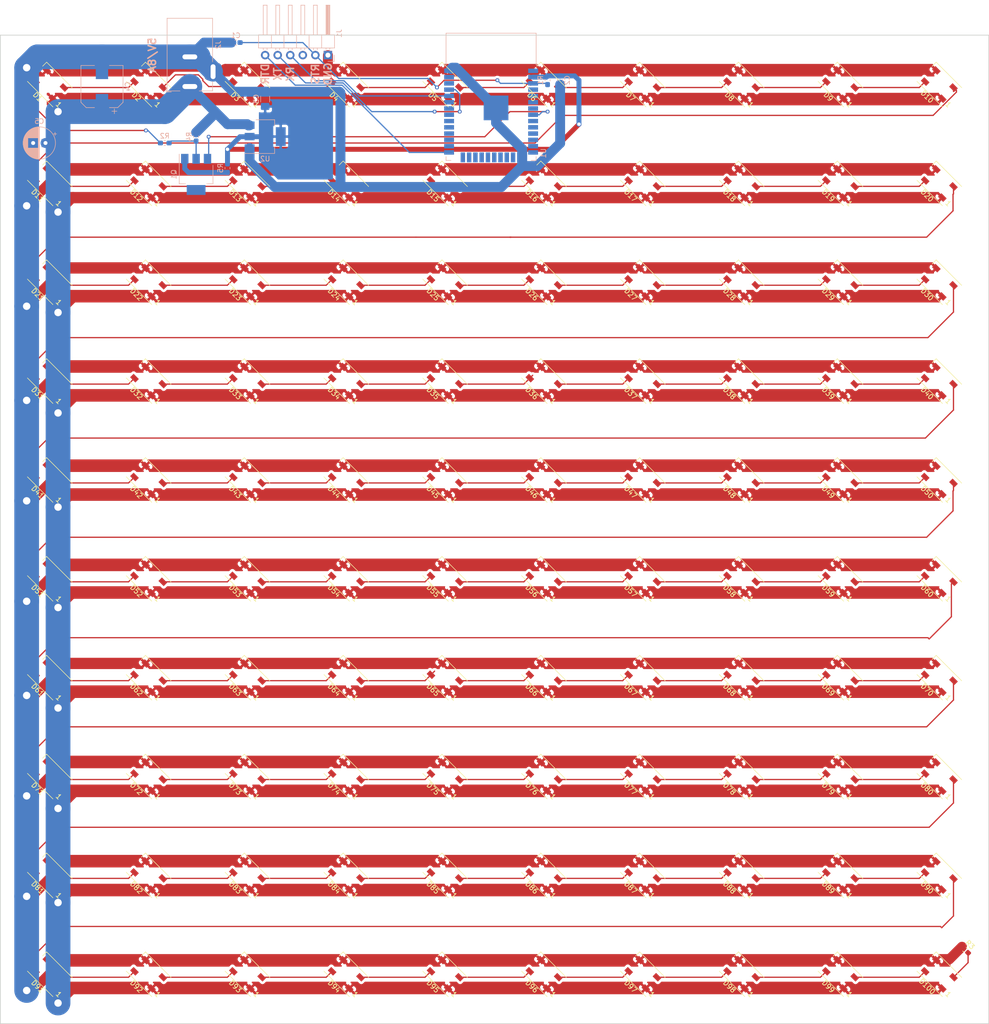
<source format=kicad_pcb>
(kicad_pcb (version 20171130) (host pcbnew 5.1.6-1)

  (general
    (thickness 1.6)
    (drawings 10)
    (tracks 452)
    (zones 0)
    (modules 115)
    (nets 112)
  )

  (page A3 portrait)
  (layers
    (0 F.Cu signal)
    (31 B.Cu signal)
    (32 B.Adhes user)
    (33 F.Adhes user)
    (34 B.Paste user)
    (35 F.Paste user)
    (36 B.SilkS user)
    (37 F.SilkS user)
    (38 B.Mask user)
    (39 F.Mask user)
    (40 Dwgs.User user)
    (41 Cmts.User user)
    (42 Eco1.User user)
    (43 Eco2.User user)
    (44 Edge.Cuts user)
    (45 Margin user)
    (46 B.CrtYd user)
    (47 F.CrtYd user)
    (48 B.Fab user)
    (49 F.Fab user)
  )

  (setup
    (last_trace_width 0.25)
    (trace_clearance 0.2)
    (zone_clearance 0.508)
    (zone_45_only no)
    (trace_min 0.2)
    (via_size 0.8)
    (via_drill 0.4)
    (via_min_size 0.4)
    (via_min_drill 0.3)
    (uvia_size 0.3)
    (uvia_drill 0.1)
    (uvias_allowed no)
    (uvia_min_size 0.2)
    (uvia_min_drill 0.1)
    (edge_width 0.15)
    (segment_width 0.2)
    (pcb_text_width 0.3)
    (pcb_text_size 1.5 1.5)
    (mod_edge_width 0.15)
    (mod_text_size 1 1)
    (mod_text_width 0.15)
    (pad_size 2 3.8)
    (pad_drill 0)
    (pad_to_mask_clearance 0.2)
    (aux_axis_origin 0 0)
    (visible_elements FFFFFF7F)
    (pcbplotparams
      (layerselection 0x010fc_ffffffff)
      (usegerberextensions false)
      (usegerberattributes false)
      (usegerberadvancedattributes false)
      (creategerberjobfile false)
      (excludeedgelayer true)
      (linewidth 0.100000)
      (plotframeref false)
      (viasonmask false)
      (mode 1)
      (useauxorigin false)
      (hpglpennumber 1)
      (hpglpenspeed 20)
      (hpglpendiameter 15.000000)
      (psnegative false)
      (psa4output false)
      (plotreference true)
      (plotvalue true)
      (plotinvisibletext false)
      (padsonsilk false)
      (subtractmaskfromsilk false)
      (outputformat 1)
      (mirror false)
      (drillshape 0)
      (scaleselection 1)
      (outputdirectory "./out.gerber"))
  )

  (net 0 "")
  (net 1 GND)
  (net 2 "Net-(D1-Pad2)")
  (net 3 +5V)
  (net 4 "Net-(D2-Pad2)")
  (net 5 "Net-(D3-Pad2)")
  (net 6 "Net-(D4-Pad2)")
  (net 7 "Net-(D5-Pad2)")
  (net 8 "Net-(D6-Pad2)")
  (net 9 "Net-(D7-Pad2)")
  (net 10 "Net-(D8-Pad2)")
  (net 11 "Net-(D10-Pad4)")
  (net 12 /sheet5B625F71/DIN)
  (net 13 "Net-(D13-Pad2)")
  (net 14 "Net-(D14-Pad2)")
  (net 15 "Net-(D11-Pad2)")
  (net 16 "Net-(D12-Pad2)")
  (net 17 "Net-(D26-Pad2)")
  (net 18 "Net-(D25-Pad2)")
  (net 19 "Net-(D37-Pad2)")
  (net 20 "Net-(D38-Pad2)")
  (net 21 "Net-(D15-Pad2)")
  (net 22 "Net-(D16-Pad2)")
  (net 23 "Net-(D17-Pad2)")
  (net 24 "Net-(D18-Pad2)")
  (net 25 "Net-(D19-Pad2)")
  (net 26 /sheet5B625F76/DIN)
  (net 27 "Net-(D21-Pad2)")
  (net 28 "Net-(D22-Pad2)")
  (net 29 "Net-(D23-Pad2)")
  (net 30 "Net-(D24-Pad2)")
  (net 31 "Net-(D39-Pad2)")
  (net 32 "Net-(D27-Pad2)")
  (net 33 "Net-(D28-Pad2)")
  (net 34 "Net-(D29-Pad2)")
  (net 35 /sheet5B625F7B/DIN)
  (net 36 "Net-(D31-Pad2)")
  (net 37 "Net-(D32-Pad2)")
  (net 38 "Net-(D33-Pad2)")
  (net 39 "Net-(D34-Pad2)")
  (net 40 "Net-(D35-Pad2)")
  (net 41 "Net-(D36-Pad2)")
  (net 42 /sheet5B625F80/DIN)
  (net 43 "Net-(D41-Pad2)")
  (net 44 "Net-(D42-Pad2)")
  (net 45 "Net-(D43-Pad2)")
  (net 46 "Net-(D44-Pad2)")
  (net 47 "Net-(D45-Pad2)")
  (net 48 "Net-(D46-Pad2)")
  (net 49 "Net-(D47-Pad2)")
  (net 50 "Net-(D48-Pad2)")
  (net 51 "Net-(D49-Pad2)")
  (net 52 /sheet5B625F85/DIN)
  (net 53 "Net-(D63-Pad2)")
  (net 54 "Net-(D64-Pad2)")
  (net 55 "Net-(D52-Pad2)")
  (net 56 "Net-(D51-Pad2)")
  (net 57 "Net-(D53-Pad2)")
  (net 58 "Net-(D54-Pad2)")
  (net 59 "Net-(D55-Pad2)")
  (net 60 "Net-(D56-Pad2)")
  (net 61 "Net-(D57-Pad2)")
  (net 62 "Net-(D58-Pad2)")
  (net 63 "Net-(D59-Pad2)")
  (net 64 /sheet5B625F8A/DIN)
  (net 65 "Net-(D61-Pad2)")
  (net 66 "Net-(D62-Pad2)")
  (net 67 "Net-(D75-Pad2)")
  (net 68 "Net-(D76-Pad2)")
  (net 69 "Net-(D88-Pad2)")
  (net 70 "Net-(D87-Pad2)")
  (net 71 "Net-(D65-Pad2)")
  (net 72 "Net-(D66-Pad2)")
  (net 73 "Net-(D67-Pad2)")
  (net 74 "Net-(D68-Pad2)")
  (net 75 "Net-(D69-Pad2)")
  (net 76 /sheet5B625F8F/DIN)
  (net 77 "Net-(D71-Pad2)")
  (net 78 "Net-(D72-Pad2)")
  (net 79 "Net-(D73-Pad2)")
  (net 80 "Net-(D74-Pad2)")
  (net 81 "Net-(D89-Pad2)")
  (net 82 "Net-(D77-Pad2)")
  (net 83 "Net-(D78-Pad2)")
  (net 84 "Net-(D79-Pad2)")
  (net 85 /sheet5B625F94/DIN)
  (net 86 "Net-(D81-Pad2)")
  (net 87 "Net-(D82-Pad2)")
  (net 88 "Net-(D83-Pad2)")
  (net 89 "Net-(D84-Pad2)")
  (net 90 "Net-(D85-Pad2)")
  (net 91 "Net-(D86-Pad2)")
  (net 92 /sheet5B625F99/DIN)
  (net 93 "Net-(D91-Pad2)")
  (net 94 "Net-(D92-Pad2)")
  (net 95 "Net-(D93-Pad2)")
  (net 96 "Net-(D94-Pad2)")
  (net 97 "Net-(D95-Pad2)")
  (net 98 "Net-(D96-Pad2)")
  (net 99 "Net-(D97-Pad2)")
  (net 100 "Net-(D98-Pad2)")
  (net 101 "Net-(D100-Pad4)")
  (net 102 /sheet5B625F99/DOUT)
  (net 103 +3V3)
  (net 104 /RTS)
  (net 105 /DATA)
  (net 106 /DTR)
  (net 107 /RX)
  (net 108 /TX)
  (net 109 "Net-(Q1-Pad2)")
  (net 110 "Net-(Q1-Pad3)")
  (net 111 "Net-(Q1-Pad1)")

  (net_class Default "This is the default net class."
    (clearance 0.2)
    (trace_width 0.25)
    (via_dia 0.8)
    (via_drill 0.4)
    (uvia_dia 0.3)
    (uvia_drill 0.1)
    (add_net /DATA)
    (add_net /DTR)
    (add_net /RTS)
    (add_net /RX)
    (add_net /TX)
    (add_net /sheet5B625F71/DIN)
    (add_net /sheet5B625F76/DIN)
    (add_net /sheet5B625F7B/DIN)
    (add_net /sheet5B625F80/DIN)
    (add_net /sheet5B625F85/DIN)
    (add_net /sheet5B625F8A/DIN)
    (add_net /sheet5B625F8F/DIN)
    (add_net /sheet5B625F94/DIN)
    (add_net /sheet5B625F99/DIN)
    (add_net /sheet5B625F99/DOUT)
    (add_net "Net-(D1-Pad2)")
    (add_net "Net-(D10-Pad4)")
    (add_net "Net-(D100-Pad4)")
    (add_net "Net-(D11-Pad2)")
    (add_net "Net-(D12-Pad2)")
    (add_net "Net-(D13-Pad2)")
    (add_net "Net-(D14-Pad2)")
    (add_net "Net-(D15-Pad2)")
    (add_net "Net-(D16-Pad2)")
    (add_net "Net-(D17-Pad2)")
    (add_net "Net-(D18-Pad2)")
    (add_net "Net-(D19-Pad2)")
    (add_net "Net-(D2-Pad2)")
    (add_net "Net-(D21-Pad2)")
    (add_net "Net-(D22-Pad2)")
    (add_net "Net-(D23-Pad2)")
    (add_net "Net-(D24-Pad2)")
    (add_net "Net-(D25-Pad2)")
    (add_net "Net-(D26-Pad2)")
    (add_net "Net-(D27-Pad2)")
    (add_net "Net-(D28-Pad2)")
    (add_net "Net-(D29-Pad2)")
    (add_net "Net-(D3-Pad2)")
    (add_net "Net-(D31-Pad2)")
    (add_net "Net-(D32-Pad2)")
    (add_net "Net-(D33-Pad2)")
    (add_net "Net-(D34-Pad2)")
    (add_net "Net-(D35-Pad2)")
    (add_net "Net-(D36-Pad2)")
    (add_net "Net-(D37-Pad2)")
    (add_net "Net-(D38-Pad2)")
    (add_net "Net-(D39-Pad2)")
    (add_net "Net-(D4-Pad2)")
    (add_net "Net-(D41-Pad2)")
    (add_net "Net-(D42-Pad2)")
    (add_net "Net-(D43-Pad2)")
    (add_net "Net-(D44-Pad2)")
    (add_net "Net-(D45-Pad2)")
    (add_net "Net-(D46-Pad2)")
    (add_net "Net-(D47-Pad2)")
    (add_net "Net-(D48-Pad2)")
    (add_net "Net-(D49-Pad2)")
    (add_net "Net-(D5-Pad2)")
    (add_net "Net-(D51-Pad2)")
    (add_net "Net-(D52-Pad2)")
    (add_net "Net-(D53-Pad2)")
    (add_net "Net-(D54-Pad2)")
    (add_net "Net-(D55-Pad2)")
    (add_net "Net-(D56-Pad2)")
    (add_net "Net-(D57-Pad2)")
    (add_net "Net-(D58-Pad2)")
    (add_net "Net-(D59-Pad2)")
    (add_net "Net-(D6-Pad2)")
    (add_net "Net-(D61-Pad2)")
    (add_net "Net-(D62-Pad2)")
    (add_net "Net-(D63-Pad2)")
    (add_net "Net-(D64-Pad2)")
    (add_net "Net-(D65-Pad2)")
    (add_net "Net-(D66-Pad2)")
    (add_net "Net-(D67-Pad2)")
    (add_net "Net-(D68-Pad2)")
    (add_net "Net-(D69-Pad2)")
    (add_net "Net-(D7-Pad2)")
    (add_net "Net-(D71-Pad2)")
    (add_net "Net-(D72-Pad2)")
    (add_net "Net-(D73-Pad2)")
    (add_net "Net-(D74-Pad2)")
    (add_net "Net-(D75-Pad2)")
    (add_net "Net-(D76-Pad2)")
    (add_net "Net-(D77-Pad2)")
    (add_net "Net-(D78-Pad2)")
    (add_net "Net-(D79-Pad2)")
    (add_net "Net-(D8-Pad2)")
    (add_net "Net-(D81-Pad2)")
    (add_net "Net-(D82-Pad2)")
    (add_net "Net-(D83-Pad2)")
    (add_net "Net-(D84-Pad2)")
    (add_net "Net-(D85-Pad2)")
    (add_net "Net-(D86-Pad2)")
    (add_net "Net-(D87-Pad2)")
    (add_net "Net-(D88-Pad2)")
    (add_net "Net-(D89-Pad2)")
    (add_net "Net-(D91-Pad2)")
    (add_net "Net-(D92-Pad2)")
    (add_net "Net-(D93-Pad2)")
    (add_net "Net-(D94-Pad2)")
    (add_net "Net-(D95-Pad2)")
    (add_net "Net-(D96-Pad2)")
    (add_net "Net-(D97-Pad2)")
    (add_net "Net-(D98-Pad2)")
    (add_net "Net-(Q1-Pad1)")
    (add_net "Net-(Q1-Pad2)")
    (add_net "Net-(Q1-Pad3)")
  )

  (net_class Power ""
    (clearance 0.2)
    (trace_width 2)
    (via_dia 2)
    (via_drill 1.5)
    (uvia_dia 0.3)
    (uvia_drill 0.1)
    (add_net +5V)
    (add_net GND)
  )

  (net_class smallPower ""
    (clearance 0.2)
    (trace_width 1)
    (via_dia 1)
    (via_drill 0.7)
    (uvia_dia 0.3)
    (uvia_drill 0.1)
    (add_net +3V3)
  )

  (module Package_TO_SOT_SMD:SOT-223 (layer B.Cu) (tedit 5EDE7DFA) (tstamp 5EDFC06D)
    (at 68.58 35.53)
    (descr "module CMS SOT223 4 pins")
    (tags "CMS SOT")
    (path /5EDEAB87)
    (attr smd)
    (fp_text reference U2 (at 0 4.5) (layer B.SilkS)
      (effects (font (size 1 1) (thickness 0.15)) (justify mirror))
    )
    (fp_text value LM1117-3.3 (at 0 -4.5) (layer B.Fab)
      (effects (font (size 1 1) (thickness 0.15)) (justify mirror))
    )
    (fp_line (start 1.85 3.35) (end 1.85 -3.35) (layer B.Fab) (width 0.1))
    (fp_line (start -1.85 -3.35) (end 1.85 -3.35) (layer B.Fab) (width 0.1))
    (fp_line (start -4.1 3.41) (end 1.91 3.41) (layer B.SilkS) (width 0.12))
    (fp_line (start -0.8 3.35) (end 1.85 3.35) (layer B.Fab) (width 0.1))
    (fp_line (start -1.85 -3.41) (end 1.91 -3.41) (layer B.SilkS) (width 0.12))
    (fp_line (start -1.85 2.3) (end -1.85 -3.35) (layer B.Fab) (width 0.1))
    (fp_line (start -4.4 3.6) (end -4.4 -3.6) (layer B.CrtYd) (width 0.05))
    (fp_line (start -4.4 -3.6) (end 4.4 -3.6) (layer B.CrtYd) (width 0.05))
    (fp_line (start 4.4 -3.6) (end 4.4 3.6) (layer B.CrtYd) (width 0.05))
    (fp_line (start 4.4 3.6) (end -4.4 3.6) (layer B.CrtYd) (width 0.05))
    (fp_line (start 1.91 3.41) (end 1.91 2.15) (layer B.SilkS) (width 0.12))
    (fp_line (start 1.91 -3.41) (end 1.91 -2.15) (layer B.SilkS) (width 0.12))
    (fp_line (start -1.85 2.3) (end -0.8 3.35) (layer B.Fab) (width 0.1))
    (fp_text user %R (at 0 0 -90) (layer B.Fab)
      (effects (font (size 0.8 0.8) (thickness 0.12)) (justify mirror))
    )
    (pad 1 smd rect (at -3.15 2.3) (size 2 1.5) (layers B.Cu B.Paste B.Mask)
      (net 1 GND))
    (pad 3 smd rect (at -3.15 -2.3) (size 2 1.5) (layers B.Cu B.Paste B.Mask)
      (net 3 +5V))
    (pad 2 smd rect (at -3.15 0) (size 2 1.5) (layers B.Cu B.Paste B.Mask)
      (net 103 +3V3))
    (pad 4 smd rect (at 3.15 0) (size 2 3.8) (layers B.Cu B.Paste B.Mask)
      (net 103 +3V3))
    (model ${KISYS3DMOD}/Package_TO_SOT_SMD.3dshapes/SOT-223.wrl
      (at (xyz 0 0 0))
      (scale (xyz 1 1 1))
      (rotate (xyz 0 0 0))
    )
  )

  (module Resistor_SMD:R_0603_1608Metric_Pad1.05x0.95mm_HandSolder (layer B.Cu) (tedit 5B301BBD) (tstamp 5C10E05B)
    (at 60.96 41.91 270)
    (descr "Resistor SMD 0603 (1608 Metric), square (rectangular) end terminal, IPC_7351 nominal with elongated pad for handsoldering. (Body size source: http://www.tortai-tech.com/upload/download/2011102023233369053.pdf), generated with kicad-footprint-generator")
    (tags "resistor handsolder")
    (path /5C124915)
    (attr smd)
    (fp_text reference R5 (at 0 1.43 270) (layer B.SilkS)
      (effects (font (size 1 1) (thickness 0.15)) (justify mirror))
    )
    (fp_text value 2.2k (at 0 -1.43 270) (layer B.Fab)
      (effects (font (size 1 1) (thickness 0.15)) (justify mirror))
    )
    (fp_line (start 1.65 -0.73) (end -1.65 -0.73) (layer B.CrtYd) (width 0.05))
    (fp_line (start 1.65 0.73) (end 1.65 -0.73) (layer B.CrtYd) (width 0.05))
    (fp_line (start -1.65 0.73) (end 1.65 0.73) (layer B.CrtYd) (width 0.05))
    (fp_line (start -1.65 -0.73) (end -1.65 0.73) (layer B.CrtYd) (width 0.05))
    (fp_line (start -0.171267 -0.51) (end 0.171267 -0.51) (layer B.SilkS) (width 0.12))
    (fp_line (start -0.171267 0.51) (end 0.171267 0.51) (layer B.SilkS) (width 0.12))
    (fp_line (start 0.8 -0.4) (end -0.8 -0.4) (layer B.Fab) (width 0.1))
    (fp_line (start 0.8 0.4) (end 0.8 -0.4) (layer B.Fab) (width 0.1))
    (fp_line (start -0.8 0.4) (end 0.8 0.4) (layer B.Fab) (width 0.1))
    (fp_line (start -0.8 -0.4) (end -0.8 0.4) (layer B.Fab) (width 0.1))
    (fp_text user %R (at 0 0 270) (layer B.Fab)
      (effects (font (size 0.4 0.4) (thickness 0.06)) (justify mirror))
    )
    (pad 2 smd roundrect (at 0.875 0 270) (size 1.05 0.95) (layers B.Cu B.Paste B.Mask) (roundrect_rratio 0.25)
      (net 111 "Net-(Q1-Pad1)"))
    (pad 1 smd roundrect (at -0.875 0 270) (size 1.05 0.95) (layers B.Cu B.Paste B.Mask) (roundrect_rratio 0.25)
      (net 103 +3V3))
    (model ${KISYS3DMOD}/Resistor_SMD.3dshapes/R_0603_1608Metric.wrl
      (at (xyz 0 0 0))
      (scale (xyz 1 1 1))
      (rotate (xyz 0 0 0))
    )
  )

  (module Resistor_SMD:R_0603_1608Metric_Pad1.05x0.95mm_HandSolder (layer B.Cu) (tedit 5B301BBD) (tstamp 5C10FAB8)
    (at 54.61 35.56 270)
    (descr "Resistor SMD 0603 (1608 Metric), square (rectangular) end terminal, IPC_7351 nominal with elongated pad for handsoldering. (Body size source: http://www.tortai-tech.com/upload/download/2011102023233369053.pdf), generated with kicad-footprint-generator")
    (tags "resistor handsolder")
    (path /5C115239)
    (attr smd)
    (fp_text reference R4 (at 0 1.43 270) (layer B.SilkS)
      (effects (font (size 1 1) (thickness 0.15)) (justify mirror))
    )
    (fp_text value 6.8k (at 0 -1.43 270) (layer B.Fab)
      (effects (font (size 1 1) (thickness 0.15)) (justify mirror))
    )
    (fp_line (start -0.8 -0.4) (end -0.8 0.4) (layer B.Fab) (width 0.1))
    (fp_line (start -0.8 0.4) (end 0.8 0.4) (layer B.Fab) (width 0.1))
    (fp_line (start 0.8 0.4) (end 0.8 -0.4) (layer B.Fab) (width 0.1))
    (fp_line (start 0.8 -0.4) (end -0.8 -0.4) (layer B.Fab) (width 0.1))
    (fp_line (start -0.171267 0.51) (end 0.171267 0.51) (layer B.SilkS) (width 0.12))
    (fp_line (start -0.171267 -0.51) (end 0.171267 -0.51) (layer B.SilkS) (width 0.12))
    (fp_line (start -1.65 -0.73) (end -1.65 0.73) (layer B.CrtYd) (width 0.05))
    (fp_line (start -1.65 0.73) (end 1.65 0.73) (layer B.CrtYd) (width 0.05))
    (fp_line (start 1.65 0.73) (end 1.65 -0.73) (layer B.CrtYd) (width 0.05))
    (fp_line (start 1.65 -0.73) (end -1.65 -0.73) (layer B.CrtYd) (width 0.05))
    (fp_text user %R (at 0 0 270) (layer B.Fab)
      (effects (font (size 0.4 0.4) (thickness 0.06)) (justify mirror))
    )
    (pad 1 smd roundrect (at -0.875 0 270) (size 1.05 0.95) (layers B.Cu B.Paste B.Mask) (roundrect_rratio 0.25)
      (net 3 +5V))
    (pad 2 smd roundrect (at 0.875 0 270) (size 1.05 0.95) (layers B.Cu B.Paste B.Mask) (roundrect_rratio 0.25)
      (net 109 "Net-(Q1-Pad2)"))
    (model ${KISYS3DMOD}/Resistor_SMD.3dshapes/R_0603_1608Metric.wrl
      (at (xyz 0 0 0))
      (scale (xyz 1 1 1))
      (rotate (xyz 0 0 0))
    )
  )

  (module Package_TO_SOT_SMD:SOT-223 (layer B.Cu) (tedit 5C100AB2) (tstamp 5C1126E0)
    (at 54.61 43.18 270)
    (descr "module CMS SOT223 4 pins")
    (tags "CMS SOT")
    (path /5C10106F)
    (attr smd)
    (fp_text reference Q1 (at 0 4.5 270) (layer B.SilkS)
      (effects (font (size 1 1) (thickness 0.15)) (justify mirror))
    )
    (fp_text value PZT2222A (at 0 -4.5 270) (layer B.Fab)
      (effects (font (size 1 1) (thickness 0.15)) (justify mirror))
    )
    (fp_line (start -1.85 2.3) (end -0.8 3.35) (layer B.Fab) (width 0.1))
    (fp_line (start 1.91 -3.41) (end 1.91 -2.15) (layer B.SilkS) (width 0.12))
    (fp_line (start 1.91 3.41) (end 1.91 2.15) (layer B.SilkS) (width 0.12))
    (fp_line (start 4.4 3.6) (end -4.4 3.6) (layer B.CrtYd) (width 0.05))
    (fp_line (start 4.4 -3.6) (end 4.4 3.6) (layer B.CrtYd) (width 0.05))
    (fp_line (start -4.4 -3.6) (end 4.4 -3.6) (layer B.CrtYd) (width 0.05))
    (fp_line (start -4.4 3.6) (end -4.4 -3.6) (layer B.CrtYd) (width 0.05))
    (fp_line (start -1.85 2.3) (end -1.85 -3.35) (layer B.Fab) (width 0.1))
    (fp_line (start -1.85 -3.41) (end 1.91 -3.41) (layer B.SilkS) (width 0.12))
    (fp_line (start -0.8 3.35) (end 1.85 3.35) (layer B.Fab) (width 0.1))
    (fp_line (start -4.1 3.41) (end 1.91 3.41) (layer B.SilkS) (width 0.12))
    (fp_line (start -1.85 -3.35) (end 1.85 -3.35) (layer B.Fab) (width 0.1))
    (fp_line (start 1.85 3.35) (end 1.85 -3.35) (layer B.Fab) (width 0.1))
    (fp_text user %R (at 0 0 180) (layer B.Fab)
      (effects (font (size 0.8 0.8) (thickness 0.12)) (justify mirror))
    )
    (pad 4 smd rect (at 3.15 0 270) (size 2 3.8) (layers B.Cu B.Paste B.Mask))
    (pad 2 smd rect (at -3.15 0 270) (size 2 1.5) (layers B.Cu B.Paste B.Mask)
      (net 109 "Net-(Q1-Pad2)"))
    (pad 3 smd rect (at -3.15 -2.3 270) (size 2 1.5) (layers B.Cu B.Paste B.Mask)
      (net 110 "Net-(Q1-Pad3)"))
    (pad 1 smd rect (at -3.15 2.3 270) (size 2 1.5) (layers B.Cu B.Paste B.Mask)
      (net 111 "Net-(Q1-Pad1)"))
    (model ${KISYS3DMOD}/Package_TO_SOT_SMD.3dshapes/SOT-223.wrl
      (at (xyz 0 0 0))
      (scale (xyz 1 1 1))
      (rotate (xyz 0 0 0))
    )
  )

  (module Resistor_SMD:R_0603_1608Metric_Pad1.05x0.95mm_HandSolder (layer B.Cu) (tedit 5B301BBD) (tstamp 5C107045)
    (at 48.26 36.83 180)
    (descr "Resistor SMD 0603 (1608 Metric), square (rectangular) end terminal, IPC_7351 nominal with elongated pad for handsoldering. (Body size source: http://www.tortai-tech.com/upload/download/2011102023233369053.pdf), generated with kicad-footprint-generator")
    (tags "resistor handsolder")
    (path /5B6229BA)
    (attr smd)
    (fp_text reference R2 (at 0 1.43 180) (layer B.SilkS)
      (effects (font (size 1 1) (thickness 0.15)) (justify mirror))
    )
    (fp_text value 470 (at 0 -1.43 180) (layer B.Fab)
      (effects (font (size 1 1) (thickness 0.15)) (justify mirror))
    )
    (fp_line (start -0.8 -0.4) (end -0.8 0.4) (layer B.Fab) (width 0.1))
    (fp_line (start -0.8 0.4) (end 0.8 0.4) (layer B.Fab) (width 0.1))
    (fp_line (start 0.8 0.4) (end 0.8 -0.4) (layer B.Fab) (width 0.1))
    (fp_line (start 0.8 -0.4) (end -0.8 -0.4) (layer B.Fab) (width 0.1))
    (fp_line (start -0.171267 0.51) (end 0.171267 0.51) (layer B.SilkS) (width 0.12))
    (fp_line (start -0.171267 -0.51) (end 0.171267 -0.51) (layer B.SilkS) (width 0.12))
    (fp_line (start -1.65 -0.73) (end -1.65 0.73) (layer B.CrtYd) (width 0.05))
    (fp_line (start -1.65 0.73) (end 1.65 0.73) (layer B.CrtYd) (width 0.05))
    (fp_line (start 1.65 0.73) (end 1.65 -0.73) (layer B.CrtYd) (width 0.05))
    (fp_line (start 1.65 -0.73) (end -1.65 -0.73) (layer B.CrtYd) (width 0.05))
    (fp_text user %R (at 0 0 180) (layer B.Fab)
      (effects (font (size 0.4 0.4) (thickness 0.06)) (justify mirror))
    )
    (pad 1 smd roundrect (at -0.875 0 180) (size 1.05 0.95) (layers B.Cu B.Paste B.Mask) (roundrect_rratio 0.25)
      (net 109 "Net-(Q1-Pad2)"))
    (pad 2 smd roundrect (at 0.875 0 180) (size 1.05 0.95) (layers B.Cu B.Paste B.Mask) (roundrect_rratio 0.25)
      (net 105 /DATA))
    (model ${KISYS3DMOD}/Resistor_SMD.3dshapes/R_0603_1608Metric.wrl
      (at (xyz 0 0 0))
      (scale (xyz 1 1 1))
      (rotate (xyz 0 0 0))
    )
  )

  (module Resistor_SMD:R_0603_1608Metric_Pad1.05x0.95mm_HandSolder (layer F.Cu) (tedit 5B301BBD) (tstamp 5B733D58)
    (at 210.201282 200.041282 315)
    (descr "Resistor SMD 0603 (1608 Metric), square (rectangular) end terminal, IPC_7351 nominal with elongated pad for handsoldering. (Body size source: http://www.tortai-tech.com/upload/download/2011102023233369053.pdf), generated with kicad-footprint-generator")
    (tags "resistor handsolder")
    (path /5B66FEDD)
    (attr smd)
    (fp_text reference R3 (at 0 -1.43 315) (layer F.SilkS)
      (effects (font (size 1 1) (thickness 0.15)))
    )
    (fp_text value 1k (at 0 1.43 315) (layer F.Fab)
      (effects (font (size 1 1) (thickness 0.15)))
    )
    (fp_line (start -0.8 0.4) (end -0.8 -0.4) (layer F.Fab) (width 0.1))
    (fp_line (start -0.8 -0.4) (end 0.8 -0.4) (layer F.Fab) (width 0.1))
    (fp_line (start 0.8 -0.4) (end 0.8 0.4) (layer F.Fab) (width 0.1))
    (fp_line (start 0.8 0.4) (end -0.8 0.4) (layer F.Fab) (width 0.1))
    (fp_line (start -0.171267 -0.51) (end 0.171267 -0.51) (layer F.SilkS) (width 0.12))
    (fp_line (start -0.171267 0.51) (end 0.171267 0.51) (layer F.SilkS) (width 0.12))
    (fp_line (start -1.65 0.73) (end -1.65 -0.73) (layer F.CrtYd) (width 0.05))
    (fp_line (start -1.65 -0.73) (end 1.65 -0.73) (layer F.CrtYd) (width 0.05))
    (fp_line (start 1.65 -0.73) (end 1.65 0.73) (layer F.CrtYd) (width 0.05))
    (fp_line (start 1.65 0.73) (end -1.65 0.73) (layer F.CrtYd) (width 0.05))
    (fp_text user %R (at 0 0 315) (layer F.Fab)
      (effects (font (size 0.4 0.4) (thickness 0.06)))
    )
    (pad 1 smd roundrect (at -0.874999 0 315) (size 1.05 0.95) (layers F.Cu F.Paste F.Mask) (roundrect_rratio 0.25)
      (net 1 GND))
    (pad 2 smd roundrect (at 0.874999 0 315) (size 1.05 0.95) (layers F.Cu F.Paste F.Mask) (roundrect_rratio 0.25)
      (net 102 /sheet5B625F99/DOUT))
    (model ${KISYS3DMOD}/Resistor_SMD.3dshapes/R_0603_1608Metric.wrl
      (at (xyz 0 0 0))
      (scale (xyz 1 1 1))
      (rotate (xyz 0 0 0))
    )
  )

  (module Connector_BarrelJack:BarrelJack_Horizontal (layer B.Cu) (tedit 5A1DBF6A) (tstamp 5B7EA195)
    (at 53.34 25.4 270)
    (descr "DC Barrel Jack")
    (tags "Power Jack")
    (path /5B660D82)
    (fp_text reference J2 (at -8.45 -5.75 270) (layer B.SilkS)
      (effects (font (size 1 1) (thickness 0.15)) (justify mirror))
    )
    (fp_text value Barrel_Jack_Switch (at -6.2 5.5 270) (layer B.Fab)
      (effects (font (size 1 1) (thickness 0.15)) (justify mirror))
    )
    (fp_line (start -0.003213 4.505425) (end 0.8 3.75) (layer B.Fab) (width 0.1))
    (fp_line (start 1.1 3.75) (end 1.1 4.8) (layer B.SilkS) (width 0.12))
    (fp_line (start 0.05 4.8) (end 1.1 4.8) (layer B.SilkS) (width 0.12))
    (fp_line (start 1 4.5) (end 1 4.75) (layer B.CrtYd) (width 0.05))
    (fp_line (start 1 4.75) (end -14 4.75) (layer B.CrtYd) (width 0.05))
    (fp_line (start 1 4.5) (end 1 2) (layer B.CrtYd) (width 0.05))
    (fp_line (start 1 2) (end 2 2) (layer B.CrtYd) (width 0.05))
    (fp_line (start 2 2) (end 2 -2) (layer B.CrtYd) (width 0.05))
    (fp_line (start 2 -2) (end 1 -2) (layer B.CrtYd) (width 0.05))
    (fp_line (start 1 -2) (end 1 -4.75) (layer B.CrtYd) (width 0.05))
    (fp_line (start 1 -4.75) (end -1 -4.75) (layer B.CrtYd) (width 0.05))
    (fp_line (start -1 -4.75) (end -1 -6.75) (layer B.CrtYd) (width 0.05))
    (fp_line (start -1 -6.75) (end -5 -6.75) (layer B.CrtYd) (width 0.05))
    (fp_line (start -5 -6.75) (end -5 -4.75) (layer B.CrtYd) (width 0.05))
    (fp_line (start -5 -4.75) (end -14 -4.75) (layer B.CrtYd) (width 0.05))
    (fp_line (start -14 -4.75) (end -14 4.75) (layer B.CrtYd) (width 0.05))
    (fp_line (start -5 -4.6) (end -13.8 -4.6) (layer B.SilkS) (width 0.12))
    (fp_line (start -13.8 -4.6) (end -13.8 4.6) (layer B.SilkS) (width 0.12))
    (fp_line (start 0.9 -1.9) (end 0.9 -4.6) (layer B.SilkS) (width 0.12))
    (fp_line (start 0.9 -4.6) (end -1 -4.6) (layer B.SilkS) (width 0.12))
    (fp_line (start -13.8 4.6) (end 0.9 4.6) (layer B.SilkS) (width 0.12))
    (fp_line (start 0.9 4.6) (end 0.9 2) (layer B.SilkS) (width 0.12))
    (fp_line (start -10.2 4.5) (end -10.2 -4.5) (layer B.Fab) (width 0.1))
    (fp_line (start -13.7 4.5) (end -13.7 -4.5) (layer B.Fab) (width 0.1))
    (fp_line (start -13.7 -4.5) (end 0.8 -4.5) (layer B.Fab) (width 0.1))
    (fp_line (start 0.8 -4.5) (end 0.8 3.75) (layer B.Fab) (width 0.1))
    (fp_line (start 0 4.5) (end -13.7 4.5) (layer B.Fab) (width 0.1))
    (fp_text user %R (at -3 2.95 270) (layer B.Fab)
      (effects (font (size 1 1) (thickness 0.15)) (justify mirror))
    )
    (pad 1 thru_hole rect (at 0 0 270) (size 3.5 3.5) (drill oval 1 3) (layers *.Cu *.Mask)
      (net 3 +5V))
    (pad 2 thru_hole roundrect (at -6 0 270) (size 3 3.5) (drill oval 1 3) (layers *.Cu *.Mask) (roundrect_rratio 0.25)
      (net 1 GND))
    (pad 3 thru_hole roundrect (at -3 -4.7 270) (size 3.5 3.5) (drill oval 3 1) (layers *.Cu *.Mask) (roundrect_rratio 0.25)
      (net 1 GND))
    (model ${KISYS3DMOD}/Connector_BarrelJack.3dshapes/BarrelJack_Horizontal.wrl
      (at (xyz 0 0 0))
      (scale (xyz 1 1 1))
      (rotate (xyz 0 0 0))
    )
  )

  (module Capacitor_SMD:CP_Elec_8x10 (layer B.Cu) (tedit 5A841F9D) (tstamp 5B7F2E5F)
    (at 35.56 25.4 90)
    (descr "SMT capacitor, aluminium electrolytic, 8x10, Nichicon ")
    (tags "Capacitor Electrolytic")
    (path /5B622644)
    (attr smd)
    (fp_text reference C4 (at 0 5.2 90) (layer B.SilkS)
      (effects (font (size 1 1) (thickness 0.15)) (justify mirror))
    )
    (fp_text value 1m (at 0 -5.2 90) (layer B.Fab)
      (effects (font (size 1 1) (thickness 0.15)) (justify mirror))
    )
    (fp_circle (center 0 0) (end 4 0) (layer B.Fab) (width 0.1))
    (fp_line (start 4.15 4.15) (end 4.15 -4.15) (layer B.Fab) (width 0.1))
    (fp_line (start -3.15 4.15) (end 4.15 4.15) (layer B.Fab) (width 0.1))
    (fp_line (start -3.15 -4.15) (end 4.15 -4.15) (layer B.Fab) (width 0.1))
    (fp_line (start -4.15 3.15) (end -4.15 -3.15) (layer B.Fab) (width 0.1))
    (fp_line (start -4.15 3.15) (end -3.15 4.15) (layer B.Fab) (width 0.1))
    (fp_line (start -4.15 -3.15) (end -3.15 -4.15) (layer B.Fab) (width 0.1))
    (fp_line (start -3.562278 1.5) (end -2.762278 1.5) (layer B.Fab) (width 0.1))
    (fp_line (start -3.162278 1.9) (end -3.162278 1.1) (layer B.Fab) (width 0.1))
    (fp_line (start 4.26 -4.26) (end 4.26 -1.51) (layer B.SilkS) (width 0.12))
    (fp_line (start 4.26 4.26) (end 4.26 1.51) (layer B.SilkS) (width 0.12))
    (fp_line (start -3.195563 4.26) (end 4.26 4.26) (layer B.SilkS) (width 0.12))
    (fp_line (start -3.195563 -4.26) (end 4.26 -4.26) (layer B.SilkS) (width 0.12))
    (fp_line (start -4.26 -3.195563) (end -4.26 -1.51) (layer B.SilkS) (width 0.12))
    (fp_line (start -4.26 3.195563) (end -4.26 1.51) (layer B.SilkS) (width 0.12))
    (fp_line (start -4.26 3.195563) (end -3.195563 4.26) (layer B.SilkS) (width 0.12))
    (fp_line (start -4.26 -3.195563) (end -3.195563 -4.26) (layer B.SilkS) (width 0.12))
    (fp_line (start -5.5 2.51) (end -4.5 2.51) (layer B.SilkS) (width 0.12))
    (fp_line (start -5 3.01) (end -5 2.01) (layer B.SilkS) (width 0.12))
    (fp_line (start 4.4 4.4) (end 4.4 1.5) (layer B.CrtYd) (width 0.05))
    (fp_line (start 4.4 1.5) (end 5.25 1.5) (layer B.CrtYd) (width 0.05))
    (fp_line (start 5.25 1.5) (end 5.25 -1.5) (layer B.CrtYd) (width 0.05))
    (fp_line (start 5.25 -1.5) (end 4.4 -1.5) (layer B.CrtYd) (width 0.05))
    (fp_line (start 4.4 -1.5) (end 4.4 -4.4) (layer B.CrtYd) (width 0.05))
    (fp_line (start -3.25 -4.4) (end 4.4 -4.4) (layer B.CrtYd) (width 0.05))
    (fp_line (start -3.25 4.4) (end 4.4 4.4) (layer B.CrtYd) (width 0.05))
    (fp_line (start -4.4 -3.25) (end -3.25 -4.4) (layer B.CrtYd) (width 0.05))
    (fp_line (start -4.4 3.25) (end -3.25 4.4) (layer B.CrtYd) (width 0.05))
    (fp_line (start -4.4 3.25) (end -4.4 1.5) (layer B.CrtYd) (width 0.05))
    (fp_line (start -4.4 -1.5) (end -4.4 -3.25) (layer B.CrtYd) (width 0.05))
    (fp_line (start -4.4 1.5) (end -5.25 1.5) (layer B.CrtYd) (width 0.05))
    (fp_line (start -5.25 1.5) (end -5.25 -1.5) (layer B.CrtYd) (width 0.05))
    (fp_line (start -5.25 -1.5) (end -4.4 -1.5) (layer B.CrtYd) (width 0.05))
    (fp_text user %R (at 0 0 90) (layer B.Fab)
      (effects (font (size 1 1) (thickness 0.15)) (justify mirror))
    )
    (pad 1 smd rect (at -3.25 0 90) (size 3.5 2.5) (layers B.Cu B.Paste B.Mask)
      (net 3 +5V))
    (pad 2 smd rect (at 3.25 0 90) (size 3.5 2.5) (layers B.Cu B.Paste B.Mask)
      (net 1 GND))
    (model ${KISYS3DMOD}/Capacitor_SMD.3dshapes/CP_Elec_8x10.wrl
      (at (xyz 0 0 0))
      (scale (xyz 1 1 1))
      (rotate (xyz 0 0 0))
    )
  )

  (module Capacitor_SMD:C_0603_1608Metric_Pad1.05x0.95mm_HandSolder (layer B.Cu) (tedit 5B301BBE) (tstamp 5B7E431F)
    (at 128.27 24.13 90)
    (descr "Capacitor SMD 0603 (1608 Metric), square (rectangular) end terminal, IPC_7351 nominal with elongated pad for handsoldering. (Body size source: http://www.tortai-tech.com/upload/download/2011102023233369053.pdf), generated with kicad-footprint-generator")
    (tags "capacitor handsolder")
    (path /5B627C19)
    (attr smd)
    (fp_text reference C2 (at 0 1.43 90) (layer B.SilkS)
      (effects (font (size 1 1) (thickness 0.15)) (justify mirror))
    )
    (fp_text value 100n (at 0 -1.43 90) (layer B.Fab)
      (effects (font (size 1 1) (thickness 0.15)) (justify mirror))
    )
    (fp_line (start 1.65 -0.73) (end -1.65 -0.73) (layer B.CrtYd) (width 0.05))
    (fp_line (start 1.65 0.73) (end 1.65 -0.73) (layer B.CrtYd) (width 0.05))
    (fp_line (start -1.65 0.73) (end 1.65 0.73) (layer B.CrtYd) (width 0.05))
    (fp_line (start -1.65 -0.73) (end -1.65 0.73) (layer B.CrtYd) (width 0.05))
    (fp_line (start -0.171267 -0.51) (end 0.171267 -0.51) (layer B.SilkS) (width 0.12))
    (fp_line (start -0.171267 0.51) (end 0.171267 0.51) (layer B.SilkS) (width 0.12))
    (fp_line (start 0.8 -0.4) (end -0.8 -0.4) (layer B.Fab) (width 0.1))
    (fp_line (start 0.8 0.4) (end 0.8 -0.4) (layer B.Fab) (width 0.1))
    (fp_line (start -0.8 0.4) (end 0.8 0.4) (layer B.Fab) (width 0.1))
    (fp_line (start -0.8 -0.4) (end -0.8 0.4) (layer B.Fab) (width 0.1))
    (fp_text user %R (at 0 0 90) (layer B.Fab)
      (effects (font (size 0.4 0.4) (thickness 0.06)) (justify mirror))
    )
    (pad 2 smd roundrect (at 0.875 0 90) (size 1.05 0.95) (layers B.Cu B.Paste B.Mask) (roundrect_rratio 0.25)
      (net 103 +3V3))
    (pad 1 smd roundrect (at -0.875 0 90) (size 1.05 0.95) (layers B.Cu B.Paste B.Mask) (roundrect_rratio 0.25)
      (net 1 GND))
    (model ${KISYS3DMOD}/Capacitor_SMD.3dshapes/C_0603_1608Metric.wrl
      (at (xyz 0 0 0))
      (scale (xyz 1 1 1))
      (rotate (xyz 0 0 0))
    )
  )

  (module Capacitor_SMD:C_0603_1608Metric_Pad1.05x0.95mm_HandSolder (layer B.Cu) (tedit 5B301BBE) (tstamp 5B7F3730)
    (at 62.625 16.51 180)
    (descr "Capacitor SMD 0603 (1608 Metric), square (rectangular) end terminal, IPC_7351 nominal with elongated pad for handsoldering. (Body size source: http://www.tortai-tech.com/upload/download/2011102023233369053.pdf), generated with kicad-footprint-generator")
    (tags "capacitor handsolder")
    (path /5B623621)
    (attr smd)
    (fp_text reference C1 (at 0 1.43 180) (layer B.SilkS)
      (effects (font (size 1 1) (thickness 0.15)) (justify mirror))
    )
    (fp_text value 100n (at 0 -1.43 180) (layer B.Fab)
      (effects (font (size 1 1) (thickness 0.15)) (justify mirror))
    )
    (fp_line (start -0.8 -0.4) (end -0.8 0.4) (layer B.Fab) (width 0.1))
    (fp_line (start -0.8 0.4) (end 0.8 0.4) (layer B.Fab) (width 0.1))
    (fp_line (start 0.8 0.4) (end 0.8 -0.4) (layer B.Fab) (width 0.1))
    (fp_line (start 0.8 -0.4) (end -0.8 -0.4) (layer B.Fab) (width 0.1))
    (fp_line (start -0.171267 0.51) (end 0.171267 0.51) (layer B.SilkS) (width 0.12))
    (fp_line (start -0.171267 -0.51) (end 0.171267 -0.51) (layer B.SilkS) (width 0.12))
    (fp_line (start -1.65 -0.73) (end -1.65 0.73) (layer B.CrtYd) (width 0.05))
    (fp_line (start -1.65 0.73) (end 1.65 0.73) (layer B.CrtYd) (width 0.05))
    (fp_line (start 1.65 0.73) (end 1.65 -0.73) (layer B.CrtYd) (width 0.05))
    (fp_line (start 1.65 -0.73) (end -1.65 -0.73) (layer B.CrtYd) (width 0.05))
    (fp_text user %R (at 0 0 180) (layer B.Fab)
      (effects (font (size 0.4 0.4) (thickness 0.06)) (justify mirror))
    )
    (pad 1 smd roundrect (at -0.875 0 180) (size 1.05 0.95) (layers B.Cu B.Paste B.Mask) (roundrect_rratio 0.25)
      (net 104 /RTS))
    (pad 2 smd roundrect (at 0.875 0 180) (size 1.05 0.95) (layers B.Cu B.Paste B.Mask) (roundrect_rratio 0.25)
      (net 1 GND))
    (model ${KISYS3DMOD}/Capacitor_SMD.3dshapes/C_0603_1608Metric.wrl
      (at (xyz 0 0 0))
      (scale (xyz 1 1 1))
      (rotate (xyz 0 0 0))
    )
  )

  (module Capacitor_SMD:C_1206_3216Metric_Pad1.42x1.75mm_HandSolder (layer B.Cu) (tedit 5B301BBE) (tstamp 5B7F3781)
    (at 68.58 27.94 270)
    (descr "Capacitor SMD 1206 (3216 Metric), square (rectangular) end terminal, IPC_7351 nominal with elongated pad for handsoldering. (Body size source: http://www.tortai-tech.com/upload/download/2011102023233369053.pdf), generated with kicad-footprint-generator")
    (tags "capacitor handsolder")
    (path /5B627C53)
    (attr smd)
    (fp_text reference C3 (at 0 1.82 270) (layer B.SilkS)
      (effects (font (size 1 1) (thickness 0.15)) (justify mirror))
    )
    (fp_text value 10u (at 0 -1.82 270) (layer B.Fab)
      (effects (font (size 1 1) (thickness 0.15)) (justify mirror))
    )
    (fp_line (start -1.6 -0.8) (end -1.6 0.8) (layer B.Fab) (width 0.1))
    (fp_line (start -1.6 0.8) (end 1.6 0.8) (layer B.Fab) (width 0.1))
    (fp_line (start 1.6 0.8) (end 1.6 -0.8) (layer B.Fab) (width 0.1))
    (fp_line (start 1.6 -0.8) (end -1.6 -0.8) (layer B.Fab) (width 0.1))
    (fp_line (start -0.602064 0.91) (end 0.602064 0.91) (layer B.SilkS) (width 0.12))
    (fp_line (start -0.602064 -0.91) (end 0.602064 -0.91) (layer B.SilkS) (width 0.12))
    (fp_line (start -2.45 -1.12) (end -2.45 1.12) (layer B.CrtYd) (width 0.05))
    (fp_line (start -2.45 1.12) (end 2.45 1.12) (layer B.CrtYd) (width 0.05))
    (fp_line (start 2.45 1.12) (end 2.45 -1.12) (layer B.CrtYd) (width 0.05))
    (fp_line (start 2.45 -1.12) (end -2.45 -1.12) (layer B.CrtYd) (width 0.05))
    (fp_text user %R (at 0 0 270) (layer B.Fab)
      (effects (font (size 0.8 0.8) (thickness 0.12)) (justify mirror))
    )
    (pad 1 smd roundrect (at -1.4875 0 270) (size 1.425 1.75) (layers B.Cu B.Paste B.Mask) (roundrect_rratio 0.175439)
      (net 1 GND))
    (pad 2 smd roundrect (at 1.4875 0 270) (size 1.425 1.75) (layers B.Cu B.Paste B.Mask) (roundrect_rratio 0.175439)
      (net 103 +3V3))
    (model ${KISYS3DMOD}/Capacitor_SMD.3dshapes/C_1206_3216Metric.wrl
      (at (xyz 0 0 0))
      (scale (xyz 1 1 1))
      (rotate (xyz 0 0 0))
    )
  )

  (module Capacitor_THT:CP_Radial_D6.3mm_P2.50mm (layer B.Cu) (tedit 5AE50EF0) (tstamp 5B7E42EC)
    (at 24.13 36.83 180)
    (descr "CP, Radial series, Radial, pin pitch=2.50mm, , diameter=6.3mm, Electrolytic Capacitor")
    (tags "CP Radial series Radial pin pitch 2.50mm  diameter 6.3mm Electrolytic Capacitor")
    (path /5B646B67)
    (fp_text reference C5 (at 1.25 4.4 180) (layer B.SilkS)
      (effects (font (size 1 1) (thickness 0.15)) (justify mirror))
    )
    (fp_text value 1m (at 1.25 -4.4 180) (layer B.Fab)
      (effects (font (size 1 1) (thickness 0.15)) (justify mirror))
    )
    (fp_circle (center 1.25 0) (end 4.4 0) (layer B.Fab) (width 0.1))
    (fp_circle (center 1.25 0) (end 4.52 0) (layer B.SilkS) (width 0.12))
    (fp_circle (center 1.25 0) (end 4.65 0) (layer B.CrtYd) (width 0.05))
    (fp_line (start -1.443972 1.3735) (end -0.813972 1.3735) (layer B.Fab) (width 0.1))
    (fp_line (start -1.128972 1.6885) (end -1.128972 1.0585) (layer B.Fab) (width 0.1))
    (fp_line (start 1.25 3.23) (end 1.25 -3.23) (layer B.SilkS) (width 0.12))
    (fp_line (start 1.29 3.23) (end 1.29 -3.23) (layer B.SilkS) (width 0.12))
    (fp_line (start 1.33 3.23) (end 1.33 -3.23) (layer B.SilkS) (width 0.12))
    (fp_line (start 1.37 3.228) (end 1.37 -3.228) (layer B.SilkS) (width 0.12))
    (fp_line (start 1.41 3.227) (end 1.41 -3.227) (layer B.SilkS) (width 0.12))
    (fp_line (start 1.45 3.224) (end 1.45 -3.224) (layer B.SilkS) (width 0.12))
    (fp_line (start 1.49 3.222) (end 1.49 1.04) (layer B.SilkS) (width 0.12))
    (fp_line (start 1.49 -1.04) (end 1.49 -3.222) (layer B.SilkS) (width 0.12))
    (fp_line (start 1.53 3.218) (end 1.53 1.04) (layer B.SilkS) (width 0.12))
    (fp_line (start 1.53 -1.04) (end 1.53 -3.218) (layer B.SilkS) (width 0.12))
    (fp_line (start 1.57 3.215) (end 1.57 1.04) (layer B.SilkS) (width 0.12))
    (fp_line (start 1.57 -1.04) (end 1.57 -3.215) (layer B.SilkS) (width 0.12))
    (fp_line (start 1.61 3.211) (end 1.61 1.04) (layer B.SilkS) (width 0.12))
    (fp_line (start 1.61 -1.04) (end 1.61 -3.211) (layer B.SilkS) (width 0.12))
    (fp_line (start 1.65 3.206) (end 1.65 1.04) (layer B.SilkS) (width 0.12))
    (fp_line (start 1.65 -1.04) (end 1.65 -3.206) (layer B.SilkS) (width 0.12))
    (fp_line (start 1.69 3.201) (end 1.69 1.04) (layer B.SilkS) (width 0.12))
    (fp_line (start 1.69 -1.04) (end 1.69 -3.201) (layer B.SilkS) (width 0.12))
    (fp_line (start 1.73 3.195) (end 1.73 1.04) (layer B.SilkS) (width 0.12))
    (fp_line (start 1.73 -1.04) (end 1.73 -3.195) (layer B.SilkS) (width 0.12))
    (fp_line (start 1.77 3.189) (end 1.77 1.04) (layer B.SilkS) (width 0.12))
    (fp_line (start 1.77 -1.04) (end 1.77 -3.189) (layer B.SilkS) (width 0.12))
    (fp_line (start 1.81 3.182) (end 1.81 1.04) (layer B.SilkS) (width 0.12))
    (fp_line (start 1.81 -1.04) (end 1.81 -3.182) (layer B.SilkS) (width 0.12))
    (fp_line (start 1.85 3.175) (end 1.85 1.04) (layer B.SilkS) (width 0.12))
    (fp_line (start 1.85 -1.04) (end 1.85 -3.175) (layer B.SilkS) (width 0.12))
    (fp_line (start 1.89 3.167) (end 1.89 1.04) (layer B.SilkS) (width 0.12))
    (fp_line (start 1.89 -1.04) (end 1.89 -3.167) (layer B.SilkS) (width 0.12))
    (fp_line (start 1.93 3.159) (end 1.93 1.04) (layer B.SilkS) (width 0.12))
    (fp_line (start 1.93 -1.04) (end 1.93 -3.159) (layer B.SilkS) (width 0.12))
    (fp_line (start 1.971 3.15) (end 1.971 1.04) (layer B.SilkS) (width 0.12))
    (fp_line (start 1.971 -1.04) (end 1.971 -3.15) (layer B.SilkS) (width 0.12))
    (fp_line (start 2.011 3.141) (end 2.011 1.04) (layer B.SilkS) (width 0.12))
    (fp_line (start 2.011 -1.04) (end 2.011 -3.141) (layer B.SilkS) (width 0.12))
    (fp_line (start 2.051 3.131) (end 2.051 1.04) (layer B.SilkS) (width 0.12))
    (fp_line (start 2.051 -1.04) (end 2.051 -3.131) (layer B.SilkS) (width 0.12))
    (fp_line (start 2.091 3.121) (end 2.091 1.04) (layer B.SilkS) (width 0.12))
    (fp_line (start 2.091 -1.04) (end 2.091 -3.121) (layer B.SilkS) (width 0.12))
    (fp_line (start 2.131 3.11) (end 2.131 1.04) (layer B.SilkS) (width 0.12))
    (fp_line (start 2.131 -1.04) (end 2.131 -3.11) (layer B.SilkS) (width 0.12))
    (fp_line (start 2.171 3.098) (end 2.171 1.04) (layer B.SilkS) (width 0.12))
    (fp_line (start 2.171 -1.04) (end 2.171 -3.098) (layer B.SilkS) (width 0.12))
    (fp_line (start 2.211 3.086) (end 2.211 1.04) (layer B.SilkS) (width 0.12))
    (fp_line (start 2.211 -1.04) (end 2.211 -3.086) (layer B.SilkS) (width 0.12))
    (fp_line (start 2.251 3.074) (end 2.251 1.04) (layer B.SilkS) (width 0.12))
    (fp_line (start 2.251 -1.04) (end 2.251 -3.074) (layer B.SilkS) (width 0.12))
    (fp_line (start 2.291 3.061) (end 2.291 1.04) (layer B.SilkS) (width 0.12))
    (fp_line (start 2.291 -1.04) (end 2.291 -3.061) (layer B.SilkS) (width 0.12))
    (fp_line (start 2.331 3.047) (end 2.331 1.04) (layer B.SilkS) (width 0.12))
    (fp_line (start 2.331 -1.04) (end 2.331 -3.047) (layer B.SilkS) (width 0.12))
    (fp_line (start 2.371 3.033) (end 2.371 1.04) (layer B.SilkS) (width 0.12))
    (fp_line (start 2.371 -1.04) (end 2.371 -3.033) (layer B.SilkS) (width 0.12))
    (fp_line (start 2.411 3.018) (end 2.411 1.04) (layer B.SilkS) (width 0.12))
    (fp_line (start 2.411 -1.04) (end 2.411 -3.018) (layer B.SilkS) (width 0.12))
    (fp_line (start 2.451 3.002) (end 2.451 1.04) (layer B.SilkS) (width 0.12))
    (fp_line (start 2.451 -1.04) (end 2.451 -3.002) (layer B.SilkS) (width 0.12))
    (fp_line (start 2.491 2.986) (end 2.491 1.04) (layer B.SilkS) (width 0.12))
    (fp_line (start 2.491 -1.04) (end 2.491 -2.986) (layer B.SilkS) (width 0.12))
    (fp_line (start 2.531 2.97) (end 2.531 1.04) (layer B.SilkS) (width 0.12))
    (fp_line (start 2.531 -1.04) (end 2.531 -2.97) (layer B.SilkS) (width 0.12))
    (fp_line (start 2.571 2.952) (end 2.571 1.04) (layer B.SilkS) (width 0.12))
    (fp_line (start 2.571 -1.04) (end 2.571 -2.952) (layer B.SilkS) (width 0.12))
    (fp_line (start 2.611 2.934) (end 2.611 1.04) (layer B.SilkS) (width 0.12))
    (fp_line (start 2.611 -1.04) (end 2.611 -2.934) (layer B.SilkS) (width 0.12))
    (fp_line (start 2.651 2.916) (end 2.651 1.04) (layer B.SilkS) (width 0.12))
    (fp_line (start 2.651 -1.04) (end 2.651 -2.916) (layer B.SilkS) (width 0.12))
    (fp_line (start 2.691 2.896) (end 2.691 1.04) (layer B.SilkS) (width 0.12))
    (fp_line (start 2.691 -1.04) (end 2.691 -2.896) (layer B.SilkS) (width 0.12))
    (fp_line (start 2.731 2.876) (end 2.731 1.04) (layer B.SilkS) (width 0.12))
    (fp_line (start 2.731 -1.04) (end 2.731 -2.876) (layer B.SilkS) (width 0.12))
    (fp_line (start 2.771 2.856) (end 2.771 1.04) (layer B.SilkS) (width 0.12))
    (fp_line (start 2.771 -1.04) (end 2.771 -2.856) (layer B.SilkS) (width 0.12))
    (fp_line (start 2.811 2.834) (end 2.811 1.04) (layer B.SilkS) (width 0.12))
    (fp_line (start 2.811 -1.04) (end 2.811 -2.834) (layer B.SilkS) (width 0.12))
    (fp_line (start 2.851 2.812) (end 2.851 1.04) (layer B.SilkS) (width 0.12))
    (fp_line (start 2.851 -1.04) (end 2.851 -2.812) (layer B.SilkS) (width 0.12))
    (fp_line (start 2.891 2.79) (end 2.891 1.04) (layer B.SilkS) (width 0.12))
    (fp_line (start 2.891 -1.04) (end 2.891 -2.79) (layer B.SilkS) (width 0.12))
    (fp_line (start 2.931 2.766) (end 2.931 1.04) (layer B.SilkS) (width 0.12))
    (fp_line (start 2.931 -1.04) (end 2.931 -2.766) (layer B.SilkS) (width 0.12))
    (fp_line (start 2.971 2.742) (end 2.971 1.04) (layer B.SilkS) (width 0.12))
    (fp_line (start 2.971 -1.04) (end 2.971 -2.742) (layer B.SilkS) (width 0.12))
    (fp_line (start 3.011 2.716) (end 3.011 1.04) (layer B.SilkS) (width 0.12))
    (fp_line (start 3.011 -1.04) (end 3.011 -2.716) (layer B.SilkS) (width 0.12))
    (fp_line (start 3.051 2.69) (end 3.051 1.04) (layer B.SilkS) (width 0.12))
    (fp_line (start 3.051 -1.04) (end 3.051 -2.69) (layer B.SilkS) (width 0.12))
    (fp_line (start 3.091 2.664) (end 3.091 1.04) (layer B.SilkS) (width 0.12))
    (fp_line (start 3.091 -1.04) (end 3.091 -2.664) (layer B.SilkS) (width 0.12))
    (fp_line (start 3.131 2.636) (end 3.131 1.04) (layer B.SilkS) (width 0.12))
    (fp_line (start 3.131 -1.04) (end 3.131 -2.636) (layer B.SilkS) (width 0.12))
    (fp_line (start 3.171 2.607) (end 3.171 1.04) (layer B.SilkS) (width 0.12))
    (fp_line (start 3.171 -1.04) (end 3.171 -2.607) (layer B.SilkS) (width 0.12))
    (fp_line (start 3.211 2.578) (end 3.211 1.04) (layer B.SilkS) (width 0.12))
    (fp_line (start 3.211 -1.04) (end 3.211 -2.578) (layer B.SilkS) (width 0.12))
    (fp_line (start 3.251 2.548) (end 3.251 1.04) (layer B.SilkS) (width 0.12))
    (fp_line (start 3.251 -1.04) (end 3.251 -2.548) (layer B.SilkS) (width 0.12))
    (fp_line (start 3.291 2.516) (end 3.291 1.04) (layer B.SilkS) (width 0.12))
    (fp_line (start 3.291 -1.04) (end 3.291 -2.516) (layer B.SilkS) (width 0.12))
    (fp_line (start 3.331 2.484) (end 3.331 1.04) (layer B.SilkS) (width 0.12))
    (fp_line (start 3.331 -1.04) (end 3.331 -2.484) (layer B.SilkS) (width 0.12))
    (fp_line (start 3.371 2.45) (end 3.371 1.04) (layer B.SilkS) (width 0.12))
    (fp_line (start 3.371 -1.04) (end 3.371 -2.45) (layer B.SilkS) (width 0.12))
    (fp_line (start 3.411 2.416) (end 3.411 1.04) (layer B.SilkS) (width 0.12))
    (fp_line (start 3.411 -1.04) (end 3.411 -2.416) (layer B.SilkS) (width 0.12))
    (fp_line (start 3.451 2.38) (end 3.451 1.04) (layer B.SilkS) (width 0.12))
    (fp_line (start 3.451 -1.04) (end 3.451 -2.38) (layer B.SilkS) (width 0.12))
    (fp_line (start 3.491 2.343) (end 3.491 1.04) (layer B.SilkS) (width 0.12))
    (fp_line (start 3.491 -1.04) (end 3.491 -2.343) (layer B.SilkS) (width 0.12))
    (fp_line (start 3.531 2.305) (end 3.531 1.04) (layer B.SilkS) (width 0.12))
    (fp_line (start 3.531 -1.04) (end 3.531 -2.305) (layer B.SilkS) (width 0.12))
    (fp_line (start 3.571 2.265) (end 3.571 -2.265) (layer B.SilkS) (width 0.12))
    (fp_line (start 3.611 2.224) (end 3.611 -2.224) (layer B.SilkS) (width 0.12))
    (fp_line (start 3.651 2.182) (end 3.651 -2.182) (layer B.SilkS) (width 0.12))
    (fp_line (start 3.691 2.137) (end 3.691 -2.137) (layer B.SilkS) (width 0.12))
    (fp_line (start 3.731 2.092) (end 3.731 -2.092) (layer B.SilkS) (width 0.12))
    (fp_line (start 3.771 2.044) (end 3.771 -2.044) (layer B.SilkS) (width 0.12))
    (fp_line (start 3.811 1.995) (end 3.811 -1.995) (layer B.SilkS) (width 0.12))
    (fp_line (start 3.851 1.944) (end 3.851 -1.944) (layer B.SilkS) (width 0.12))
    (fp_line (start 3.891 1.89) (end 3.891 -1.89) (layer B.SilkS) (width 0.12))
    (fp_line (start 3.931 1.834) (end 3.931 -1.834) (layer B.SilkS) (width 0.12))
    (fp_line (start 3.971 1.776) (end 3.971 -1.776) (layer B.SilkS) (width 0.12))
    (fp_line (start 4.011 1.714) (end 4.011 -1.714) (layer B.SilkS) (width 0.12))
    (fp_line (start 4.051 1.65) (end 4.051 -1.65) (layer B.SilkS) (width 0.12))
    (fp_line (start 4.091 1.581) (end 4.091 -1.581) (layer B.SilkS) (width 0.12))
    (fp_line (start 4.131 1.509) (end 4.131 -1.509) (layer B.SilkS) (width 0.12))
    (fp_line (start 4.171 1.432) (end 4.171 -1.432) (layer B.SilkS) (width 0.12))
    (fp_line (start 4.211 1.35) (end 4.211 -1.35) (layer B.SilkS) (width 0.12))
    (fp_line (start 4.251 1.262) (end 4.251 -1.262) (layer B.SilkS) (width 0.12))
    (fp_line (start 4.291 1.165) (end 4.291 -1.165) (layer B.SilkS) (width 0.12))
    (fp_line (start 4.331 1.059) (end 4.331 -1.059) (layer B.SilkS) (width 0.12))
    (fp_line (start 4.371 0.94) (end 4.371 -0.94) (layer B.SilkS) (width 0.12))
    (fp_line (start 4.411 0.802) (end 4.411 -0.802) (layer B.SilkS) (width 0.12))
    (fp_line (start 4.451 0.633) (end 4.451 -0.633) (layer B.SilkS) (width 0.12))
    (fp_line (start 4.491 0.402) (end 4.491 -0.402) (layer B.SilkS) (width 0.12))
    (fp_line (start -2.250241 1.839) (end -1.620241 1.839) (layer B.SilkS) (width 0.12))
    (fp_line (start -1.935241 2.154) (end -1.935241 1.524) (layer B.SilkS) (width 0.12))
    (fp_text user %R (at 1.25 0 180) (layer B.Fab)
      (effects (font (size 1 1) (thickness 0.15)) (justify mirror))
    )
    (pad 1 thru_hole rect (at 0 0 180) (size 1.6 1.6) (drill 0.8) (layers *.Cu *.Mask)
      (net 3 +5V))
    (pad 2 thru_hole circle (at 2.5 0 180) (size 1.6 1.6) (drill 0.8) (layers *.Cu *.Mask)
      (net 1 GND))
    (model ${KISYS3DMOD}/Capacitor_THT.3dshapes/CP_Radial_D6.3mm_P2.50mm.wrl
      (at (xyz 0 0 0))
      (scale (xyz 1 1 1))
      (rotate (xyz 0 0 0))
    )
  )

  (module Connector_PinHeader_2.54mm:PinHeader_1x06_P2.54mm_Horizontal (layer B.Cu) (tedit 59FED5CB) (tstamp 5B7E4258)
    (at 81.28 19.05 90)
    (descr "Through hole angled pin header, 1x06, 2.54mm pitch, 6mm pin length, single row")
    (tags "Through hole angled pin header THT 1x06 2.54mm single row")
    (path /5B62E390)
    (fp_text reference J1 (at 4.385 2.27 90) (layer B.SilkS)
      (effects (font (size 1 1) (thickness 0.15)) (justify mirror))
    )
    (fp_text value Conn_01x06_Male (at 4.385 -14.97 90) (layer B.Fab)
      (effects (font (size 1 1) (thickness 0.15)) (justify mirror))
    )
    (fp_line (start 2.135 1.27) (end 4.04 1.27) (layer B.Fab) (width 0.1))
    (fp_line (start 4.04 1.27) (end 4.04 -13.97) (layer B.Fab) (width 0.1))
    (fp_line (start 4.04 -13.97) (end 1.5 -13.97) (layer B.Fab) (width 0.1))
    (fp_line (start 1.5 -13.97) (end 1.5 0.635) (layer B.Fab) (width 0.1))
    (fp_line (start 1.5 0.635) (end 2.135 1.27) (layer B.Fab) (width 0.1))
    (fp_line (start -0.32 0.32) (end 1.5 0.32) (layer B.Fab) (width 0.1))
    (fp_line (start -0.32 0.32) (end -0.32 -0.32) (layer B.Fab) (width 0.1))
    (fp_line (start -0.32 -0.32) (end 1.5 -0.32) (layer B.Fab) (width 0.1))
    (fp_line (start 4.04 0.32) (end 10.04 0.32) (layer B.Fab) (width 0.1))
    (fp_line (start 10.04 0.32) (end 10.04 -0.32) (layer B.Fab) (width 0.1))
    (fp_line (start 4.04 -0.32) (end 10.04 -0.32) (layer B.Fab) (width 0.1))
    (fp_line (start -0.32 -2.22) (end 1.5 -2.22) (layer B.Fab) (width 0.1))
    (fp_line (start -0.32 -2.22) (end -0.32 -2.86) (layer B.Fab) (width 0.1))
    (fp_line (start -0.32 -2.86) (end 1.5 -2.86) (layer B.Fab) (width 0.1))
    (fp_line (start 4.04 -2.22) (end 10.04 -2.22) (layer B.Fab) (width 0.1))
    (fp_line (start 10.04 -2.22) (end 10.04 -2.86) (layer B.Fab) (width 0.1))
    (fp_line (start 4.04 -2.86) (end 10.04 -2.86) (layer B.Fab) (width 0.1))
    (fp_line (start -0.32 -4.76) (end 1.5 -4.76) (layer B.Fab) (width 0.1))
    (fp_line (start -0.32 -4.76) (end -0.32 -5.4) (layer B.Fab) (width 0.1))
    (fp_line (start -0.32 -5.4) (end 1.5 -5.4) (layer B.Fab) (width 0.1))
    (fp_line (start 4.04 -4.76) (end 10.04 -4.76) (layer B.Fab) (width 0.1))
    (fp_line (start 10.04 -4.76) (end 10.04 -5.4) (layer B.Fab) (width 0.1))
    (fp_line (start 4.04 -5.4) (end 10.04 -5.4) (layer B.Fab) (width 0.1))
    (fp_line (start -0.32 -7.3) (end 1.5 -7.3) (layer B.Fab) (width 0.1))
    (fp_line (start -0.32 -7.3) (end -0.32 -7.94) (layer B.Fab) (width 0.1))
    (fp_line (start -0.32 -7.94) (end 1.5 -7.94) (layer B.Fab) (width 0.1))
    (fp_line (start 4.04 -7.3) (end 10.04 -7.3) (layer B.Fab) (width 0.1))
    (fp_line (start 10.04 -7.3) (end 10.04 -7.94) (layer B.Fab) (width 0.1))
    (fp_line (start 4.04 -7.94) (end 10.04 -7.94) (layer B.Fab) (width 0.1))
    (fp_line (start -0.32 -9.84) (end 1.5 -9.84) (layer B.Fab) (width 0.1))
    (fp_line (start -0.32 -9.84) (end -0.32 -10.48) (layer B.Fab) (width 0.1))
    (fp_line (start -0.32 -10.48) (end 1.5 -10.48) (layer B.Fab) (width 0.1))
    (fp_line (start 4.04 -9.84) (end 10.04 -9.84) (layer B.Fab) (width 0.1))
    (fp_line (start 10.04 -9.84) (end 10.04 -10.48) (layer B.Fab) (width 0.1))
    (fp_line (start 4.04 -10.48) (end 10.04 -10.48) (layer B.Fab) (width 0.1))
    (fp_line (start -0.32 -12.38) (end 1.5 -12.38) (layer B.Fab) (width 0.1))
    (fp_line (start -0.32 -12.38) (end -0.32 -13.02) (layer B.Fab) (width 0.1))
    (fp_line (start -0.32 -13.02) (end 1.5 -13.02) (layer B.Fab) (width 0.1))
    (fp_line (start 4.04 -12.38) (end 10.04 -12.38) (layer B.Fab) (width 0.1))
    (fp_line (start 10.04 -12.38) (end 10.04 -13.02) (layer B.Fab) (width 0.1))
    (fp_line (start 4.04 -13.02) (end 10.04 -13.02) (layer B.Fab) (width 0.1))
    (fp_line (start 1.44 1.33) (end 1.44 -14.03) (layer B.SilkS) (width 0.12))
    (fp_line (start 1.44 -14.03) (end 4.1 -14.03) (layer B.SilkS) (width 0.12))
    (fp_line (start 4.1 -14.03) (end 4.1 1.33) (layer B.SilkS) (width 0.12))
    (fp_line (start 4.1 1.33) (end 1.44 1.33) (layer B.SilkS) (width 0.12))
    (fp_line (start 4.1 0.38) (end 10.1 0.38) (layer B.SilkS) (width 0.12))
    (fp_line (start 10.1 0.38) (end 10.1 -0.38) (layer B.SilkS) (width 0.12))
    (fp_line (start 10.1 -0.38) (end 4.1 -0.38) (layer B.SilkS) (width 0.12))
    (fp_line (start 4.1 0.32) (end 10.1 0.32) (layer B.SilkS) (width 0.12))
    (fp_line (start 4.1 0.2) (end 10.1 0.2) (layer B.SilkS) (width 0.12))
    (fp_line (start 4.1 0.08) (end 10.1 0.08) (layer B.SilkS) (width 0.12))
    (fp_line (start 4.1 -0.04) (end 10.1 -0.04) (layer B.SilkS) (width 0.12))
    (fp_line (start 4.1 -0.16) (end 10.1 -0.16) (layer B.SilkS) (width 0.12))
    (fp_line (start 4.1 -0.28) (end 10.1 -0.28) (layer B.SilkS) (width 0.12))
    (fp_line (start 1.11 0.38) (end 1.44 0.38) (layer B.SilkS) (width 0.12))
    (fp_line (start 1.11 -0.38) (end 1.44 -0.38) (layer B.SilkS) (width 0.12))
    (fp_line (start 1.44 -1.27) (end 4.1 -1.27) (layer B.SilkS) (width 0.12))
    (fp_line (start 4.1 -2.16) (end 10.1 -2.16) (layer B.SilkS) (width 0.12))
    (fp_line (start 10.1 -2.16) (end 10.1 -2.92) (layer B.SilkS) (width 0.12))
    (fp_line (start 10.1 -2.92) (end 4.1 -2.92) (layer B.SilkS) (width 0.12))
    (fp_line (start 1.042929 -2.16) (end 1.44 -2.16) (layer B.SilkS) (width 0.12))
    (fp_line (start 1.042929 -2.92) (end 1.44 -2.92) (layer B.SilkS) (width 0.12))
    (fp_line (start 1.44 -3.81) (end 4.1 -3.81) (layer B.SilkS) (width 0.12))
    (fp_line (start 4.1 -4.7) (end 10.1 -4.7) (layer B.SilkS) (width 0.12))
    (fp_line (start 10.1 -4.7) (end 10.1 -5.46) (layer B.SilkS) (width 0.12))
    (fp_line (start 10.1 -5.46) (end 4.1 -5.46) (layer B.SilkS) (width 0.12))
    (fp_line (start 1.042929 -4.7) (end 1.44 -4.7) (layer B.SilkS) (width 0.12))
    (fp_line (start 1.042929 -5.46) (end 1.44 -5.46) (layer B.SilkS) (width 0.12))
    (fp_line (start 1.44 -6.35) (end 4.1 -6.35) (layer B.SilkS) (width 0.12))
    (fp_line (start 4.1 -7.24) (end 10.1 -7.24) (layer B.SilkS) (width 0.12))
    (fp_line (start 10.1 -7.24) (end 10.1 -8) (layer B.SilkS) (width 0.12))
    (fp_line (start 10.1 -8) (end 4.1 -8) (layer B.SilkS) (width 0.12))
    (fp_line (start 1.042929 -7.24) (end 1.44 -7.24) (layer B.SilkS) (width 0.12))
    (fp_line (start 1.042929 -8) (end 1.44 -8) (layer B.SilkS) (width 0.12))
    (fp_line (start 1.44 -8.89) (end 4.1 -8.89) (layer B.SilkS) (width 0.12))
    (fp_line (start 4.1 -9.78) (end 10.1 -9.78) (layer B.SilkS) (width 0.12))
    (fp_line (start 10.1 -9.78) (end 10.1 -10.54) (layer B.SilkS) (width 0.12))
    (fp_line (start 10.1 -10.54) (end 4.1 -10.54) (layer B.SilkS) (width 0.12))
    (fp_line (start 1.042929 -9.78) (end 1.44 -9.78) (layer B.SilkS) (width 0.12))
    (fp_line (start 1.042929 -10.54) (end 1.44 -10.54) (layer B.SilkS) (width 0.12))
    (fp_line (start 1.44 -11.43) (end 4.1 -11.43) (layer B.SilkS) (width 0.12))
    (fp_line (start 4.1 -12.32) (end 10.1 -12.32) (layer B.SilkS) (width 0.12))
    (fp_line (start 10.1 -12.32) (end 10.1 -13.08) (layer B.SilkS) (width 0.12))
    (fp_line (start 10.1 -13.08) (end 4.1 -13.08) (layer B.SilkS) (width 0.12))
    (fp_line (start 1.042929 -12.32) (end 1.44 -12.32) (layer B.SilkS) (width 0.12))
    (fp_line (start 1.042929 -13.08) (end 1.44 -13.08) (layer B.SilkS) (width 0.12))
    (fp_line (start -1.27 0) (end -1.27 1.27) (layer B.SilkS) (width 0.12))
    (fp_line (start -1.27 1.27) (end 0 1.27) (layer B.SilkS) (width 0.12))
    (fp_line (start -1.8 1.8) (end -1.8 -14.5) (layer B.CrtYd) (width 0.05))
    (fp_line (start -1.8 -14.5) (end 10.55 -14.5) (layer B.CrtYd) (width 0.05))
    (fp_line (start 10.55 -14.5) (end 10.55 1.8) (layer B.CrtYd) (width 0.05))
    (fp_line (start 10.55 1.8) (end -1.8 1.8) (layer B.CrtYd) (width 0.05))
    (fp_text user %R (at 2.77 -6.35) (layer B.Fab)
      (effects (font (size 1 1) (thickness 0.15)) (justify mirror))
    )
    (pad 1 thru_hole rect (at 0 0 90) (size 1.7 1.7) (drill 1) (layers *.Cu *.Mask)
      (net 1 GND))
    (pad 2 thru_hole oval (at 0 -2.54 90) (size 1.7 1.7) (drill 1) (layers *.Cu *.Mask)
      (net 104 /RTS))
    (pad 3 thru_hole oval (at 0 -5.08 90) (size 1.7 1.7) (drill 1) (layers *.Cu *.Mask))
    (pad 4 thru_hole oval (at 0 -7.62 90) (size 1.7 1.7) (drill 1) (layers *.Cu *.Mask)
      (net 107 /RX))
    (pad 5 thru_hole oval (at 0 -10.16 90) (size 1.7 1.7) (drill 1) (layers *.Cu *.Mask)
      (net 108 /TX))
    (pad 6 thru_hole oval (at 0 -12.7 90) (size 1.7 1.7) (drill 1) (layers *.Cu *.Mask)
      (net 106 /DTR))
    (model ${KISYS3DMOD}/Connector_PinHeader_2.54mm.3dshapes/PinHeader_1x06_P2.54mm_Horizontal.wrl
      (at (xyz 0 0 0))
      (scale (xyz 1 1 1))
      (rotate (xyz 0 0 0))
    )
  )

  (module RF_Module:ESP32-WROOM-32 (layer B.Cu) (tedit 5B5B4654) (tstamp 5B7E30C1)
    (at 114.3 30.48 180)
    (descr "Single 2.4 GHz Wi-Fi and Bluetooth combo chip https://www.espressif.com/sites/default/files/documentation/esp32-wroom-32_datasheet_en.pdf")
    (tags "Single 2.4 GHz Wi-Fi and Bluetooth combo  chip")
    (path /5B621C5E)
    (attr smd)
    (fp_text reference U1 (at -10.61 -8.43 90) (layer B.SilkS)
      (effects (font (size 1 1) (thickness 0.15)) (justify mirror))
    )
    (fp_text value ESP32-WROOM (at 0 -11.5 180) (layer B.Fab)
      (effects (font (size 1 1) (thickness 0.15)) (justify mirror))
    )
    (fp_line (start -14 9.97) (end -14 20.75) (layer Dwgs.User) (width 0.1))
    (fp_line (start 9 -9.76) (end 9 15.745) (layer B.Fab) (width 0.1))
    (fp_line (start -9 -9.76) (end 9 -9.76) (layer B.Fab) (width 0.1))
    (fp_line (start -9 15.745) (end -9 10.02) (layer B.Fab) (width 0.1))
    (fp_line (start -9 15.745) (end 9 15.745) (layer B.Fab) (width 0.1))
    (fp_line (start -9.75 -10.5) (end -9.75 9.72) (layer B.CrtYd) (width 0.05))
    (fp_line (start -9.75 -10.5) (end 9.75 -10.5) (layer B.CrtYd) (width 0.05))
    (fp_line (start 9.75 9.72) (end 9.75 -10.5) (layer B.CrtYd) (width 0.05))
    (fp_line (start -14.25 21) (end 14.25 21) (layer B.CrtYd) (width 0.05))
    (fp_line (start -9 9.02) (end -9 -9.76) (layer B.Fab) (width 0.1))
    (fp_line (start -8.5 9.52) (end -9 10.02) (layer B.Fab) (width 0.1))
    (fp_line (start -9 9.02) (end -8.5 9.52) (layer B.Fab) (width 0.1))
    (fp_line (start 14 9.97) (end -14 9.97) (layer Dwgs.User) (width 0.1))
    (fp_line (start 14 9.97) (end 14 20.75) (layer Dwgs.User) (width 0.1))
    (fp_line (start 14 20.75) (end -14 20.75) (layer Dwgs.User) (width 0.1))
    (fp_line (start -14.25 21) (end -14.25 9.72) (layer B.CrtYd) (width 0.05))
    (fp_line (start 14.25 21) (end 14.25 9.72) (layer B.CrtYd) (width 0.05))
    (fp_line (start -14.25 9.72) (end -9.75 9.72) (layer B.CrtYd) (width 0.05))
    (fp_line (start 9.75 9.72) (end 14.25 9.72) (layer B.CrtYd) (width 0.05))
    (fp_line (start -12.525 20.75) (end -14 19.66) (layer Dwgs.User) (width 0.1))
    (fp_line (start -10.525 20.75) (end -14 18.045) (layer Dwgs.User) (width 0.1))
    (fp_line (start -8.525 20.75) (end -14 16.43) (layer Dwgs.User) (width 0.1))
    (fp_line (start -6.525 20.75) (end -14 14.815) (layer Dwgs.User) (width 0.1))
    (fp_line (start -4.525 20.75) (end -14 13.2) (layer Dwgs.User) (width 0.1))
    (fp_line (start -2.525 20.75) (end -14 11.585) (layer Dwgs.User) (width 0.1))
    (fp_line (start -0.525 20.75) (end -14 9.97) (layer Dwgs.User) (width 0.1))
    (fp_line (start 1.475 20.75) (end -12 9.97) (layer Dwgs.User) (width 0.1))
    (fp_line (start 3.475 20.75) (end -10 9.97) (layer Dwgs.User) (width 0.1))
    (fp_line (start -8 9.97) (end 5.475 20.75) (layer Dwgs.User) (width 0.1))
    (fp_line (start 7.475 20.75) (end -6 9.97) (layer Dwgs.User) (width 0.1))
    (fp_line (start 9.475 20.75) (end -4 9.97) (layer Dwgs.User) (width 0.1))
    (fp_line (start 11.475 20.75) (end -2 9.97) (layer Dwgs.User) (width 0.1))
    (fp_line (start 13.475 20.75) (end 0 9.97) (layer Dwgs.User) (width 0.1))
    (fp_line (start 14 19.66) (end 2 9.97) (layer Dwgs.User) (width 0.1))
    (fp_line (start 14 18.045) (end 4 9.97) (layer Dwgs.User) (width 0.1))
    (fp_line (start 14 16.43) (end 6 9.97) (layer Dwgs.User) (width 0.1))
    (fp_line (start 14 14.815) (end 8 9.97) (layer Dwgs.User) (width 0.1))
    (fp_line (start 14 13.2) (end 10 9.97) (layer Dwgs.User) (width 0.1))
    (fp_line (start 14 11.585) (end 12 9.97) (layer Dwgs.User) (width 0.1))
    (fp_line (start 9.2 13.875) (end 13.8 13.875) (layer Cmts.User) (width 0.1))
    (fp_line (start 13.8 13.875) (end 13.6 14.075) (layer Cmts.User) (width 0.1))
    (fp_line (start 13.8 13.875) (end 13.6 13.675) (layer Cmts.User) (width 0.1))
    (fp_line (start 9.2 13.875) (end 9.4 14.075) (layer Cmts.User) (width 0.1))
    (fp_line (start 9.2 13.875) (end 9.4 13.675) (layer Cmts.User) (width 0.1))
    (fp_line (start -13.8 13.875) (end -13.6 14.075) (layer Cmts.User) (width 0.1))
    (fp_line (start -13.8 13.875) (end -13.6 13.675) (layer Cmts.User) (width 0.1))
    (fp_line (start -9.2 13.875) (end -9.4 13.675) (layer Cmts.User) (width 0.1))
    (fp_line (start -13.8 13.875) (end -9.2 13.875) (layer Cmts.User) (width 0.1))
    (fp_line (start -9.2 13.875) (end -9.4 14.075) (layer Cmts.User) (width 0.1))
    (fp_line (start 8.4 16) (end 8.2 16.2) (layer Cmts.User) (width 0.1))
    (fp_line (start 8.4 16) (end 8.6 16.2) (layer Cmts.User) (width 0.1))
    (fp_line (start 8.4 20.6) (end 8.6 20.4) (layer Cmts.User) (width 0.1))
    (fp_line (start 8.4 16) (end 8.4 20.6) (layer Cmts.User) (width 0.1))
    (fp_line (start 8.4 20.6) (end 8.2 20.4) (layer Cmts.User) (width 0.1))
    (fp_line (start -9.12 -9.1) (end -9.12 -9.88) (layer B.SilkS) (width 0.12))
    (fp_line (start -9.12 -9.88) (end -8.12 -9.88) (layer B.SilkS) (width 0.12))
    (fp_line (start 9.12 -9.1) (end 9.12 -9.88) (layer B.SilkS) (width 0.12))
    (fp_line (start 9.12 -9.88) (end 8.12 -9.88) (layer B.SilkS) (width 0.12))
    (fp_line (start -9.12 15.865) (end 9.12 15.865) (layer B.SilkS) (width 0.12))
    (fp_line (start 9.12 15.865) (end 9.12 9.445) (layer B.SilkS) (width 0.12))
    (fp_line (start -9.12 15.865) (end -9.12 9.445) (layer B.SilkS) (width 0.12))
    (fp_line (start -9.12 9.445) (end -9.5 9.445) (layer B.SilkS) (width 0.12))
    (fp_text user %R (at 0 0 180) (layer B.Fab)
      (effects (font (size 1 1) (thickness 0.15)) (justify mirror))
    )
    (fp_text user "KEEP-OUT ZONE" (at 0 19 180) (layer Cmts.User)
      (effects (font (size 1 1) (thickness 0.15)))
    )
    (fp_text user Antenna (at 0 13 180) (layer Cmts.User)
      (effects (font (size 1 1) (thickness 0.15)))
    )
    (fp_text user "5 mm" (at 11.8 14.375 180) (layer Cmts.User)
      (effects (font (size 0.5 0.5) (thickness 0.1)))
    )
    (fp_text user "5 mm" (at -11.2 14.375 180) (layer Cmts.User)
      (effects (font (size 0.5 0.5) (thickness 0.1)))
    )
    (fp_text user "5 mm" (at 7.8 19.075 90) (layer Cmts.User)
      (effects (font (size 0.5 0.5) (thickness 0.1)))
    )
    (pad 39 smd rect (at -1 0.755 180) (size 5 5) (layers B.Cu B.Paste B.Mask)
      (net 1 GND))
    (pad 1 smd rect (at -8.5 8.255 180) (size 2 0.9) (layers B.Cu B.Paste B.Mask))
    (pad 2 smd rect (at -8.5 6.985 180) (size 2 0.9) (layers B.Cu B.Paste B.Mask)
      (net 103 +3V3))
    (pad 3 smd rect (at -8.5 5.715 180) (size 2 0.9) (layers B.Cu B.Paste B.Mask)
      (net 104 /RTS))
    (pad 4 smd rect (at -8.5 4.445 180) (size 2 0.9) (layers B.Cu B.Paste B.Mask))
    (pad 5 smd rect (at -8.5 3.175 180) (size 2 0.9) (layers B.Cu B.Paste B.Mask))
    (pad 6 smd rect (at -8.5 1.905 180) (size 2 0.9) (layers B.Cu B.Paste B.Mask))
    (pad 7 smd rect (at -8.5 0.635 180) (size 2 0.9) (layers B.Cu B.Paste B.Mask))
    (pad 8 smd rect (at -8.5 -0.635 180) (size 2 0.9) (layers B.Cu B.Paste B.Mask)
      (net 110 "Net-(Q1-Pad3)"))
    (pad 9 smd rect (at -8.5 -1.905 180) (size 2 0.9) (layers B.Cu B.Paste B.Mask))
    (pad 10 smd rect (at -8.5 -3.175 180) (size 2 0.9) (layers B.Cu B.Paste B.Mask))
    (pad 11 smd rect (at -8.5 -4.445 180) (size 2 0.9) (layers B.Cu B.Paste B.Mask))
    (pad 12 smd rect (at -8.5 -5.715 180) (size 2 0.9) (layers B.Cu B.Paste B.Mask))
    (pad 13 smd rect (at -8.5 -6.985 180) (size 2 0.9) (layers B.Cu B.Paste B.Mask))
    (pad 14 smd rect (at -8.5 -8.255 180) (size 2 0.9) (layers B.Cu B.Paste B.Mask))
    (pad 15 smd rect (at -5.715 -9.255 90) (size 2 0.9) (layers B.Cu B.Paste B.Mask)
      (net 1 GND))
    (pad 16 smd rect (at -4.445 -9.255 90) (size 2 0.9) (layers B.Cu B.Paste B.Mask))
    (pad 17 smd rect (at -3.175 -9.255 90) (size 2 0.9) (layers B.Cu B.Paste B.Mask))
    (pad 18 smd rect (at -1.905 -9.255 90) (size 2 0.9) (layers B.Cu B.Paste B.Mask))
    (pad 19 smd rect (at -0.635 -9.255 90) (size 2 0.9) (layers B.Cu B.Paste B.Mask))
    (pad 20 smd rect (at 0.635 -9.255 90) (size 2 0.9) (layers B.Cu B.Paste B.Mask))
    (pad 21 smd rect (at 1.905 -9.255 90) (size 2 0.9) (layers B.Cu B.Paste B.Mask))
    (pad 22 smd rect (at 3.175 -9.255 90) (size 2 0.9) (layers B.Cu B.Paste B.Mask))
    (pad 23 smd rect (at 4.445 -9.255 90) (size 2 0.9) (layers B.Cu B.Paste B.Mask))
    (pad 24 smd rect (at 5.715 -9.255 90) (size 2 0.9) (layers B.Cu B.Paste B.Mask))
    (pad 25 smd rect (at 8.5 -8.255 180) (size 2 0.9) (layers B.Cu B.Paste B.Mask)
      (net 106 /DTR))
    (pad 26 smd rect (at 8.5 -6.985 180) (size 2 0.9) (layers B.Cu B.Paste B.Mask))
    (pad 27 smd rect (at 8.5 -5.715 180) (size 2 0.9) (layers B.Cu B.Paste B.Mask))
    (pad 28 smd rect (at 8.5 -4.445 180) (size 2 0.9) (layers B.Cu B.Paste B.Mask))
    (pad 29 smd rect (at 8.5 -3.175 180) (size 2 0.9) (layers B.Cu B.Paste B.Mask))
    (pad 30 smd rect (at 8.5 -1.905 180) (size 2 0.9) (layers B.Cu B.Paste B.Mask))
    (pad 31 smd rect (at 8.5 -0.635 180) (size 2 0.9) (layers B.Cu B.Paste B.Mask))
    (pad 32 smd rect (at 8.5 0.635 180) (size 2 0.9) (layers B.Cu B.Paste B.Mask))
    (pad 33 smd rect (at 8.5 1.905 180) (size 2 0.9) (layers B.Cu B.Paste B.Mask))
    (pad 34 smd rect (at 8.5 3.175 180) (size 2 0.9) (layers B.Cu B.Paste B.Mask)
      (net 107 /RX))
    (pad 35 smd rect (at 8.5 4.445 180) (size 2 0.9) (layers B.Cu B.Paste B.Mask)
      (net 108 /TX))
    (pad 36 smd rect (at 8.5 5.715 180) (size 2 0.9) (layers B.Cu B.Paste B.Mask))
    (pad 37 smd rect (at 8.5 6.985 180) (size 2 0.9) (layers B.Cu B.Paste B.Mask))
    (pad 38 smd rect (at 8.5 8.255 180) (size 2 0.9) (layers B.Cu B.Paste B.Mask)
      (net 1 GND))
    (model ${KISYS3DMOD}/RF_Module.3dshapes/ESP32-WROOM-32.wrl
      (at (xyz 0 0 0))
      (scale (xyz 1 1 1))
      (rotate (xyz 0 0 0))
    )
  )

  (module Resistor_SMD:R_0603_1608Metric_Pad1.05x0.95mm_HandSolder (layer B.Cu) (tedit 5B301BBD) (tstamp 5B7E3041)
    (at 125.73 24.13 270)
    (descr "Resistor SMD 0603 (1608 Metric), square (rectangular) end terminal, IPC_7351 nominal with elongated pad for handsoldering. (Body size source: http://www.tortai-tech.com/upload/download/2011102023233369053.pdf), generated with kicad-footprint-generator")
    (tags "resistor handsolder")
    (path /5B6235C5)
    (attr smd)
    (fp_text reference R1 (at 0 1.43 270) (layer B.SilkS)
      (effects (font (size 1 1) (thickness 0.15)) (justify mirror))
    )
    (fp_text value 10k (at 0 -1.43 270) (layer B.Fab)
      (effects (font (size 1 1) (thickness 0.15)) (justify mirror))
    )
    (fp_line (start -0.8 -0.4) (end -0.8 0.4) (layer B.Fab) (width 0.1))
    (fp_line (start -0.8 0.4) (end 0.8 0.4) (layer B.Fab) (width 0.1))
    (fp_line (start 0.8 0.4) (end 0.8 -0.4) (layer B.Fab) (width 0.1))
    (fp_line (start 0.8 -0.4) (end -0.8 -0.4) (layer B.Fab) (width 0.1))
    (fp_line (start -0.171267 0.51) (end 0.171267 0.51) (layer B.SilkS) (width 0.12))
    (fp_line (start -0.171267 -0.51) (end 0.171267 -0.51) (layer B.SilkS) (width 0.12))
    (fp_line (start -1.65 -0.73) (end -1.65 0.73) (layer B.CrtYd) (width 0.05))
    (fp_line (start -1.65 0.73) (end 1.65 0.73) (layer B.CrtYd) (width 0.05))
    (fp_line (start 1.65 0.73) (end 1.65 -0.73) (layer B.CrtYd) (width 0.05))
    (fp_line (start 1.65 -0.73) (end -1.65 -0.73) (layer B.CrtYd) (width 0.05))
    (fp_text user %R (at 0 0 270) (layer B.Fab)
      (effects (font (size 0.4 0.4) (thickness 0.06)) (justify mirror))
    )
    (pad 1 smd roundrect (at -0.875 0 270) (size 1.05 0.95) (layers B.Cu B.Paste B.Mask) (roundrect_rratio 0.25)
      (net 103 +3V3))
    (pad 2 smd roundrect (at 0.875 0 270) (size 1.05 0.95) (layers B.Cu B.Paste B.Mask) (roundrect_rratio 0.25)
      (net 104 /RTS))
    (model ${KISYS3DMOD}/Resistor_SMD.3dshapes/R_0603_1608Metric.wrl
      (at (xyz 0 0 0))
      (scale (xyz 1 1 1))
      (rotate (xyz 0 0 0))
    )
  )

  (module LED_SMD:LED_WS2812B_PLCC4_5.0x5.0mm_P3.2mm (layer F.Cu) (tedit 5AA4B285) (tstamp 5B724671)
    (at 205 205 135)
    (descr https://cdn-shop.adafruit.com/datasheets/WS2812B.pdf)
    (tags "LED RGB NeoPixel")
    (path /5B625F9D/5B6250EF)
    (attr smd)
    (fp_text reference D100 (at 0 -3.5 135) (layer F.SilkS)
      (effects (font (size 1 1) (thickness 0.15)))
    )
    (fp_text value WS2812B (at 0 4 135) (layer F.Fab)
      (effects (font (size 1 1) (thickness 0.15)))
    )
    (fp_circle (center 0 0) (end 0 -2) (layer F.Fab) (width 0.1))
    (fp_line (start 3.65 2.75) (end 3.65 1.6) (layer F.SilkS) (width 0.12))
    (fp_line (start -3.65 2.75) (end 3.65 2.75) (layer F.SilkS) (width 0.12))
    (fp_line (start -3.65 -2.75) (end 3.65 -2.75) (layer F.SilkS) (width 0.12))
    (fp_line (start 2.5 -2.5) (end -2.5 -2.5) (layer F.Fab) (width 0.1))
    (fp_line (start 2.5 2.5) (end 2.5 -2.5) (layer F.Fab) (width 0.1))
    (fp_line (start -2.5 2.5) (end 2.5 2.5) (layer F.Fab) (width 0.1))
    (fp_line (start -2.5 -2.5) (end -2.5 2.5) (layer F.Fab) (width 0.1))
    (fp_line (start 2.5 1.5) (end 1.5 2.5) (layer F.Fab) (width 0.1))
    (fp_line (start -3.45 -2.75) (end -3.45 2.75) (layer F.CrtYd) (width 0.05))
    (fp_line (start -3.45 2.75) (end 3.45 2.75) (layer F.CrtYd) (width 0.05))
    (fp_line (start 3.45 2.75) (end 3.45 -2.75) (layer F.CrtYd) (width 0.05))
    (fp_line (start 3.45 -2.75) (end -3.45 -2.75) (layer F.CrtYd) (width 0.05))
    (fp_text user %R (at 0 0 135) (layer F.Fab)
      (effects (font (size 0.8 0.8) (thickness 0.15)))
    )
    (fp_text user 1 (at -4.15 -1.6 135) (layer F.SilkS)
      (effects (font (size 1 1) (thickness 0.15)))
    )
    (pad 1 smd rect (at -2.45 -1.6 135) (size 1.5 1) (layers F.Cu F.Paste F.Mask)
      (net 3 +5V))
    (pad 2 smd rect (at -2.45 1.6 135) (size 1.5 1) (layers F.Cu F.Paste F.Mask)
      (net 102 /sheet5B625F99/DOUT))
    (pad 4 smd rect (at 2.45 -1.6 135) (size 1.5 1) (layers F.Cu F.Paste F.Mask)
      (net 101 "Net-(D100-Pad4)"))
    (pad 3 smd rect (at 2.45 1.6 135) (size 1.5 1) (layers F.Cu F.Paste F.Mask)
      (net 1 GND))
    (model ${KISYS3DMOD}/LED_SMD.3dshapes/LED_WS2812B_PLCC4_5.0x5.0mm_P3.2mm.wrl
      (at (xyz 0 0 0))
      (scale (xyz 1 1 1))
      (rotate (xyz 0 0 0))
    )
  )

  (module LED_SMD:LED_WS2812B_PLCC4_5.0x5.0mm_P3.2mm (layer F.Cu) (tedit 5AA4B285) (tstamp 5B72465A)
    (at 185 205 135)
    (descr https://cdn-shop.adafruit.com/datasheets/WS2812B.pdf)
    (tags "LED RGB NeoPixel")
    (path /5B625F9D/5B6250DA)
    (attr smd)
    (fp_text reference D99 (at 0 -3.5 135) (layer F.SilkS)
      (effects (font (size 1 1) (thickness 0.15)))
    )
    (fp_text value WS2812B (at 0 4 135) (layer F.Fab)
      (effects (font (size 1 1) (thickness 0.15)))
    )
    (fp_line (start 3.45 -2.75) (end -3.45 -2.75) (layer F.CrtYd) (width 0.05))
    (fp_line (start 3.45 2.75) (end 3.45 -2.75) (layer F.CrtYd) (width 0.05))
    (fp_line (start -3.45 2.75) (end 3.45 2.75) (layer F.CrtYd) (width 0.05))
    (fp_line (start -3.45 -2.75) (end -3.45 2.75) (layer F.CrtYd) (width 0.05))
    (fp_line (start 2.5 1.5) (end 1.5 2.5) (layer F.Fab) (width 0.1))
    (fp_line (start -2.5 -2.5) (end -2.5 2.5) (layer F.Fab) (width 0.1))
    (fp_line (start -2.5 2.5) (end 2.5 2.5) (layer F.Fab) (width 0.1))
    (fp_line (start 2.5 2.5) (end 2.5 -2.5) (layer F.Fab) (width 0.1))
    (fp_line (start 2.5 -2.5) (end -2.5 -2.5) (layer F.Fab) (width 0.1))
    (fp_line (start -3.65 -2.75) (end 3.65 -2.75) (layer F.SilkS) (width 0.12))
    (fp_line (start -3.65 2.75) (end 3.65 2.75) (layer F.SilkS) (width 0.12))
    (fp_line (start 3.65 2.75) (end 3.65 1.6) (layer F.SilkS) (width 0.12))
    (fp_circle (center 0 0) (end 0 -2) (layer F.Fab) (width 0.1))
    (fp_text user 1 (at -4.15 -1.6 135) (layer F.SilkS)
      (effects (font (size 1 1) (thickness 0.15)))
    )
    (fp_text user %R (at 0 0 135) (layer F.Fab)
      (effects (font (size 0.8 0.8) (thickness 0.15)))
    )
    (pad 3 smd rect (at 2.45 1.6 135) (size 1.5 1) (layers F.Cu F.Paste F.Mask)
      (net 1 GND))
    (pad 4 smd rect (at 2.45 -1.6 135) (size 1.5 1) (layers F.Cu F.Paste F.Mask)
      (net 100 "Net-(D98-Pad2)"))
    (pad 2 smd rect (at -2.45 1.6 135) (size 1.5 1) (layers F.Cu F.Paste F.Mask)
      (net 101 "Net-(D100-Pad4)"))
    (pad 1 smd rect (at -2.45 -1.6 135) (size 1.5 1) (layers F.Cu F.Paste F.Mask)
      (net 3 +5V))
    (model ${KISYS3DMOD}/LED_SMD.3dshapes/LED_WS2812B_PLCC4_5.0x5.0mm_P3.2mm.wrl
      (at (xyz 0 0 0))
      (scale (xyz 1 1 1))
      (rotate (xyz 0 0 0))
    )
  )

  (module LED_SMD:LED_WS2812B_PLCC4_5.0x5.0mm_P3.2mm (layer F.Cu) (tedit 5AA4B285) (tstamp 5B724643)
    (at 165 205 135)
    (descr https://cdn-shop.adafruit.com/datasheets/WS2812B.pdf)
    (tags "LED RGB NeoPixel")
    (path /5B625F9D/5B62509B)
    (attr smd)
    (fp_text reference D98 (at 0 -3.5 135) (layer F.SilkS)
      (effects (font (size 1 1) (thickness 0.15)))
    )
    (fp_text value WS2812B (at 0 4 135) (layer F.Fab)
      (effects (font (size 1 1) (thickness 0.15)))
    )
    (fp_circle (center 0 0) (end 0 -2) (layer F.Fab) (width 0.1))
    (fp_line (start 3.65 2.75) (end 3.65 1.6) (layer F.SilkS) (width 0.12))
    (fp_line (start -3.65 2.75) (end 3.65 2.75) (layer F.SilkS) (width 0.12))
    (fp_line (start -3.65 -2.75) (end 3.65 -2.75) (layer F.SilkS) (width 0.12))
    (fp_line (start 2.5 -2.5) (end -2.5 -2.5) (layer F.Fab) (width 0.1))
    (fp_line (start 2.5 2.5) (end 2.5 -2.5) (layer F.Fab) (width 0.1))
    (fp_line (start -2.5 2.5) (end 2.5 2.5) (layer F.Fab) (width 0.1))
    (fp_line (start -2.5 -2.5) (end -2.5 2.5) (layer F.Fab) (width 0.1))
    (fp_line (start 2.5 1.5) (end 1.5 2.5) (layer F.Fab) (width 0.1))
    (fp_line (start -3.45 -2.75) (end -3.45 2.75) (layer F.CrtYd) (width 0.05))
    (fp_line (start -3.45 2.75) (end 3.45 2.75) (layer F.CrtYd) (width 0.05))
    (fp_line (start 3.45 2.75) (end 3.45 -2.75) (layer F.CrtYd) (width 0.05))
    (fp_line (start 3.45 -2.75) (end -3.45 -2.75) (layer F.CrtYd) (width 0.05))
    (fp_text user %R (at 0 0 135) (layer F.Fab)
      (effects (font (size 0.8 0.8) (thickness 0.15)))
    )
    (fp_text user 1 (at -4.15 -1.6 135) (layer F.SilkS)
      (effects (font (size 1 1) (thickness 0.15)))
    )
    (pad 1 smd rect (at -2.45 -1.6 135) (size 1.5 1) (layers F.Cu F.Paste F.Mask)
      (net 3 +5V))
    (pad 2 smd rect (at -2.45 1.6 135) (size 1.5 1) (layers F.Cu F.Paste F.Mask)
      (net 100 "Net-(D98-Pad2)"))
    (pad 4 smd rect (at 2.45 -1.6 135) (size 1.5 1) (layers F.Cu F.Paste F.Mask)
      (net 99 "Net-(D97-Pad2)"))
    (pad 3 smd rect (at 2.45 1.6 135) (size 1.5 1) (layers F.Cu F.Paste F.Mask)
      (net 1 GND))
    (model ${KISYS3DMOD}/LED_SMD.3dshapes/LED_WS2812B_PLCC4_5.0x5.0mm_P3.2mm.wrl
      (at (xyz 0 0 0))
      (scale (xyz 1 1 1))
      (rotate (xyz 0 0 0))
    )
  )

  (module LED_SMD:LED_WS2812B_PLCC4_5.0x5.0mm_P3.2mm (layer F.Cu) (tedit 5AA4B285) (tstamp 5B72462C)
    (at 145 205 135)
    (descr https://cdn-shop.adafruit.com/datasheets/WS2812B.pdf)
    (tags "LED RGB NeoPixel")
    (path /5B625F9D/5B6250B0)
    (attr smd)
    (fp_text reference D97 (at 0 -3.5 135) (layer F.SilkS)
      (effects (font (size 1 1) (thickness 0.15)))
    )
    (fp_text value WS2812B (at 0 4 135) (layer F.Fab)
      (effects (font (size 1 1) (thickness 0.15)))
    )
    (fp_line (start 3.45 -2.75) (end -3.45 -2.75) (layer F.CrtYd) (width 0.05))
    (fp_line (start 3.45 2.75) (end 3.45 -2.75) (layer F.CrtYd) (width 0.05))
    (fp_line (start -3.45 2.75) (end 3.45 2.75) (layer F.CrtYd) (width 0.05))
    (fp_line (start -3.45 -2.75) (end -3.45 2.75) (layer F.CrtYd) (width 0.05))
    (fp_line (start 2.5 1.5) (end 1.5 2.5) (layer F.Fab) (width 0.1))
    (fp_line (start -2.5 -2.5) (end -2.5 2.5) (layer F.Fab) (width 0.1))
    (fp_line (start -2.5 2.5) (end 2.5 2.5) (layer F.Fab) (width 0.1))
    (fp_line (start 2.5 2.5) (end 2.5 -2.5) (layer F.Fab) (width 0.1))
    (fp_line (start 2.5 -2.5) (end -2.5 -2.5) (layer F.Fab) (width 0.1))
    (fp_line (start -3.65 -2.75) (end 3.65 -2.75) (layer F.SilkS) (width 0.12))
    (fp_line (start -3.65 2.75) (end 3.65 2.75) (layer F.SilkS) (width 0.12))
    (fp_line (start 3.65 2.75) (end 3.65 1.6) (layer F.SilkS) (width 0.12))
    (fp_circle (center 0 0) (end 0 -2) (layer F.Fab) (width 0.1))
    (fp_text user 1 (at -4.15 -1.6 135) (layer F.SilkS)
      (effects (font (size 1 1) (thickness 0.15)))
    )
    (fp_text user %R (at 0 0 135) (layer F.Fab)
      (effects (font (size 0.8 0.8) (thickness 0.15)))
    )
    (pad 3 smd rect (at 2.45 1.6 135) (size 1.5 1) (layers F.Cu F.Paste F.Mask)
      (net 1 GND))
    (pad 4 smd rect (at 2.45 -1.6 135) (size 1.5 1) (layers F.Cu F.Paste F.Mask)
      (net 98 "Net-(D96-Pad2)"))
    (pad 2 smd rect (at -2.45 1.6 135) (size 1.5 1) (layers F.Cu F.Paste F.Mask)
      (net 99 "Net-(D97-Pad2)"))
    (pad 1 smd rect (at -2.45 -1.6 135) (size 1.5 1) (layers F.Cu F.Paste F.Mask)
      (net 3 +5V))
    (model ${KISYS3DMOD}/LED_SMD.3dshapes/LED_WS2812B_PLCC4_5.0x5.0mm_P3.2mm.wrl
      (at (xyz 0 0 0))
      (scale (xyz 1 1 1))
      (rotate (xyz 0 0 0))
    )
  )

  (module LED_SMD:LED_WS2812B_PLCC4_5.0x5.0mm_P3.2mm (layer F.Cu) (tedit 5AA4B285) (tstamp 5B724615)
    (at 125 205 135)
    (descr https://cdn-shop.adafruit.com/datasheets/WS2812B.pdf)
    (tags "LED RGB NeoPixel")
    (path /5B625F9D/5B6250C5)
    (attr smd)
    (fp_text reference D96 (at 0 -3.5 135) (layer F.SilkS)
      (effects (font (size 1 1) (thickness 0.15)))
    )
    (fp_text value WS2812B (at 0 4 135) (layer F.Fab)
      (effects (font (size 1 1) (thickness 0.15)))
    )
    (fp_circle (center 0 0) (end 0 -2) (layer F.Fab) (width 0.1))
    (fp_line (start 3.65 2.75) (end 3.65 1.6) (layer F.SilkS) (width 0.12))
    (fp_line (start -3.65 2.75) (end 3.65 2.75) (layer F.SilkS) (width 0.12))
    (fp_line (start -3.65 -2.75) (end 3.65 -2.75) (layer F.SilkS) (width 0.12))
    (fp_line (start 2.5 -2.5) (end -2.5 -2.5) (layer F.Fab) (width 0.1))
    (fp_line (start 2.5 2.5) (end 2.5 -2.5) (layer F.Fab) (width 0.1))
    (fp_line (start -2.5 2.5) (end 2.5 2.5) (layer F.Fab) (width 0.1))
    (fp_line (start -2.5 -2.5) (end -2.5 2.5) (layer F.Fab) (width 0.1))
    (fp_line (start 2.5 1.5) (end 1.5 2.5) (layer F.Fab) (width 0.1))
    (fp_line (start -3.45 -2.75) (end -3.45 2.75) (layer F.CrtYd) (width 0.05))
    (fp_line (start -3.45 2.75) (end 3.45 2.75) (layer F.CrtYd) (width 0.05))
    (fp_line (start 3.45 2.75) (end 3.45 -2.75) (layer F.CrtYd) (width 0.05))
    (fp_line (start 3.45 -2.75) (end -3.45 -2.75) (layer F.CrtYd) (width 0.05))
    (fp_text user %R (at 0 0 135) (layer F.Fab)
      (effects (font (size 0.8 0.8) (thickness 0.15)))
    )
    (fp_text user 1 (at -4.15 -1.6 135) (layer F.SilkS)
      (effects (font (size 1 1) (thickness 0.15)))
    )
    (pad 1 smd rect (at -2.45 -1.6 135) (size 1.5 1) (layers F.Cu F.Paste F.Mask)
      (net 3 +5V))
    (pad 2 smd rect (at -2.45 1.6 135) (size 1.5 1) (layers F.Cu F.Paste F.Mask)
      (net 98 "Net-(D96-Pad2)"))
    (pad 4 smd rect (at 2.45 -1.6 135) (size 1.5 1) (layers F.Cu F.Paste F.Mask)
      (net 97 "Net-(D95-Pad2)"))
    (pad 3 smd rect (at 2.45 1.6 135) (size 1.5 1) (layers F.Cu F.Paste F.Mask)
      (net 1 GND))
    (model ${KISYS3DMOD}/LED_SMD.3dshapes/LED_WS2812B_PLCC4_5.0x5.0mm_P3.2mm.wrl
      (at (xyz 0 0 0))
      (scale (xyz 1 1 1))
      (rotate (xyz 0 0 0))
    )
  )

  (module LED_SMD:LED_WS2812B_PLCC4_5.0x5.0mm_P3.2mm (layer F.Cu) (tedit 5AA4B285) (tstamp 5B7245FE)
    (at 105 205 135)
    (descr https://cdn-shop.adafruit.com/datasheets/WS2812B.pdf)
    (tags "LED RGB NeoPixel")
    (path /5B625F9D/5B625086)
    (attr smd)
    (fp_text reference D95 (at 0 -3.5 135) (layer F.SilkS)
      (effects (font (size 1 1) (thickness 0.15)))
    )
    (fp_text value WS2812B (at 0 4 135) (layer F.Fab)
      (effects (font (size 1 1) (thickness 0.15)))
    )
    (fp_line (start 3.45 -2.75) (end -3.45 -2.75) (layer F.CrtYd) (width 0.05))
    (fp_line (start 3.45 2.75) (end 3.45 -2.75) (layer F.CrtYd) (width 0.05))
    (fp_line (start -3.45 2.75) (end 3.45 2.75) (layer F.CrtYd) (width 0.05))
    (fp_line (start -3.45 -2.75) (end -3.45 2.75) (layer F.CrtYd) (width 0.05))
    (fp_line (start 2.5 1.5) (end 1.5 2.5) (layer F.Fab) (width 0.1))
    (fp_line (start -2.5 -2.5) (end -2.5 2.5) (layer F.Fab) (width 0.1))
    (fp_line (start -2.5 2.5) (end 2.5 2.5) (layer F.Fab) (width 0.1))
    (fp_line (start 2.5 2.5) (end 2.5 -2.5) (layer F.Fab) (width 0.1))
    (fp_line (start 2.5 -2.5) (end -2.5 -2.5) (layer F.Fab) (width 0.1))
    (fp_line (start -3.65 -2.75) (end 3.65 -2.75) (layer F.SilkS) (width 0.12))
    (fp_line (start -3.65 2.75) (end 3.65 2.75) (layer F.SilkS) (width 0.12))
    (fp_line (start 3.65 2.75) (end 3.65 1.6) (layer F.SilkS) (width 0.12))
    (fp_circle (center 0 0) (end 0 -2) (layer F.Fab) (width 0.1))
    (fp_text user 1 (at -4.15 -1.6 135) (layer F.SilkS)
      (effects (font (size 1 1) (thickness 0.15)))
    )
    (fp_text user %R (at 0 0 135) (layer F.Fab)
      (effects (font (size 0.8 0.8) (thickness 0.15)))
    )
    (pad 3 smd rect (at 2.45 1.6 135) (size 1.5 1) (layers F.Cu F.Paste F.Mask)
      (net 1 GND))
    (pad 4 smd rect (at 2.45 -1.6 135) (size 1.5 1) (layers F.Cu F.Paste F.Mask)
      (net 96 "Net-(D94-Pad2)"))
    (pad 2 smd rect (at -2.45 1.6 135) (size 1.5 1) (layers F.Cu F.Paste F.Mask)
      (net 97 "Net-(D95-Pad2)"))
    (pad 1 smd rect (at -2.45 -1.6 135) (size 1.5 1) (layers F.Cu F.Paste F.Mask)
      (net 3 +5V))
    (model ${KISYS3DMOD}/LED_SMD.3dshapes/LED_WS2812B_PLCC4_5.0x5.0mm_P3.2mm.wrl
      (at (xyz 0 0 0))
      (scale (xyz 1 1 1))
      (rotate (xyz 0 0 0))
    )
  )

  (module LED_SMD:LED_WS2812B_PLCC4_5.0x5.0mm_P3.2mm (layer F.Cu) (tedit 5AA4B285) (tstamp 5B7245E7)
    (at 85 205 135)
    (descr https://cdn-shop.adafruit.com/datasheets/WS2812B.pdf)
    (tags "LED RGB NeoPixel")
    (path /5B625F9D/5B625071)
    (attr smd)
    (fp_text reference D94 (at 0 -3.5 135) (layer F.SilkS)
      (effects (font (size 1 1) (thickness 0.15)))
    )
    (fp_text value WS2812B (at 0 4 135) (layer F.Fab)
      (effects (font (size 1 1) (thickness 0.15)))
    )
    (fp_circle (center 0 0) (end 0 -2) (layer F.Fab) (width 0.1))
    (fp_line (start 3.65 2.75) (end 3.65 1.6) (layer F.SilkS) (width 0.12))
    (fp_line (start -3.65 2.75) (end 3.65 2.75) (layer F.SilkS) (width 0.12))
    (fp_line (start -3.65 -2.75) (end 3.65 -2.75) (layer F.SilkS) (width 0.12))
    (fp_line (start 2.5 -2.5) (end -2.5 -2.5) (layer F.Fab) (width 0.1))
    (fp_line (start 2.5 2.5) (end 2.5 -2.5) (layer F.Fab) (width 0.1))
    (fp_line (start -2.5 2.5) (end 2.5 2.5) (layer F.Fab) (width 0.1))
    (fp_line (start -2.5 -2.5) (end -2.5 2.5) (layer F.Fab) (width 0.1))
    (fp_line (start 2.5 1.5) (end 1.5 2.5) (layer F.Fab) (width 0.1))
    (fp_line (start -3.45 -2.75) (end -3.45 2.75) (layer F.CrtYd) (width 0.05))
    (fp_line (start -3.45 2.75) (end 3.45 2.75) (layer F.CrtYd) (width 0.05))
    (fp_line (start 3.45 2.75) (end 3.45 -2.75) (layer F.CrtYd) (width 0.05))
    (fp_line (start 3.45 -2.75) (end -3.45 -2.75) (layer F.CrtYd) (width 0.05))
    (fp_text user %R (at 0 0 135) (layer F.Fab)
      (effects (font (size 0.8 0.8) (thickness 0.15)))
    )
    (fp_text user 1 (at -4.15 -1.6 135) (layer F.SilkS)
      (effects (font (size 1 1) (thickness 0.15)))
    )
    (pad 1 smd rect (at -2.45 -1.6 135) (size 1.5 1) (layers F.Cu F.Paste F.Mask)
      (net 3 +5V))
    (pad 2 smd rect (at -2.45 1.6 135) (size 1.5 1) (layers F.Cu F.Paste F.Mask)
      (net 96 "Net-(D94-Pad2)"))
    (pad 4 smd rect (at 2.45 -1.6 135) (size 1.5 1) (layers F.Cu F.Paste F.Mask)
      (net 95 "Net-(D93-Pad2)"))
    (pad 3 smd rect (at 2.45 1.6 135) (size 1.5 1) (layers F.Cu F.Paste F.Mask)
      (net 1 GND))
    (model ${KISYS3DMOD}/LED_SMD.3dshapes/LED_WS2812B_PLCC4_5.0x5.0mm_P3.2mm.wrl
      (at (xyz 0 0 0))
      (scale (xyz 1 1 1))
      (rotate (xyz 0 0 0))
    )
  )

  (module LED_SMD:LED_WS2812B_PLCC4_5.0x5.0mm_P3.2mm (layer F.Cu) (tedit 5AA4B285) (tstamp 5B7245D0)
    (at 65 205 135)
    (descr https://cdn-shop.adafruit.com/datasheets/WS2812B.pdf)
    (tags "LED RGB NeoPixel")
    (path /5B625F9D/5B625032)
    (attr smd)
    (fp_text reference D93 (at 0 -3.5 135) (layer F.SilkS)
      (effects (font (size 1 1) (thickness 0.15)))
    )
    (fp_text value WS2812B (at 0 4 135) (layer F.Fab)
      (effects (font (size 1 1) (thickness 0.15)))
    )
    (fp_line (start 3.45 -2.75) (end -3.45 -2.75) (layer F.CrtYd) (width 0.05))
    (fp_line (start 3.45 2.75) (end 3.45 -2.75) (layer F.CrtYd) (width 0.05))
    (fp_line (start -3.45 2.75) (end 3.45 2.75) (layer F.CrtYd) (width 0.05))
    (fp_line (start -3.45 -2.75) (end -3.45 2.75) (layer F.CrtYd) (width 0.05))
    (fp_line (start 2.5 1.5) (end 1.5 2.5) (layer F.Fab) (width 0.1))
    (fp_line (start -2.5 -2.5) (end -2.5 2.5) (layer F.Fab) (width 0.1))
    (fp_line (start -2.5 2.5) (end 2.5 2.5) (layer F.Fab) (width 0.1))
    (fp_line (start 2.5 2.5) (end 2.5 -2.5) (layer F.Fab) (width 0.1))
    (fp_line (start 2.5 -2.5) (end -2.5 -2.5) (layer F.Fab) (width 0.1))
    (fp_line (start -3.65 -2.75) (end 3.65 -2.75) (layer F.SilkS) (width 0.12))
    (fp_line (start -3.65 2.75) (end 3.65 2.75) (layer F.SilkS) (width 0.12))
    (fp_line (start 3.65 2.75) (end 3.65 1.6) (layer F.SilkS) (width 0.12))
    (fp_circle (center 0 0) (end 0 -2) (layer F.Fab) (width 0.1))
    (fp_text user 1 (at -4.15 -1.6 135) (layer F.SilkS)
      (effects (font (size 1 1) (thickness 0.15)))
    )
    (fp_text user %R (at 0 0 135) (layer F.Fab)
      (effects (font (size 0.8 0.8) (thickness 0.15)))
    )
    (pad 3 smd rect (at 2.45 1.6 135) (size 1.5 1) (layers F.Cu F.Paste F.Mask)
      (net 1 GND))
    (pad 4 smd rect (at 2.45 -1.6 135) (size 1.5 1) (layers F.Cu F.Paste F.Mask)
      (net 94 "Net-(D92-Pad2)"))
    (pad 2 smd rect (at -2.45 1.6 135) (size 1.5 1) (layers F.Cu F.Paste F.Mask)
      (net 95 "Net-(D93-Pad2)"))
    (pad 1 smd rect (at -2.45 -1.6 135) (size 1.5 1) (layers F.Cu F.Paste F.Mask)
      (net 3 +5V))
    (model ${KISYS3DMOD}/LED_SMD.3dshapes/LED_WS2812B_PLCC4_5.0x5.0mm_P3.2mm.wrl
      (at (xyz 0 0 0))
      (scale (xyz 1 1 1))
      (rotate (xyz 0 0 0))
    )
  )

  (module LED_SMD:LED_WS2812B_PLCC4_5.0x5.0mm_P3.2mm (layer F.Cu) (tedit 5AA4B285) (tstamp 5B7245B9)
    (at 45 205 135)
    (descr https://cdn-shop.adafruit.com/datasheets/WS2812B.pdf)
    (tags "LED RGB NeoPixel")
    (path /5B625F9D/5B625047)
    (attr smd)
    (fp_text reference D92 (at 0 -3.5 135) (layer F.SilkS)
      (effects (font (size 1 1) (thickness 0.15)))
    )
    (fp_text value WS2812B (at 0 4 135) (layer F.Fab)
      (effects (font (size 1 1) (thickness 0.15)))
    )
    (fp_circle (center 0 0) (end 0 -2) (layer F.Fab) (width 0.1))
    (fp_line (start 3.65 2.75) (end 3.65 1.6) (layer F.SilkS) (width 0.12))
    (fp_line (start -3.65 2.75) (end 3.65 2.75) (layer F.SilkS) (width 0.12))
    (fp_line (start -3.65 -2.75) (end 3.65 -2.75) (layer F.SilkS) (width 0.12))
    (fp_line (start 2.5 -2.5) (end -2.5 -2.5) (layer F.Fab) (width 0.1))
    (fp_line (start 2.5 2.5) (end 2.5 -2.5) (layer F.Fab) (width 0.1))
    (fp_line (start -2.5 2.5) (end 2.5 2.5) (layer F.Fab) (width 0.1))
    (fp_line (start -2.5 -2.5) (end -2.5 2.5) (layer F.Fab) (width 0.1))
    (fp_line (start 2.5 1.5) (end 1.5 2.5) (layer F.Fab) (width 0.1))
    (fp_line (start -3.45 -2.75) (end -3.45 2.75) (layer F.CrtYd) (width 0.05))
    (fp_line (start -3.45 2.75) (end 3.45 2.75) (layer F.CrtYd) (width 0.05))
    (fp_line (start 3.45 2.75) (end 3.45 -2.75) (layer F.CrtYd) (width 0.05))
    (fp_line (start 3.45 -2.75) (end -3.45 -2.75) (layer F.CrtYd) (width 0.05))
    (fp_text user %R (at 0 0 135) (layer F.Fab)
      (effects (font (size 0.8 0.8) (thickness 0.15)))
    )
    (fp_text user 1 (at -4.15 -1.6 135) (layer F.SilkS)
      (effects (font (size 1 1) (thickness 0.15)))
    )
    (pad 1 smd rect (at -2.45 -1.6 135) (size 1.5 1) (layers F.Cu F.Paste F.Mask)
      (net 3 +5V))
    (pad 2 smd rect (at -2.45 1.6 135) (size 1.5 1) (layers F.Cu F.Paste F.Mask)
      (net 94 "Net-(D92-Pad2)"))
    (pad 4 smd rect (at 2.45 -1.6 135) (size 1.5 1) (layers F.Cu F.Paste F.Mask)
      (net 93 "Net-(D91-Pad2)"))
    (pad 3 smd rect (at 2.45 1.6 135) (size 1.5 1) (layers F.Cu F.Paste F.Mask)
      (net 1 GND))
    (model ${KISYS3DMOD}/LED_SMD.3dshapes/LED_WS2812B_PLCC4_5.0x5.0mm_P3.2mm.wrl
      (at (xyz 0 0 0))
      (scale (xyz 1 1 1))
      (rotate (xyz 0 0 0))
    )
  )

  (module LED_SMD:LED_WS2812B_PLCC4_5.0x5.0mm_P3.2mm (layer F.Cu) (tedit 5AA4B285) (tstamp 5B7245A2)
    (at 25 205 135)
    (descr https://cdn-shop.adafruit.com/datasheets/WS2812B.pdf)
    (tags "LED RGB NeoPixel")
    (path /5B625F9D/5B62505C)
    (attr smd)
    (fp_text reference D91 (at 0 -3.5 135) (layer F.SilkS)
      (effects (font (size 1 1) (thickness 0.15)))
    )
    (fp_text value WS2812B (at 0 4 135) (layer F.Fab)
      (effects (font (size 1 1) (thickness 0.15)))
    )
    (fp_line (start 3.45 -2.75) (end -3.45 -2.75) (layer F.CrtYd) (width 0.05))
    (fp_line (start 3.45 2.75) (end 3.45 -2.75) (layer F.CrtYd) (width 0.05))
    (fp_line (start -3.45 2.75) (end 3.45 2.75) (layer F.CrtYd) (width 0.05))
    (fp_line (start -3.45 -2.75) (end -3.45 2.75) (layer F.CrtYd) (width 0.05))
    (fp_line (start 2.5 1.5) (end 1.5 2.5) (layer F.Fab) (width 0.1))
    (fp_line (start -2.5 -2.5) (end -2.5 2.5) (layer F.Fab) (width 0.1))
    (fp_line (start -2.5 2.5) (end 2.5 2.5) (layer F.Fab) (width 0.1))
    (fp_line (start 2.5 2.5) (end 2.5 -2.5) (layer F.Fab) (width 0.1))
    (fp_line (start 2.5 -2.5) (end -2.5 -2.5) (layer F.Fab) (width 0.1))
    (fp_line (start -3.65 -2.75) (end 3.65 -2.75) (layer F.SilkS) (width 0.12))
    (fp_line (start -3.65 2.75) (end 3.65 2.75) (layer F.SilkS) (width 0.12))
    (fp_line (start 3.65 2.75) (end 3.65 1.6) (layer F.SilkS) (width 0.12))
    (fp_circle (center 0 0) (end 0 -2) (layer F.Fab) (width 0.1))
    (fp_text user 1 (at -4.15 -1.6 135) (layer F.SilkS)
      (effects (font (size 1 1) (thickness 0.15)))
    )
    (fp_text user %R (at 0 0 135) (layer F.Fab)
      (effects (font (size 0.8 0.8) (thickness 0.15)))
    )
    (pad 3 smd rect (at 2.45 1.6 135) (size 1.5 1) (layers F.Cu F.Paste F.Mask)
      (net 1 GND))
    (pad 4 smd rect (at 2.45 -1.6 135) (size 1.5 1) (layers F.Cu F.Paste F.Mask)
      (net 92 /sheet5B625F99/DIN))
    (pad 2 smd rect (at -2.45 1.6 135) (size 1.5 1) (layers F.Cu F.Paste F.Mask)
      (net 93 "Net-(D91-Pad2)"))
    (pad 1 smd rect (at -2.45 -1.6 135) (size 1.5 1) (layers F.Cu F.Paste F.Mask)
      (net 3 +5V))
    (model ${KISYS3DMOD}/LED_SMD.3dshapes/LED_WS2812B_PLCC4_5.0x5.0mm_P3.2mm.wrl
      (at (xyz 0 0 0))
      (scale (xyz 1 1 1))
      (rotate (xyz 0 0 0))
    )
  )

  (module LED_SMD:LED_WS2812B_PLCC4_5.0x5.0mm_P3.2mm (layer F.Cu) (tedit 5AA4B285) (tstamp 5B72458B)
    (at 205 185 135)
    (descr https://cdn-shop.adafruit.com/datasheets/WS2812B.pdf)
    (tags "LED RGB NeoPixel")
    (path /5B625F98/5B6250EF)
    (attr smd)
    (fp_text reference D90 (at 0 -3.5 135) (layer F.SilkS)
      (effects (font (size 1 1) (thickness 0.15)))
    )
    (fp_text value WS2812B (at 0 4 135) (layer F.Fab)
      (effects (font (size 1 1) (thickness 0.15)))
    )
    (fp_circle (center 0 0) (end 0 -2) (layer F.Fab) (width 0.1))
    (fp_line (start 3.65 2.75) (end 3.65 1.6) (layer F.SilkS) (width 0.12))
    (fp_line (start -3.65 2.75) (end 3.65 2.75) (layer F.SilkS) (width 0.12))
    (fp_line (start -3.65 -2.75) (end 3.65 -2.75) (layer F.SilkS) (width 0.12))
    (fp_line (start 2.5 -2.5) (end -2.5 -2.5) (layer F.Fab) (width 0.1))
    (fp_line (start 2.5 2.5) (end 2.5 -2.5) (layer F.Fab) (width 0.1))
    (fp_line (start -2.5 2.5) (end 2.5 2.5) (layer F.Fab) (width 0.1))
    (fp_line (start -2.5 -2.5) (end -2.5 2.5) (layer F.Fab) (width 0.1))
    (fp_line (start 2.5 1.5) (end 1.5 2.5) (layer F.Fab) (width 0.1))
    (fp_line (start -3.45 -2.75) (end -3.45 2.75) (layer F.CrtYd) (width 0.05))
    (fp_line (start -3.45 2.75) (end 3.45 2.75) (layer F.CrtYd) (width 0.05))
    (fp_line (start 3.45 2.75) (end 3.45 -2.75) (layer F.CrtYd) (width 0.05))
    (fp_line (start 3.45 -2.75) (end -3.45 -2.75) (layer F.CrtYd) (width 0.05))
    (fp_text user %R (at 0 0 135) (layer F.Fab)
      (effects (font (size 0.8 0.8) (thickness 0.15)))
    )
    (fp_text user 1 (at -4.15 -1.6 135) (layer F.SilkS)
      (effects (font (size 1 1) (thickness 0.15)))
    )
    (pad 1 smd rect (at -2.45 -1.6 135) (size 1.5 1) (layers F.Cu F.Paste F.Mask)
      (net 3 +5V))
    (pad 2 smd rect (at -2.45 1.6 135) (size 1.5 1) (layers F.Cu F.Paste F.Mask)
      (net 92 /sheet5B625F99/DIN))
    (pad 4 smd rect (at 2.45 -1.6 135) (size 1.5 1) (layers F.Cu F.Paste F.Mask)
      (net 81 "Net-(D89-Pad2)"))
    (pad 3 smd rect (at 2.45 1.6 135) (size 1.5 1) (layers F.Cu F.Paste F.Mask)
      (net 1 GND))
    (model ${KISYS3DMOD}/LED_SMD.3dshapes/LED_WS2812B_PLCC4_5.0x5.0mm_P3.2mm.wrl
      (at (xyz 0 0 0))
      (scale (xyz 1 1 1))
      (rotate (xyz 0 0 0))
    )
  )

  (module LED_SMD:LED_WS2812B_PLCC4_5.0x5.0mm_P3.2mm (layer F.Cu) (tedit 5AA4B285) (tstamp 5B724574)
    (at 65 145 135)
    (descr https://cdn-shop.adafruit.com/datasheets/WS2812B.pdf)
    (tags "LED RGB NeoPixel")
    (path /5B625F8E/5B625032)
    (attr smd)
    (fp_text reference D63 (at 0 -3.5 135) (layer F.SilkS)
      (effects (font (size 1 1) (thickness 0.15)))
    )
    (fp_text value WS2812B (at 0 4 135) (layer F.Fab)
      (effects (font (size 1 1) (thickness 0.15)))
    )
    (fp_line (start 3.45 -2.75) (end -3.45 -2.75) (layer F.CrtYd) (width 0.05))
    (fp_line (start 3.45 2.75) (end 3.45 -2.75) (layer F.CrtYd) (width 0.05))
    (fp_line (start -3.45 2.75) (end 3.45 2.75) (layer F.CrtYd) (width 0.05))
    (fp_line (start -3.45 -2.75) (end -3.45 2.75) (layer F.CrtYd) (width 0.05))
    (fp_line (start 2.5 1.5) (end 1.5 2.5) (layer F.Fab) (width 0.1))
    (fp_line (start -2.5 -2.5) (end -2.5 2.5) (layer F.Fab) (width 0.1))
    (fp_line (start -2.5 2.5) (end 2.5 2.5) (layer F.Fab) (width 0.1))
    (fp_line (start 2.5 2.5) (end 2.5 -2.5) (layer F.Fab) (width 0.1))
    (fp_line (start 2.5 -2.5) (end -2.5 -2.5) (layer F.Fab) (width 0.1))
    (fp_line (start -3.65 -2.75) (end 3.65 -2.75) (layer F.SilkS) (width 0.12))
    (fp_line (start -3.65 2.75) (end 3.65 2.75) (layer F.SilkS) (width 0.12))
    (fp_line (start 3.65 2.75) (end 3.65 1.6) (layer F.SilkS) (width 0.12))
    (fp_circle (center 0 0) (end 0 -2.000001) (layer F.Fab) (width 0.1))
    (fp_text user 1 (at -4.15 -1.6 135) (layer F.SilkS)
      (effects (font (size 1 1) (thickness 0.15)))
    )
    (fp_text user %R (at 0 0 135) (layer F.Fab)
      (effects (font (size 0.8 0.8) (thickness 0.15)))
    )
    (pad 3 smd rect (at 2.45 1.6 135) (size 1.5 1) (layers F.Cu F.Paste F.Mask)
      (net 1 GND))
    (pad 4 smd rect (at 2.45 -1.6 135) (size 1.5 1) (layers F.Cu F.Paste F.Mask)
      (net 66 "Net-(D62-Pad2)"))
    (pad 2 smd rect (at -2.45 1.6 135) (size 1.5 1) (layers F.Cu F.Paste F.Mask)
      (net 53 "Net-(D63-Pad2)"))
    (pad 1 smd rect (at -2.45 -1.6 135) (size 1.5 1) (layers F.Cu F.Paste F.Mask)
      (net 3 +5V))
    (model ${KISYS3DMOD}/LED_SMD.3dshapes/LED_WS2812B_PLCC4_5.0x5.0mm_P3.2mm.wrl
      (at (xyz 0 0 0))
      (scale (xyz 1 1 1))
      (rotate (xyz 0 0 0))
    )
  )

  (module LED_SMD:LED_WS2812B_PLCC4_5.0x5.0mm_P3.2mm (layer F.Cu) (tedit 5AA4B285) (tstamp 5B72455D)
    (at 25 125 135)
    (descr https://cdn-shop.adafruit.com/datasheets/WS2812B.pdf)
    (tags "LED RGB NeoPixel")
    (path /5B625F89/5B62505C)
    (attr smd)
    (fp_text reference D51 (at 0 -3.5 135) (layer F.SilkS)
      (effects (font (size 1 1) (thickness 0.15)))
    )
    (fp_text value WS2812B (at 0 4 135) (layer F.Fab)
      (effects (font (size 1 1) (thickness 0.15)))
    )
    (fp_circle (center 0 0) (end 0 -2) (layer F.Fab) (width 0.1))
    (fp_line (start 3.65 2.75) (end 3.65 1.6) (layer F.SilkS) (width 0.12))
    (fp_line (start -3.65 2.75) (end 3.65 2.75) (layer F.SilkS) (width 0.12))
    (fp_line (start -3.65 -2.75) (end 3.65 -2.75) (layer F.SilkS) (width 0.12))
    (fp_line (start 2.5 -2.5) (end -2.5 -2.5) (layer F.Fab) (width 0.1))
    (fp_line (start 2.5 2.5) (end 2.5 -2.5) (layer F.Fab) (width 0.1))
    (fp_line (start -2.5 2.5) (end 2.5 2.5) (layer F.Fab) (width 0.1))
    (fp_line (start -2.5 -2.5) (end -2.5 2.5) (layer F.Fab) (width 0.1))
    (fp_line (start 2.5 1.5) (end 1.5 2.5) (layer F.Fab) (width 0.1))
    (fp_line (start -3.45 -2.75) (end -3.45 2.75) (layer F.CrtYd) (width 0.05))
    (fp_line (start -3.45 2.75) (end 3.45 2.75) (layer F.CrtYd) (width 0.05))
    (fp_line (start 3.45 2.75) (end 3.45 -2.75) (layer F.CrtYd) (width 0.05))
    (fp_line (start 3.45 -2.75) (end -3.45 -2.75) (layer F.CrtYd) (width 0.05))
    (fp_text user %R (at 0 0 135) (layer F.Fab)
      (effects (font (size 0.8 0.8) (thickness 0.15)))
    )
    (fp_text user 1 (at -4.15 -1.6 135) (layer F.SilkS)
      (effects (font (size 1 1) (thickness 0.15)))
    )
    (pad 1 smd rect (at -2.45 -1.6 135) (size 1.5 1) (layers F.Cu F.Paste F.Mask)
      (net 3 +5V))
    (pad 2 smd rect (at -2.45 1.6 135) (size 1.5 1) (layers F.Cu F.Paste F.Mask)
      (net 56 "Net-(D51-Pad2)"))
    (pad 4 smd rect (at 2.45 -1.6 135) (size 1.5 1) (layers F.Cu F.Paste F.Mask)
      (net 52 /sheet5B625F85/DIN))
    (pad 3 smd rect (at 2.45 1.6 135) (size 1.5 1) (layers F.Cu F.Paste F.Mask)
      (net 1 GND))
    (model ${KISYS3DMOD}/LED_SMD.3dshapes/LED_WS2812B_PLCC4_5.0x5.0mm_P3.2mm.wrl
      (at (xyz 0 0 0))
      (scale (xyz 1 1 1))
      (rotate (xyz 0 0 0))
    )
  )

  (module LED_SMD:LED_WS2812B_PLCC4_5.0x5.0mm_P3.2mm (layer F.Cu) (tedit 5AA4B285) (tstamp 5B724546)
    (at 145 185 135)
    (descr https://cdn-shop.adafruit.com/datasheets/WS2812B.pdf)
    (tags "LED RGB NeoPixel")
    (path /5B625F98/5B6250B0)
    (attr smd)
    (fp_text reference D87 (at 0 -3.5 135) (layer F.SilkS)
      (effects (font (size 1 1) (thickness 0.15)))
    )
    (fp_text value WS2812B (at 0 4 135) (layer F.Fab)
      (effects (font (size 1 1) (thickness 0.15)))
    )
    (fp_line (start 3.45 -2.75) (end -3.45 -2.75) (layer F.CrtYd) (width 0.05))
    (fp_line (start 3.45 2.75) (end 3.45 -2.75) (layer F.CrtYd) (width 0.05))
    (fp_line (start -3.45 2.75) (end 3.45 2.75) (layer F.CrtYd) (width 0.05))
    (fp_line (start -3.45 -2.75) (end -3.45 2.75) (layer F.CrtYd) (width 0.05))
    (fp_line (start 2.5 1.5) (end 1.5 2.5) (layer F.Fab) (width 0.1))
    (fp_line (start -2.5 -2.5) (end -2.5 2.5) (layer F.Fab) (width 0.1))
    (fp_line (start -2.5 2.5) (end 2.5 2.5) (layer F.Fab) (width 0.1))
    (fp_line (start 2.5 2.5) (end 2.5 -2.5) (layer F.Fab) (width 0.1))
    (fp_line (start 2.5 -2.5) (end -2.5 -2.5) (layer F.Fab) (width 0.1))
    (fp_line (start -3.65 -2.75) (end 3.65 -2.75) (layer F.SilkS) (width 0.12))
    (fp_line (start -3.65 2.75) (end 3.65 2.75) (layer F.SilkS) (width 0.12))
    (fp_line (start 3.65 2.75) (end 3.65 1.6) (layer F.SilkS) (width 0.12))
    (fp_circle (center 0 0) (end 0 -2) (layer F.Fab) (width 0.1))
    (fp_text user 1 (at -4.15 -1.6 135) (layer F.SilkS)
      (effects (font (size 1 1) (thickness 0.15)))
    )
    (fp_text user %R (at 0 0 135) (layer F.Fab)
      (effects (font (size 0.8 0.8) (thickness 0.15)))
    )
    (pad 3 smd rect (at 2.45 1.6 135) (size 1.5 1) (layers F.Cu F.Paste F.Mask)
      (net 1 GND))
    (pad 4 smd rect (at 2.45 -1.6 135) (size 1.5 1) (layers F.Cu F.Paste F.Mask)
      (net 91 "Net-(D86-Pad2)"))
    (pad 2 smd rect (at -2.45 1.6 135) (size 1.5 1) (layers F.Cu F.Paste F.Mask)
      (net 70 "Net-(D87-Pad2)"))
    (pad 1 smd rect (at -2.45 -1.6 135) (size 1.5 1) (layers F.Cu F.Paste F.Mask)
      (net 3 +5V))
    (model ${KISYS3DMOD}/LED_SMD.3dshapes/LED_WS2812B_PLCC4_5.0x5.0mm_P3.2mm.wrl
      (at (xyz 0 0 0))
      (scale (xyz 1 1 1))
      (rotate (xyz 0 0 0))
    )
  )

  (module LED_SMD:LED_WS2812B_PLCC4_5.0x5.0mm_P3.2mm (layer F.Cu) (tedit 5AA4B285) (tstamp 5B72452F)
    (at 125 185 135)
    (descr https://cdn-shop.adafruit.com/datasheets/WS2812B.pdf)
    (tags "LED RGB NeoPixel")
    (path /5B625F98/5B6250C5)
    (attr smd)
    (fp_text reference D86 (at 0 -3.5 135) (layer F.SilkS)
      (effects (font (size 1 1) (thickness 0.15)))
    )
    (fp_text value WS2812B (at 0 4 135) (layer F.Fab)
      (effects (font (size 1 1) (thickness 0.15)))
    )
    (fp_circle (center 0 0) (end 0 -2) (layer F.Fab) (width 0.1))
    (fp_line (start 3.65 2.75) (end 3.65 1.6) (layer F.SilkS) (width 0.12))
    (fp_line (start -3.65 2.75) (end 3.65 2.75) (layer F.SilkS) (width 0.12))
    (fp_line (start -3.65 -2.75) (end 3.65 -2.75) (layer F.SilkS) (width 0.12))
    (fp_line (start 2.5 -2.5) (end -2.5 -2.5) (layer F.Fab) (width 0.1))
    (fp_line (start 2.5 2.5) (end 2.5 -2.5) (layer F.Fab) (width 0.1))
    (fp_line (start -2.5 2.5) (end 2.5 2.5) (layer F.Fab) (width 0.1))
    (fp_line (start -2.5 -2.5) (end -2.5 2.5) (layer F.Fab) (width 0.1))
    (fp_line (start 2.5 1.5) (end 1.5 2.5) (layer F.Fab) (width 0.1))
    (fp_line (start -3.45 -2.75) (end -3.45 2.75) (layer F.CrtYd) (width 0.05))
    (fp_line (start -3.45 2.75) (end 3.45 2.75) (layer F.CrtYd) (width 0.05))
    (fp_line (start 3.45 2.75) (end 3.45 -2.75) (layer F.CrtYd) (width 0.05))
    (fp_line (start 3.45 -2.75) (end -3.45 -2.75) (layer F.CrtYd) (width 0.05))
    (fp_text user %R (at 0 0 135) (layer F.Fab)
      (effects (font (size 0.8 0.8) (thickness 0.15)))
    )
    (fp_text user 1 (at -4.15 -1.6 135) (layer F.SilkS)
      (effects (font (size 1 1) (thickness 0.15)))
    )
    (pad 1 smd rect (at -2.45 -1.6 135) (size 1.5 1) (layers F.Cu F.Paste F.Mask)
      (net 3 +5V))
    (pad 2 smd rect (at -2.45 1.6 135) (size 1.5 1) (layers F.Cu F.Paste F.Mask)
      (net 91 "Net-(D86-Pad2)"))
    (pad 4 smd rect (at 2.45 -1.6 135) (size 1.5 1) (layers F.Cu F.Paste F.Mask)
      (net 90 "Net-(D85-Pad2)"))
    (pad 3 smd rect (at 2.45 1.6 135) (size 1.5 1) (layers F.Cu F.Paste F.Mask)
      (net 1 GND))
    (model ${KISYS3DMOD}/LED_SMD.3dshapes/LED_WS2812B_PLCC4_5.0x5.0mm_P3.2mm.wrl
      (at (xyz 0 0 0))
      (scale (xyz 1 1 1))
      (rotate (xyz 0 0 0))
    )
  )

  (module LED_SMD:LED_WS2812B_PLCC4_5.0x5.0mm_P3.2mm (layer F.Cu) (tedit 5AA4B285) (tstamp 5B724518)
    (at 105 185 135)
    (descr https://cdn-shop.adafruit.com/datasheets/WS2812B.pdf)
    (tags "LED RGB NeoPixel")
    (path /5B625F98/5B625086)
    (attr smd)
    (fp_text reference D85 (at 0 -3.5 135) (layer F.SilkS)
      (effects (font (size 1 1) (thickness 0.15)))
    )
    (fp_text value WS2812B (at 0 4 135) (layer F.Fab)
      (effects (font (size 1 1) (thickness 0.15)))
    )
    (fp_line (start 3.45 -2.75) (end -3.45 -2.75) (layer F.CrtYd) (width 0.05))
    (fp_line (start 3.45 2.75) (end 3.45 -2.75) (layer F.CrtYd) (width 0.05))
    (fp_line (start -3.45 2.75) (end 3.45 2.75) (layer F.CrtYd) (width 0.05))
    (fp_line (start -3.45 -2.75) (end -3.45 2.75) (layer F.CrtYd) (width 0.05))
    (fp_line (start 2.5 1.5) (end 1.5 2.5) (layer F.Fab) (width 0.1))
    (fp_line (start -2.5 -2.5) (end -2.5 2.5) (layer F.Fab) (width 0.1))
    (fp_line (start -2.5 2.5) (end 2.5 2.5) (layer F.Fab) (width 0.1))
    (fp_line (start 2.5 2.5) (end 2.5 -2.5) (layer F.Fab) (width 0.1))
    (fp_line (start 2.5 -2.5) (end -2.5 -2.5) (layer F.Fab) (width 0.1))
    (fp_line (start -3.65 -2.75) (end 3.65 -2.75) (layer F.SilkS) (width 0.12))
    (fp_line (start -3.65 2.75) (end 3.65 2.75) (layer F.SilkS) (width 0.12))
    (fp_line (start 3.65 2.75) (end 3.65 1.6) (layer F.SilkS) (width 0.12))
    (fp_circle (center 0 0) (end 0 -2) (layer F.Fab) (width 0.1))
    (fp_text user 1 (at -4.15 -1.6 135) (layer F.SilkS)
      (effects (font (size 1 1) (thickness 0.15)))
    )
    (fp_text user %R (at 0 0 135) (layer F.Fab)
      (effects (font (size 0.8 0.8) (thickness 0.15)))
    )
    (pad 3 smd rect (at 2.45 1.6 135) (size 1.5 1) (layers F.Cu F.Paste F.Mask)
      (net 1 GND))
    (pad 4 smd rect (at 2.45 -1.6 135) (size 1.5 1) (layers F.Cu F.Paste F.Mask)
      (net 89 "Net-(D84-Pad2)"))
    (pad 2 smd rect (at -2.45 1.6 135) (size 1.5 1) (layers F.Cu F.Paste F.Mask)
      (net 90 "Net-(D85-Pad2)"))
    (pad 1 smd rect (at -2.45 -1.6 135) (size 1.5 1) (layers F.Cu F.Paste F.Mask)
      (net 3 +5V))
    (model ${KISYS3DMOD}/LED_SMD.3dshapes/LED_WS2812B_PLCC4_5.0x5.0mm_P3.2mm.wrl
      (at (xyz 0 0 0))
      (scale (xyz 1 1 1))
      (rotate (xyz 0 0 0))
    )
  )

  (module LED_SMD:LED_WS2812B_PLCC4_5.0x5.0mm_P3.2mm (layer F.Cu) (tedit 5AA4B285) (tstamp 5B724501)
    (at 85 185 135)
    (descr https://cdn-shop.adafruit.com/datasheets/WS2812B.pdf)
    (tags "LED RGB NeoPixel")
    (path /5B625F98/5B625071)
    (attr smd)
    (fp_text reference D84 (at 0 -3.5 135) (layer F.SilkS)
      (effects (font (size 1 1) (thickness 0.15)))
    )
    (fp_text value WS2812B (at 0 4 135) (layer F.Fab)
      (effects (font (size 1 1) (thickness 0.15)))
    )
    (fp_circle (center 0 0) (end 0 -2) (layer F.Fab) (width 0.1))
    (fp_line (start 3.65 2.75) (end 3.65 1.6) (layer F.SilkS) (width 0.12))
    (fp_line (start -3.65 2.75) (end 3.65 2.75) (layer F.SilkS) (width 0.12))
    (fp_line (start -3.65 -2.75) (end 3.65 -2.75) (layer F.SilkS) (width 0.12))
    (fp_line (start 2.5 -2.5) (end -2.5 -2.5) (layer F.Fab) (width 0.1))
    (fp_line (start 2.5 2.5) (end 2.5 -2.5) (layer F.Fab) (width 0.1))
    (fp_line (start -2.5 2.5) (end 2.5 2.5) (layer F.Fab) (width 0.1))
    (fp_line (start -2.5 -2.5) (end -2.5 2.5) (layer F.Fab) (width 0.1))
    (fp_line (start 2.5 1.5) (end 1.5 2.5) (layer F.Fab) (width 0.1))
    (fp_line (start -3.45 -2.75) (end -3.45 2.75) (layer F.CrtYd) (width 0.05))
    (fp_line (start -3.45 2.75) (end 3.45 2.75) (layer F.CrtYd) (width 0.05))
    (fp_line (start 3.45 2.75) (end 3.45 -2.75) (layer F.CrtYd) (width 0.05))
    (fp_line (start 3.45 -2.75) (end -3.45 -2.75) (layer F.CrtYd) (width 0.05))
    (fp_text user %R (at 0 0 135) (layer F.Fab)
      (effects (font (size 0.8 0.8) (thickness 0.15)))
    )
    (fp_text user 1 (at -4.15 -1.6 135) (layer F.SilkS)
      (effects (font (size 1 1) (thickness 0.15)))
    )
    (pad 1 smd rect (at -2.45 -1.6 135) (size 1.5 1) (layers F.Cu F.Paste F.Mask)
      (net 3 +5V))
    (pad 2 smd rect (at -2.45 1.6 135) (size 1.5 1) (layers F.Cu F.Paste F.Mask)
      (net 89 "Net-(D84-Pad2)"))
    (pad 4 smd rect (at 2.45 -1.6 135) (size 1.5 1) (layers F.Cu F.Paste F.Mask)
      (net 88 "Net-(D83-Pad2)"))
    (pad 3 smd rect (at 2.45 1.6 135) (size 1.5 1) (layers F.Cu F.Paste F.Mask)
      (net 1 GND))
    (model ${KISYS3DMOD}/LED_SMD.3dshapes/LED_WS2812B_PLCC4_5.0x5.0mm_P3.2mm.wrl
      (at (xyz 0 0 0))
      (scale (xyz 1 1 1))
      (rotate (xyz 0 0 0))
    )
  )

  (module LED_SMD:LED_WS2812B_PLCC4_5.0x5.0mm_P3.2mm (layer F.Cu) (tedit 5AA4B285) (tstamp 5B7244EA)
    (at 65 185 135)
    (descr https://cdn-shop.adafruit.com/datasheets/WS2812B.pdf)
    (tags "LED RGB NeoPixel")
    (path /5B625F98/5B625032)
    (attr smd)
    (fp_text reference D83 (at 0 -3.5 135) (layer F.SilkS)
      (effects (font (size 1 1) (thickness 0.15)))
    )
    (fp_text value WS2812B (at 0 4 135) (layer F.Fab)
      (effects (font (size 1 1) (thickness 0.15)))
    )
    (fp_line (start 3.45 -2.75) (end -3.45 -2.75) (layer F.CrtYd) (width 0.05))
    (fp_line (start 3.45 2.75) (end 3.45 -2.75) (layer F.CrtYd) (width 0.05))
    (fp_line (start -3.45 2.75) (end 3.45 2.75) (layer F.CrtYd) (width 0.05))
    (fp_line (start -3.45 -2.75) (end -3.45 2.75) (layer F.CrtYd) (width 0.05))
    (fp_line (start 2.5 1.5) (end 1.5 2.5) (layer F.Fab) (width 0.1))
    (fp_line (start -2.5 -2.5) (end -2.5 2.5) (layer F.Fab) (width 0.1))
    (fp_line (start -2.5 2.5) (end 2.5 2.5) (layer F.Fab) (width 0.1))
    (fp_line (start 2.5 2.5) (end 2.5 -2.5) (layer F.Fab) (width 0.1))
    (fp_line (start 2.5 -2.5) (end -2.5 -2.5) (layer F.Fab) (width 0.1))
    (fp_line (start -3.65 -2.75) (end 3.65 -2.75) (layer F.SilkS) (width 0.12))
    (fp_line (start -3.65 2.75) (end 3.65 2.75) (layer F.SilkS) (width 0.12))
    (fp_line (start 3.65 2.75) (end 3.65 1.6) (layer F.SilkS) (width 0.12))
    (fp_circle (center 0 0) (end 0 -2) (layer F.Fab) (width 0.1))
    (fp_text user 1 (at -4.15 -1.6 135) (layer F.SilkS)
      (effects (font (size 1 1) (thickness 0.15)))
    )
    (fp_text user %R (at 0 0 135) (layer F.Fab)
      (effects (font (size 0.8 0.8) (thickness 0.15)))
    )
    (pad 3 smd rect (at 2.45 1.6 135) (size 1.5 1) (layers F.Cu F.Paste F.Mask)
      (net 1 GND))
    (pad 4 smd rect (at 2.45 -1.6 135) (size 1.5 1) (layers F.Cu F.Paste F.Mask)
      (net 87 "Net-(D82-Pad2)"))
    (pad 2 smd rect (at -2.45 1.6 135) (size 1.5 1) (layers F.Cu F.Paste F.Mask)
      (net 88 "Net-(D83-Pad2)"))
    (pad 1 smd rect (at -2.45 -1.6 135) (size 1.5 1) (layers F.Cu F.Paste F.Mask)
      (net 3 +5V))
    (model ${KISYS3DMOD}/LED_SMD.3dshapes/LED_WS2812B_PLCC4_5.0x5.0mm_P3.2mm.wrl
      (at (xyz 0 0 0))
      (scale (xyz 1 1 1))
      (rotate (xyz 0 0 0))
    )
  )

  (module LED_SMD:LED_WS2812B_PLCC4_5.0x5.0mm_P3.2mm (layer F.Cu) (tedit 5AA4B285) (tstamp 5B7244D3)
    (at 45 185 135)
    (descr https://cdn-shop.adafruit.com/datasheets/WS2812B.pdf)
    (tags "LED RGB NeoPixel")
    (path /5B625F98/5B625047)
    (attr smd)
    (fp_text reference D82 (at 0 -3.5 135) (layer F.SilkS)
      (effects (font (size 1 1) (thickness 0.15)))
    )
    (fp_text value WS2812B (at 0 4 135) (layer F.Fab)
      (effects (font (size 1 1) (thickness 0.15)))
    )
    (fp_circle (center 0 0) (end 0 -2) (layer F.Fab) (width 0.1))
    (fp_line (start 3.65 2.75) (end 3.65 1.6) (layer F.SilkS) (width 0.12))
    (fp_line (start -3.65 2.75) (end 3.65 2.75) (layer F.SilkS) (width 0.12))
    (fp_line (start -3.65 -2.75) (end 3.65 -2.75) (layer F.SilkS) (width 0.12))
    (fp_line (start 2.5 -2.5) (end -2.5 -2.5) (layer F.Fab) (width 0.1))
    (fp_line (start 2.5 2.5) (end 2.5 -2.5) (layer F.Fab) (width 0.1))
    (fp_line (start -2.5 2.5) (end 2.5 2.5) (layer F.Fab) (width 0.1))
    (fp_line (start -2.5 -2.5) (end -2.5 2.5) (layer F.Fab) (width 0.1))
    (fp_line (start 2.5 1.5) (end 1.5 2.5) (layer F.Fab) (width 0.1))
    (fp_line (start -3.45 -2.75) (end -3.45 2.75) (layer F.CrtYd) (width 0.05))
    (fp_line (start -3.45 2.75) (end 3.45 2.75) (layer F.CrtYd) (width 0.05))
    (fp_line (start 3.45 2.75) (end 3.45 -2.75) (layer F.CrtYd) (width 0.05))
    (fp_line (start 3.45 -2.75) (end -3.45 -2.75) (layer F.CrtYd) (width 0.05))
    (fp_text user %R (at 0 0 135) (layer F.Fab)
      (effects (font (size 0.8 0.8) (thickness 0.15)))
    )
    (fp_text user 1 (at -4.15 -1.6 135) (layer F.SilkS)
      (effects (font (size 1 1) (thickness 0.15)))
    )
    (pad 1 smd rect (at -2.45 -1.6 135) (size 1.5 1) (layers F.Cu F.Paste F.Mask)
      (net 3 +5V))
    (pad 2 smd rect (at -2.45 1.6 135) (size 1.5 1) (layers F.Cu F.Paste F.Mask)
      (net 87 "Net-(D82-Pad2)"))
    (pad 4 smd rect (at 2.45 -1.6 135) (size 1.5 1) (layers F.Cu F.Paste F.Mask)
      (net 86 "Net-(D81-Pad2)"))
    (pad 3 smd rect (at 2.45 1.6 135) (size 1.5 1) (layers F.Cu F.Paste F.Mask)
      (net 1 GND))
    (model ${KISYS3DMOD}/LED_SMD.3dshapes/LED_WS2812B_PLCC4_5.0x5.0mm_P3.2mm.wrl
      (at (xyz 0 0 0))
      (scale (xyz 1 1 1))
      (rotate (xyz 0 0 0))
    )
  )

  (module LED_SMD:LED_WS2812B_PLCC4_5.0x5.0mm_P3.2mm (layer F.Cu) (tedit 5AA4B285) (tstamp 5B7244BC)
    (at 25 185 135)
    (descr https://cdn-shop.adafruit.com/datasheets/WS2812B.pdf)
    (tags "LED RGB NeoPixel")
    (path /5B625F98/5B62505C)
    (attr smd)
    (fp_text reference D81 (at 0 -3.5 135) (layer F.SilkS)
      (effects (font (size 1 1) (thickness 0.15)))
    )
    (fp_text value WS2812B (at 0 4 135) (layer F.Fab)
      (effects (font (size 1 1) (thickness 0.15)))
    )
    (fp_line (start 3.45 -2.75) (end -3.45 -2.75) (layer F.CrtYd) (width 0.05))
    (fp_line (start 3.45 2.75) (end 3.45 -2.75) (layer F.CrtYd) (width 0.05))
    (fp_line (start -3.45 2.75) (end 3.45 2.75) (layer F.CrtYd) (width 0.05))
    (fp_line (start -3.45 -2.75) (end -3.45 2.75) (layer F.CrtYd) (width 0.05))
    (fp_line (start 2.5 1.5) (end 1.5 2.5) (layer F.Fab) (width 0.1))
    (fp_line (start -2.5 -2.5) (end -2.5 2.5) (layer F.Fab) (width 0.1))
    (fp_line (start -2.5 2.5) (end 2.5 2.5) (layer F.Fab) (width 0.1))
    (fp_line (start 2.5 2.5) (end 2.5 -2.5) (layer F.Fab) (width 0.1))
    (fp_line (start 2.5 -2.5) (end -2.5 -2.5) (layer F.Fab) (width 0.1))
    (fp_line (start -3.65 -2.75) (end 3.65 -2.75) (layer F.SilkS) (width 0.12))
    (fp_line (start -3.65 2.75) (end 3.65 2.75) (layer F.SilkS) (width 0.12))
    (fp_line (start 3.65 2.75) (end 3.65 1.6) (layer F.SilkS) (width 0.12))
    (fp_circle (center 0 0) (end 0 -2) (layer F.Fab) (width 0.1))
    (fp_text user 1 (at -4.15 -1.6 135) (layer F.SilkS)
      (effects (font (size 1 1) (thickness 0.15)))
    )
    (fp_text user %R (at 0 0 135) (layer F.Fab)
      (effects (font (size 0.8 0.8) (thickness 0.15)))
    )
    (pad 3 smd rect (at 2.45 1.6 135) (size 1.5 1) (layers F.Cu F.Paste F.Mask)
      (net 1 GND))
    (pad 4 smd rect (at 2.45 -1.6 135) (size 1.5 1) (layers F.Cu F.Paste F.Mask)
      (net 85 /sheet5B625F94/DIN))
    (pad 2 smd rect (at -2.45 1.6 135) (size 1.5 1) (layers F.Cu F.Paste F.Mask)
      (net 86 "Net-(D81-Pad2)"))
    (pad 1 smd rect (at -2.45 -1.6 135) (size 1.5 1) (layers F.Cu F.Paste F.Mask)
      (net 3 +5V))
    (model ${KISYS3DMOD}/LED_SMD.3dshapes/LED_WS2812B_PLCC4_5.0x5.0mm_P3.2mm.wrl
      (at (xyz 0 0 0))
      (scale (xyz 1 1 1))
      (rotate (xyz 0 0 0))
    )
  )

  (module LED_SMD:LED_WS2812B_PLCC4_5.0x5.0mm_P3.2mm (layer F.Cu) (tedit 5AA4B285) (tstamp 5B7244A5)
    (at 205 165 135)
    (descr https://cdn-shop.adafruit.com/datasheets/WS2812B.pdf)
    (tags "LED RGB NeoPixel")
    (path /5B625F93/5B6250EF)
    (attr smd)
    (fp_text reference D80 (at 0 -3.5 135) (layer F.SilkS)
      (effects (font (size 1 1) (thickness 0.15)))
    )
    (fp_text value WS2812B (at 0 4 135) (layer F.Fab)
      (effects (font (size 1 1) (thickness 0.15)))
    )
    (fp_circle (center 0 0) (end 0 -2) (layer F.Fab) (width 0.1))
    (fp_line (start 3.65 2.75) (end 3.65 1.6) (layer F.SilkS) (width 0.12))
    (fp_line (start -3.65 2.75) (end 3.65 2.75) (layer F.SilkS) (width 0.12))
    (fp_line (start -3.65 -2.75) (end 3.65 -2.75) (layer F.SilkS) (width 0.12))
    (fp_line (start 2.5 -2.5) (end -2.5 -2.5) (layer F.Fab) (width 0.1))
    (fp_line (start 2.5 2.5) (end 2.5 -2.5) (layer F.Fab) (width 0.1))
    (fp_line (start -2.5 2.5) (end 2.5 2.5) (layer F.Fab) (width 0.1))
    (fp_line (start -2.5 -2.5) (end -2.5 2.5) (layer F.Fab) (width 0.1))
    (fp_line (start 2.5 1.5) (end 1.5 2.5) (layer F.Fab) (width 0.1))
    (fp_line (start -3.45 -2.75) (end -3.45 2.75) (layer F.CrtYd) (width 0.05))
    (fp_line (start -3.45 2.75) (end 3.45 2.75) (layer F.CrtYd) (width 0.05))
    (fp_line (start 3.45 2.75) (end 3.45 -2.75) (layer F.CrtYd) (width 0.05))
    (fp_line (start 3.45 -2.75) (end -3.45 -2.75) (layer F.CrtYd) (width 0.05))
    (fp_text user %R (at 0 0 135) (layer F.Fab)
      (effects (font (size 0.8 0.8) (thickness 0.15)))
    )
    (fp_text user 1 (at -4.15 -1.6 135) (layer F.SilkS)
      (effects (font (size 1 1) (thickness 0.15)))
    )
    (pad 1 smd rect (at -2.45 -1.6 135) (size 1.5 1) (layers F.Cu F.Paste F.Mask)
      (net 3 +5V))
    (pad 2 smd rect (at -2.45 1.6 135) (size 1.5 1) (layers F.Cu F.Paste F.Mask)
      (net 85 /sheet5B625F94/DIN))
    (pad 4 smd rect (at 2.45 -1.6 135) (size 1.5 1) (layers F.Cu F.Paste F.Mask)
      (net 84 "Net-(D79-Pad2)"))
    (pad 3 smd rect (at 2.45 1.6 135) (size 1.5 1) (layers F.Cu F.Paste F.Mask)
      (net 1 GND))
    (model ${KISYS3DMOD}/LED_SMD.3dshapes/LED_WS2812B_PLCC4_5.0x5.0mm_P3.2mm.wrl
      (at (xyz 0 0 0))
      (scale (xyz 1 1 1))
      (rotate (xyz 0 0 0))
    )
  )

  (module LED_SMD:LED_WS2812B_PLCC4_5.0x5.0mm_P3.2mm (layer F.Cu) (tedit 5AA4B285) (tstamp 5B72448E)
    (at 185 165 135)
    (descr https://cdn-shop.adafruit.com/datasheets/WS2812B.pdf)
    (tags "LED RGB NeoPixel")
    (path /5B625F93/5B6250DA)
    (attr smd)
    (fp_text reference D79 (at 0 -3.5 135) (layer F.SilkS)
      (effects (font (size 1 1) (thickness 0.15)))
    )
    (fp_text value WS2812B (at 0 4 135) (layer F.Fab)
      (effects (font (size 1 1) (thickness 0.15)))
    )
    (fp_line (start 3.45 -2.75) (end -3.45 -2.75) (layer F.CrtYd) (width 0.05))
    (fp_line (start 3.45 2.75) (end 3.45 -2.75) (layer F.CrtYd) (width 0.05))
    (fp_line (start -3.45 2.75) (end 3.45 2.75) (layer F.CrtYd) (width 0.05))
    (fp_line (start -3.45 -2.75) (end -3.45 2.75) (layer F.CrtYd) (width 0.05))
    (fp_line (start 2.5 1.5) (end 1.5 2.5) (layer F.Fab) (width 0.1))
    (fp_line (start -2.5 -2.5) (end -2.5 2.5) (layer F.Fab) (width 0.1))
    (fp_line (start -2.5 2.5) (end 2.5 2.5) (layer F.Fab) (width 0.1))
    (fp_line (start 2.5 2.5) (end 2.5 -2.5) (layer F.Fab) (width 0.1))
    (fp_line (start 2.5 -2.5) (end -2.5 -2.5) (layer F.Fab) (width 0.1))
    (fp_line (start -3.65 -2.75) (end 3.65 -2.75) (layer F.SilkS) (width 0.12))
    (fp_line (start -3.65 2.75) (end 3.65 2.75) (layer F.SilkS) (width 0.12))
    (fp_line (start 3.65 2.75) (end 3.65 1.6) (layer F.SilkS) (width 0.12))
    (fp_circle (center 0 0) (end 0 -2) (layer F.Fab) (width 0.1))
    (fp_text user 1 (at -4.15 -1.6 135) (layer F.SilkS)
      (effects (font (size 1 1) (thickness 0.15)))
    )
    (fp_text user %R (at 0 0 135) (layer F.Fab)
      (effects (font (size 0.8 0.8) (thickness 0.15)))
    )
    (pad 3 smd rect (at 2.45 1.6 135) (size 1.5 1) (layers F.Cu F.Paste F.Mask)
      (net 1 GND))
    (pad 4 smd rect (at 2.45 -1.6 135) (size 1.5 1) (layers F.Cu F.Paste F.Mask)
      (net 83 "Net-(D78-Pad2)"))
    (pad 2 smd rect (at -2.45 1.6 135) (size 1.5 1) (layers F.Cu F.Paste F.Mask)
      (net 84 "Net-(D79-Pad2)"))
    (pad 1 smd rect (at -2.45 -1.6 135) (size 1.5 1) (layers F.Cu F.Paste F.Mask)
      (net 3 +5V))
    (model ${KISYS3DMOD}/LED_SMD.3dshapes/LED_WS2812B_PLCC4_5.0x5.0mm_P3.2mm.wrl
      (at (xyz 0 0 0))
      (scale (xyz 1 1 1))
      (rotate (xyz 0 0 0))
    )
  )

  (module LED_SMD:LED_WS2812B_PLCC4_5.0x5.0mm_P3.2mm (layer F.Cu) (tedit 5AA4B285) (tstamp 5B724477)
    (at 165 165 135)
    (descr https://cdn-shop.adafruit.com/datasheets/WS2812B.pdf)
    (tags "LED RGB NeoPixel")
    (path /5B625F93/5B62509B)
    (attr smd)
    (fp_text reference D78 (at 0 -3.5 135) (layer F.SilkS)
      (effects (font (size 1 1) (thickness 0.15)))
    )
    (fp_text value WS2812B (at 0 4 135) (layer F.Fab)
      (effects (font (size 1 1) (thickness 0.15)))
    )
    (fp_circle (center 0 0) (end 0 -2) (layer F.Fab) (width 0.1))
    (fp_line (start 3.65 2.75) (end 3.65 1.6) (layer F.SilkS) (width 0.12))
    (fp_line (start -3.65 2.75) (end 3.65 2.75) (layer F.SilkS) (width 0.12))
    (fp_line (start -3.65 -2.75) (end 3.65 -2.75) (layer F.SilkS) (width 0.12))
    (fp_line (start 2.5 -2.5) (end -2.5 -2.5) (layer F.Fab) (width 0.1))
    (fp_line (start 2.5 2.5) (end 2.5 -2.5) (layer F.Fab) (width 0.1))
    (fp_line (start -2.5 2.5) (end 2.5 2.5) (layer F.Fab) (width 0.1))
    (fp_line (start -2.5 -2.5) (end -2.5 2.5) (layer F.Fab) (width 0.1))
    (fp_line (start 2.5 1.5) (end 1.5 2.5) (layer F.Fab) (width 0.1))
    (fp_line (start -3.45 -2.75) (end -3.45 2.75) (layer F.CrtYd) (width 0.05))
    (fp_line (start -3.45 2.75) (end 3.45 2.75) (layer F.CrtYd) (width 0.05))
    (fp_line (start 3.45 2.75) (end 3.45 -2.75) (layer F.CrtYd) (width 0.05))
    (fp_line (start 3.45 -2.75) (end -3.45 -2.75) (layer F.CrtYd) (width 0.05))
    (fp_text user %R (at 0 0 135) (layer F.Fab)
      (effects (font (size 0.8 0.8) (thickness 0.15)))
    )
    (fp_text user 1 (at -4.15 -1.6 135) (layer F.SilkS)
      (effects (font (size 1 1) (thickness 0.15)))
    )
    (pad 1 smd rect (at -2.45 -1.6 135) (size 1.5 1) (layers F.Cu F.Paste F.Mask)
      (net 3 +5V))
    (pad 2 smd rect (at -2.45 1.6 135) (size 1.5 1) (layers F.Cu F.Paste F.Mask)
      (net 83 "Net-(D78-Pad2)"))
    (pad 4 smd rect (at 2.45 -1.6 135) (size 1.5 1) (layers F.Cu F.Paste F.Mask)
      (net 82 "Net-(D77-Pad2)"))
    (pad 3 smd rect (at 2.45 1.6 135) (size 1.5 1) (layers F.Cu F.Paste F.Mask)
      (net 1 GND))
    (model ${KISYS3DMOD}/LED_SMD.3dshapes/LED_WS2812B_PLCC4_5.0x5.0mm_P3.2mm.wrl
      (at (xyz 0 0 0))
      (scale (xyz 1 1 1))
      (rotate (xyz 0 0 0))
    )
  )

  (module LED_SMD:LED_WS2812B_PLCC4_5.0x5.0mm_P3.2mm (layer F.Cu) (tedit 5AA4B285) (tstamp 5B72BAE4)
    (at 145 165 135)
    (descr https://cdn-shop.adafruit.com/datasheets/WS2812B.pdf)
    (tags "LED RGB NeoPixel")
    (path /5B625F93/5B6250B0)
    (attr smd)
    (fp_text reference D77 (at 0 -3.5 135) (layer F.SilkS)
      (effects (font (size 1 1) (thickness 0.15)))
    )
    (fp_text value WS2812B (at 0 4 135) (layer F.Fab)
      (effects (font (size 1 1) (thickness 0.15)))
    )
    (fp_line (start 3.45 -2.75) (end -3.45 -2.75) (layer F.CrtYd) (width 0.05))
    (fp_line (start 3.45 2.75) (end 3.45 -2.75) (layer F.CrtYd) (width 0.05))
    (fp_line (start -3.45 2.75) (end 3.45 2.75) (layer F.CrtYd) (width 0.05))
    (fp_line (start -3.45 -2.75) (end -3.45 2.75) (layer F.CrtYd) (width 0.05))
    (fp_line (start 2.5 1.5) (end 1.5 2.5) (layer F.Fab) (width 0.1))
    (fp_line (start -2.5 -2.5) (end -2.5 2.5) (layer F.Fab) (width 0.1))
    (fp_line (start -2.5 2.5) (end 2.5 2.5) (layer F.Fab) (width 0.1))
    (fp_line (start 2.5 2.5) (end 2.5 -2.5) (layer F.Fab) (width 0.1))
    (fp_line (start 2.5 -2.5) (end -2.5 -2.5) (layer F.Fab) (width 0.1))
    (fp_line (start -3.65 -2.75) (end 3.65 -2.75) (layer F.SilkS) (width 0.12))
    (fp_line (start -3.65 2.75) (end 3.65 2.75) (layer F.SilkS) (width 0.12))
    (fp_line (start 3.65 2.75) (end 3.65 1.6) (layer F.SilkS) (width 0.12))
    (fp_circle (center 0 0) (end 0 -2.000001) (layer F.Fab) (width 0.1))
    (fp_text user 1 (at -4.15 -1.6 135) (layer F.SilkS)
      (effects (font (size 1 1) (thickness 0.15)))
    )
    (fp_text user %R (at 0 0 135) (layer F.Fab)
      (effects (font (size 0.8 0.8) (thickness 0.15)))
    )
    (pad 3 smd rect (at 2.45 1.6 135) (size 1.5 1) (layers F.Cu F.Paste F.Mask)
      (net 1 GND))
    (pad 4 smd rect (at 2.45 -1.6 135) (size 1.5 1) (layers F.Cu F.Paste F.Mask)
      (net 68 "Net-(D76-Pad2)"))
    (pad 2 smd rect (at -2.45 1.6 135) (size 1.5 1) (layers F.Cu F.Paste F.Mask)
      (net 82 "Net-(D77-Pad2)"))
    (pad 1 smd rect (at -2.45 -1.6 135) (size 1.5 1) (layers F.Cu F.Paste F.Mask)
      (net 3 +5V))
    (model ${KISYS3DMOD}/LED_SMD.3dshapes/LED_WS2812B_PLCC4_5.0x5.0mm_P3.2mm.wrl
      (at (xyz 0 0 0))
      (scale (xyz 1 1 1))
      (rotate (xyz 0 0 0))
    )
  )

  (module LED_SMD:LED_WS2812B_PLCC4_5.0x5.0mm_P3.2mm (layer F.Cu) (tedit 5AA4B285) (tstamp 5B724449)
    (at 185 185 135)
    (descr https://cdn-shop.adafruit.com/datasheets/WS2812B.pdf)
    (tags "LED RGB NeoPixel")
    (path /5B625F98/5B6250DA)
    (attr smd)
    (fp_text reference D89 (at 0 -3.5 135) (layer F.SilkS)
      (effects (font (size 1 1) (thickness 0.15)))
    )
    (fp_text value WS2812B (at 0 4 135) (layer F.Fab)
      (effects (font (size 1 1) (thickness 0.15)))
    )
    (fp_circle (center 0 0) (end 0 -2) (layer F.Fab) (width 0.1))
    (fp_line (start 3.65 2.75) (end 3.65 1.6) (layer F.SilkS) (width 0.12))
    (fp_line (start -3.65 2.75) (end 3.65 2.75) (layer F.SilkS) (width 0.12))
    (fp_line (start -3.65 -2.75) (end 3.65 -2.75) (layer F.SilkS) (width 0.12))
    (fp_line (start 2.5 -2.5) (end -2.5 -2.5) (layer F.Fab) (width 0.1))
    (fp_line (start 2.5 2.5) (end 2.5 -2.5) (layer F.Fab) (width 0.1))
    (fp_line (start -2.5 2.5) (end 2.5 2.5) (layer F.Fab) (width 0.1))
    (fp_line (start -2.5 -2.5) (end -2.5 2.5) (layer F.Fab) (width 0.1))
    (fp_line (start 2.5 1.5) (end 1.5 2.5) (layer F.Fab) (width 0.1))
    (fp_line (start -3.45 -2.75) (end -3.45 2.75) (layer F.CrtYd) (width 0.05))
    (fp_line (start -3.45 2.75) (end 3.45 2.75) (layer F.CrtYd) (width 0.05))
    (fp_line (start 3.45 2.75) (end 3.45 -2.75) (layer F.CrtYd) (width 0.05))
    (fp_line (start 3.45 -2.75) (end -3.45 -2.75) (layer F.CrtYd) (width 0.05))
    (fp_text user %R (at 0 0 135) (layer F.Fab)
      (effects (font (size 0.8 0.8) (thickness 0.15)))
    )
    (fp_text user 1 (at -4.15 -1.6 135) (layer F.SilkS)
      (effects (font (size 1 1) (thickness 0.15)))
    )
    (pad 1 smd rect (at -2.45 -1.6 135) (size 1.5 1) (layers F.Cu F.Paste F.Mask)
      (net 3 +5V))
    (pad 2 smd rect (at -2.45 1.6 135) (size 1.5 1) (layers F.Cu F.Paste F.Mask)
      (net 81 "Net-(D89-Pad2)"))
    (pad 4 smd rect (at 2.45 -1.6 135) (size 1.5 1) (layers F.Cu F.Paste F.Mask)
      (net 69 "Net-(D88-Pad2)"))
    (pad 3 smd rect (at 2.45 1.6 135) (size 1.5 1) (layers F.Cu F.Paste F.Mask)
      (net 1 GND))
    (model ${KISYS3DMOD}/LED_SMD.3dshapes/LED_WS2812B_PLCC4_5.0x5.0mm_P3.2mm.wrl
      (at (xyz 0 0 0))
      (scale (xyz 1 1 1))
      (rotate (xyz 0 0 0))
    )
  )

  (module LED_SMD:LED_WS2812B_PLCC4_5.0x5.0mm_P3.2mm (layer F.Cu) (tedit 5AA4B285) (tstamp 5B724432)
    (at 105 165 135)
    (descr https://cdn-shop.adafruit.com/datasheets/WS2812B.pdf)
    (tags "LED RGB NeoPixel")
    (path /5B625F93/5B625086)
    (attr smd)
    (fp_text reference D75 (at 0 -3.5 135) (layer F.SilkS)
      (effects (font (size 1 1) (thickness 0.15)))
    )
    (fp_text value WS2812B (at 0 4 135) (layer F.Fab)
      (effects (font (size 1 1) (thickness 0.15)))
    )
    (fp_line (start 3.45 -2.75) (end -3.45 -2.75) (layer F.CrtYd) (width 0.05))
    (fp_line (start 3.45 2.75) (end 3.45 -2.75) (layer F.CrtYd) (width 0.05))
    (fp_line (start -3.45 2.75) (end 3.45 2.75) (layer F.CrtYd) (width 0.05))
    (fp_line (start -3.45 -2.75) (end -3.45 2.75) (layer F.CrtYd) (width 0.05))
    (fp_line (start 2.5 1.5) (end 1.5 2.5) (layer F.Fab) (width 0.1))
    (fp_line (start -2.5 -2.5) (end -2.5 2.5) (layer F.Fab) (width 0.1))
    (fp_line (start -2.5 2.5) (end 2.5 2.5) (layer F.Fab) (width 0.1))
    (fp_line (start 2.5 2.5) (end 2.5 -2.5) (layer F.Fab) (width 0.1))
    (fp_line (start 2.5 -2.5) (end -2.5 -2.5) (layer F.Fab) (width 0.1))
    (fp_line (start -3.65 -2.75) (end 3.65 -2.75) (layer F.SilkS) (width 0.12))
    (fp_line (start -3.65 2.75) (end 3.65 2.75) (layer F.SilkS) (width 0.12))
    (fp_line (start 3.65 2.75) (end 3.65 1.6) (layer F.SilkS) (width 0.12))
    (fp_circle (center 0 0) (end 0 -2) (layer F.Fab) (width 0.1))
    (fp_text user 1 (at -4.15 -1.6 135) (layer F.SilkS)
      (effects (font (size 1 1) (thickness 0.15)))
    )
    (fp_text user %R (at 0 0 135) (layer F.Fab)
      (effects (font (size 0.8 0.8) (thickness 0.15)))
    )
    (pad 3 smd rect (at 2.45 1.6 135) (size 1.5 1) (layers F.Cu F.Paste F.Mask)
      (net 1 GND))
    (pad 4 smd rect (at 2.45 -1.6 135) (size 1.5 1) (layers F.Cu F.Paste F.Mask)
      (net 80 "Net-(D74-Pad2)"))
    (pad 2 smd rect (at -2.45 1.6 135) (size 1.5 1) (layers F.Cu F.Paste F.Mask)
      (net 67 "Net-(D75-Pad2)"))
    (pad 1 smd rect (at -2.45 -1.6 135) (size 1.5 1) (layers F.Cu F.Paste F.Mask)
      (net 3 +5V))
    (model ${KISYS3DMOD}/LED_SMD.3dshapes/LED_WS2812B_PLCC4_5.0x5.0mm_P3.2mm.wrl
      (at (xyz 0 0 0))
      (scale (xyz 1 1 1))
      (rotate (xyz 0 0 0))
    )
  )

  (module LED_SMD:LED_WS2812B_PLCC4_5.0x5.0mm_P3.2mm (layer F.Cu) (tedit 5AA4B285) (tstamp 5B72441B)
    (at 85 165 135)
    (descr https://cdn-shop.adafruit.com/datasheets/WS2812B.pdf)
    (tags "LED RGB NeoPixel")
    (path /5B625F93/5B625071)
    (attr smd)
    (fp_text reference D74 (at 0 -3.5 135) (layer F.SilkS)
      (effects (font (size 1 1) (thickness 0.15)))
    )
    (fp_text value WS2812B (at 0 4 135) (layer F.Fab)
      (effects (font (size 1 1) (thickness 0.15)))
    )
    (fp_circle (center 0 0) (end 0 -2) (layer F.Fab) (width 0.1))
    (fp_line (start 3.65 2.75) (end 3.65 1.6) (layer F.SilkS) (width 0.12))
    (fp_line (start -3.65 2.75) (end 3.65 2.75) (layer F.SilkS) (width 0.12))
    (fp_line (start -3.65 -2.75) (end 3.65 -2.75) (layer F.SilkS) (width 0.12))
    (fp_line (start 2.5 -2.5) (end -2.5 -2.5) (layer F.Fab) (width 0.1))
    (fp_line (start 2.5 2.5) (end 2.5 -2.5) (layer F.Fab) (width 0.1))
    (fp_line (start -2.5 2.5) (end 2.5 2.5) (layer F.Fab) (width 0.1))
    (fp_line (start -2.5 -2.5) (end -2.5 2.5) (layer F.Fab) (width 0.1))
    (fp_line (start 2.5 1.5) (end 1.5 2.5) (layer F.Fab) (width 0.1))
    (fp_line (start -3.45 -2.75) (end -3.45 2.75) (layer F.CrtYd) (width 0.05))
    (fp_line (start -3.45 2.75) (end 3.45 2.75) (layer F.CrtYd) (width 0.05))
    (fp_line (start 3.45 2.75) (end 3.45 -2.75) (layer F.CrtYd) (width 0.05))
    (fp_line (start 3.45 -2.75) (end -3.45 -2.75) (layer F.CrtYd) (width 0.05))
    (fp_text user %R (at 0 0 135) (layer F.Fab)
      (effects (font (size 0.8 0.8) (thickness 0.15)))
    )
    (fp_text user 1 (at -4.15 -1.6 135) (layer F.SilkS)
      (effects (font (size 1 1) (thickness 0.15)))
    )
    (pad 1 smd rect (at -2.45 -1.6 135) (size 1.5 1) (layers F.Cu F.Paste F.Mask)
      (net 3 +5V))
    (pad 2 smd rect (at -2.45 1.6 135) (size 1.5 1) (layers F.Cu F.Paste F.Mask)
      (net 80 "Net-(D74-Pad2)"))
    (pad 4 smd rect (at 2.45 -1.6 135) (size 1.5 1) (layers F.Cu F.Paste F.Mask)
      (net 79 "Net-(D73-Pad2)"))
    (pad 3 smd rect (at 2.45 1.6 135) (size 1.5 1) (layers F.Cu F.Paste F.Mask)
      (net 1 GND))
    (model ${KISYS3DMOD}/LED_SMD.3dshapes/LED_WS2812B_PLCC4_5.0x5.0mm_P3.2mm.wrl
      (at (xyz 0 0 0))
      (scale (xyz 1 1 1))
      (rotate (xyz 0 0 0))
    )
  )

  (module LED_SMD:LED_WS2812B_PLCC4_5.0x5.0mm_P3.2mm (layer F.Cu) (tedit 5AA4B285) (tstamp 5B724404)
    (at 65 165 135)
    (descr https://cdn-shop.adafruit.com/datasheets/WS2812B.pdf)
    (tags "LED RGB NeoPixel")
    (path /5B625F93/5B625032)
    (attr smd)
    (fp_text reference D73 (at 0 -3.5 135) (layer F.SilkS)
      (effects (font (size 1 1) (thickness 0.15)))
    )
    (fp_text value WS2812B (at 0 4 135) (layer F.Fab)
      (effects (font (size 1 1) (thickness 0.15)))
    )
    (fp_line (start 3.45 -2.75) (end -3.45 -2.75) (layer F.CrtYd) (width 0.05))
    (fp_line (start 3.45 2.75) (end 3.45 -2.75) (layer F.CrtYd) (width 0.05))
    (fp_line (start -3.45 2.75) (end 3.45 2.75) (layer F.CrtYd) (width 0.05))
    (fp_line (start -3.45 -2.75) (end -3.45 2.75) (layer F.CrtYd) (width 0.05))
    (fp_line (start 2.5 1.5) (end 1.5 2.5) (layer F.Fab) (width 0.1))
    (fp_line (start -2.5 -2.5) (end -2.5 2.5) (layer F.Fab) (width 0.1))
    (fp_line (start -2.5 2.5) (end 2.5 2.5) (layer F.Fab) (width 0.1))
    (fp_line (start 2.5 2.5) (end 2.5 -2.5) (layer F.Fab) (width 0.1))
    (fp_line (start 2.5 -2.5) (end -2.5 -2.5) (layer F.Fab) (width 0.1))
    (fp_line (start -3.65 -2.75) (end 3.65 -2.75) (layer F.SilkS) (width 0.12))
    (fp_line (start -3.65 2.75) (end 3.65 2.75) (layer F.SilkS) (width 0.12))
    (fp_line (start 3.65 2.75) (end 3.65 1.6) (layer F.SilkS) (width 0.12))
    (fp_circle (center 0 0) (end 0 -2) (layer F.Fab) (width 0.1))
    (fp_text user 1 (at -4.15 -1.6 135) (layer F.SilkS)
      (effects (font (size 1 1) (thickness 0.15)))
    )
    (fp_text user %R (at 0 0 135) (layer F.Fab)
      (effects (font (size 0.8 0.8) (thickness 0.15)))
    )
    (pad 3 smd rect (at 2.45 1.6 135) (size 1.5 1) (layers F.Cu F.Paste F.Mask)
      (net 1 GND))
    (pad 4 smd rect (at 2.45 -1.6 135) (size 1.5 1) (layers F.Cu F.Paste F.Mask)
      (net 78 "Net-(D72-Pad2)"))
    (pad 2 smd rect (at -2.45 1.6 135) (size 1.5 1) (layers F.Cu F.Paste F.Mask)
      (net 79 "Net-(D73-Pad2)"))
    (pad 1 smd rect (at -2.45 -1.6 135) (size 1.5 1) (layers F.Cu F.Paste F.Mask)
      (net 3 +5V))
    (model ${KISYS3DMOD}/LED_SMD.3dshapes/LED_WS2812B_PLCC4_5.0x5.0mm_P3.2mm.wrl
      (at (xyz 0 0 0))
      (scale (xyz 1 1 1))
      (rotate (xyz 0 0 0))
    )
  )

  (module LED_SMD:LED_WS2812B_PLCC4_5.0x5.0mm_P3.2mm (layer F.Cu) (tedit 5AA4B285) (tstamp 5B7243ED)
    (at 45 165 135)
    (descr https://cdn-shop.adafruit.com/datasheets/WS2812B.pdf)
    (tags "LED RGB NeoPixel")
    (path /5B625F93/5B625047)
    (attr smd)
    (fp_text reference D72 (at 0 -3.5 135) (layer F.SilkS)
      (effects (font (size 1 1) (thickness 0.15)))
    )
    (fp_text value WS2812B (at 0 4 135) (layer F.Fab)
      (effects (font (size 1 1) (thickness 0.15)))
    )
    (fp_circle (center 0 0) (end 0 -2) (layer F.Fab) (width 0.1))
    (fp_line (start 3.65 2.75) (end 3.65 1.6) (layer F.SilkS) (width 0.12))
    (fp_line (start -3.65 2.75) (end 3.65 2.75) (layer F.SilkS) (width 0.12))
    (fp_line (start -3.65 -2.75) (end 3.65 -2.75) (layer F.SilkS) (width 0.12))
    (fp_line (start 2.5 -2.5) (end -2.5 -2.5) (layer F.Fab) (width 0.1))
    (fp_line (start 2.5 2.5) (end 2.5 -2.5) (layer F.Fab) (width 0.1))
    (fp_line (start -2.5 2.5) (end 2.5 2.5) (layer F.Fab) (width 0.1))
    (fp_line (start -2.5 -2.5) (end -2.5 2.5) (layer F.Fab) (width 0.1))
    (fp_line (start 2.5 1.5) (end 1.5 2.5) (layer F.Fab) (width 0.1))
    (fp_line (start -3.45 -2.75) (end -3.45 2.75) (layer F.CrtYd) (width 0.05))
    (fp_line (start -3.45 2.75) (end 3.45 2.75) (layer F.CrtYd) (width 0.05))
    (fp_line (start 3.45 2.75) (end 3.45 -2.75) (layer F.CrtYd) (width 0.05))
    (fp_line (start 3.45 -2.75) (end -3.45 -2.75) (layer F.CrtYd) (width 0.05))
    (fp_text user %R (at 0 0 135) (layer F.Fab)
      (effects (font (size 0.8 0.8) (thickness 0.15)))
    )
    (fp_text user 1 (at -4.15 -1.6 135) (layer F.SilkS)
      (effects (font (size 1 1) (thickness 0.15)))
    )
    (pad 1 smd rect (at -2.45 -1.6 135) (size 1.5 1) (layers F.Cu F.Paste F.Mask)
      (net 3 +5V))
    (pad 2 smd rect (at -2.45 1.6 135) (size 1.5 1) (layers F.Cu F.Paste F.Mask)
      (net 78 "Net-(D72-Pad2)"))
    (pad 4 smd rect (at 2.45 -1.6 135) (size 1.5 1) (layers F.Cu F.Paste F.Mask)
      (net 77 "Net-(D71-Pad2)"))
    (pad 3 smd rect (at 2.45 1.6 135) (size 1.5 1) (layers F.Cu F.Paste F.Mask)
      (net 1 GND))
    (model ${KISYS3DMOD}/LED_SMD.3dshapes/LED_WS2812B_PLCC4_5.0x5.0mm_P3.2mm.wrl
      (at (xyz 0 0 0))
      (scale (xyz 1 1 1))
      (rotate (xyz 0 0 0))
    )
  )

  (module LED_SMD:LED_WS2812B_PLCC4_5.0x5.0mm_P3.2mm (layer F.Cu) (tedit 5AA4B285) (tstamp 5B7243D6)
    (at 25 165 135)
    (descr https://cdn-shop.adafruit.com/datasheets/WS2812B.pdf)
    (tags "LED RGB NeoPixel")
    (path /5B625F93/5B62505C)
    (attr smd)
    (fp_text reference D71 (at 0 -3.5 135) (layer F.SilkS)
      (effects (font (size 1 1) (thickness 0.15)))
    )
    (fp_text value WS2812B (at 0 4 135) (layer F.Fab)
      (effects (font (size 1 1) (thickness 0.15)))
    )
    (fp_line (start 3.45 -2.75) (end -3.45 -2.75) (layer F.CrtYd) (width 0.05))
    (fp_line (start 3.45 2.75) (end 3.45 -2.75) (layer F.CrtYd) (width 0.05))
    (fp_line (start -3.45 2.75) (end 3.45 2.75) (layer F.CrtYd) (width 0.05))
    (fp_line (start -3.45 -2.75) (end -3.45 2.75) (layer F.CrtYd) (width 0.05))
    (fp_line (start 2.5 1.5) (end 1.5 2.5) (layer F.Fab) (width 0.1))
    (fp_line (start -2.5 -2.5) (end -2.5 2.5) (layer F.Fab) (width 0.1))
    (fp_line (start -2.5 2.5) (end 2.5 2.5) (layer F.Fab) (width 0.1))
    (fp_line (start 2.5 2.5) (end 2.5 -2.5) (layer F.Fab) (width 0.1))
    (fp_line (start 2.5 -2.5) (end -2.5 -2.5) (layer F.Fab) (width 0.1))
    (fp_line (start -3.65 -2.75) (end 3.65 -2.75) (layer F.SilkS) (width 0.12))
    (fp_line (start -3.65 2.75) (end 3.65 2.75) (layer F.SilkS) (width 0.12))
    (fp_line (start 3.65 2.75) (end 3.65 1.6) (layer F.SilkS) (width 0.12))
    (fp_circle (center 0 0) (end 0 -2.000001) (layer F.Fab) (width 0.1))
    (fp_text user 1 (at -4.15 -1.6 135) (layer F.SilkS)
      (effects (font (size 1 1) (thickness 0.15)))
    )
    (fp_text user %R (at 0 0 135) (layer F.Fab)
      (effects (font (size 0.8 0.8) (thickness 0.15)))
    )
    (pad 3 smd rect (at 2.45 1.6 135) (size 1.5 1) (layers F.Cu F.Paste F.Mask)
      (net 1 GND))
    (pad 4 smd rect (at 2.45 -1.6 135) (size 1.5 1) (layers F.Cu F.Paste F.Mask)
      (net 76 /sheet5B625F8F/DIN))
    (pad 2 smd rect (at -2.45 1.6 135) (size 1.5 1) (layers F.Cu F.Paste F.Mask)
      (net 77 "Net-(D71-Pad2)"))
    (pad 1 smd rect (at -2.45 -1.6 135) (size 1.5 1) (layers F.Cu F.Paste F.Mask)
      (net 3 +5V))
    (model ${KISYS3DMOD}/LED_SMD.3dshapes/LED_WS2812B_PLCC4_5.0x5.0mm_P3.2mm.wrl
      (at (xyz 0 0 0))
      (scale (xyz 1 1 1))
      (rotate (xyz 0 0 0))
    )
  )

  (module LED_SMD:LED_WS2812B_PLCC4_5.0x5.0mm_P3.2mm (layer F.Cu) (tedit 5AA4B285) (tstamp 5B7243BF)
    (at 205 145 135)
    (descr https://cdn-shop.adafruit.com/datasheets/WS2812B.pdf)
    (tags "LED RGB NeoPixel")
    (path /5B625F8E/5B6250EF)
    (attr smd)
    (fp_text reference D70 (at 0 -3.5 135) (layer F.SilkS)
      (effects (font (size 1 1) (thickness 0.15)))
    )
    (fp_text value WS2812B (at 0 4 135) (layer F.Fab)
      (effects (font (size 1 1) (thickness 0.15)))
    )
    (fp_circle (center 0 0) (end 0 -2.000001) (layer F.Fab) (width 0.1))
    (fp_line (start 3.65 2.75) (end 3.65 1.6) (layer F.SilkS) (width 0.12))
    (fp_line (start -3.65 2.75) (end 3.65 2.75) (layer F.SilkS) (width 0.12))
    (fp_line (start -3.65 -2.75) (end 3.65 -2.75) (layer F.SilkS) (width 0.12))
    (fp_line (start 2.5 -2.5) (end -2.5 -2.5) (layer F.Fab) (width 0.1))
    (fp_line (start 2.5 2.5) (end 2.5 -2.5) (layer F.Fab) (width 0.1))
    (fp_line (start -2.5 2.5) (end 2.5 2.5) (layer F.Fab) (width 0.1))
    (fp_line (start -2.5 -2.5) (end -2.5 2.5) (layer F.Fab) (width 0.1))
    (fp_line (start 2.5 1.5) (end 1.5 2.5) (layer F.Fab) (width 0.1))
    (fp_line (start -3.45 -2.75) (end -3.45 2.75) (layer F.CrtYd) (width 0.05))
    (fp_line (start -3.45 2.75) (end 3.45 2.75) (layer F.CrtYd) (width 0.05))
    (fp_line (start 3.45 2.75) (end 3.45 -2.75) (layer F.CrtYd) (width 0.05))
    (fp_line (start 3.45 -2.75) (end -3.45 -2.75) (layer F.CrtYd) (width 0.05))
    (fp_text user %R (at 0 0 135) (layer F.Fab)
      (effects (font (size 0.8 0.8) (thickness 0.15)))
    )
    (fp_text user 1 (at -4.15 -1.6 135) (layer F.SilkS)
      (effects (font (size 1 1) (thickness 0.15)))
    )
    (pad 1 smd rect (at -2.45 -1.6 135) (size 1.5 1) (layers F.Cu F.Paste F.Mask)
      (net 3 +5V))
    (pad 2 smd rect (at -2.45 1.6 135) (size 1.5 1) (layers F.Cu F.Paste F.Mask)
      (net 76 /sheet5B625F8F/DIN))
    (pad 4 smd rect (at 2.45 -1.6 135) (size 1.5 1) (layers F.Cu F.Paste F.Mask)
      (net 75 "Net-(D69-Pad2)"))
    (pad 3 smd rect (at 2.45 1.6 135) (size 1.5 1) (layers F.Cu F.Paste F.Mask)
      (net 1 GND))
    (model ${KISYS3DMOD}/LED_SMD.3dshapes/LED_WS2812B_PLCC4_5.0x5.0mm_P3.2mm.wrl
      (at (xyz 0 0 0))
      (scale (xyz 1 1 1))
      (rotate (xyz 0 0 0))
    )
  )

  (module LED_SMD:LED_WS2812B_PLCC4_5.0x5.0mm_P3.2mm (layer F.Cu) (tedit 5AA4B285) (tstamp 5B7243A8)
    (at 185 145 135)
    (descr https://cdn-shop.adafruit.com/datasheets/WS2812B.pdf)
    (tags "LED RGB NeoPixel")
    (path /5B625F8E/5B6250DA)
    (attr smd)
    (fp_text reference D69 (at 0 -3.5 135) (layer F.SilkS)
      (effects (font (size 1 1) (thickness 0.15)))
    )
    (fp_text value WS2812B (at 0 4 135) (layer F.Fab)
      (effects (font (size 1 1) (thickness 0.15)))
    )
    (fp_line (start 3.45 -2.75) (end -3.45 -2.75) (layer F.CrtYd) (width 0.05))
    (fp_line (start 3.45 2.75) (end 3.45 -2.75) (layer F.CrtYd) (width 0.05))
    (fp_line (start -3.45 2.75) (end 3.45 2.75) (layer F.CrtYd) (width 0.05))
    (fp_line (start -3.45 -2.75) (end -3.45 2.75) (layer F.CrtYd) (width 0.05))
    (fp_line (start 2.5 1.5) (end 1.5 2.5) (layer F.Fab) (width 0.1))
    (fp_line (start -2.5 -2.5) (end -2.5 2.5) (layer F.Fab) (width 0.1))
    (fp_line (start -2.5 2.5) (end 2.5 2.5) (layer F.Fab) (width 0.1))
    (fp_line (start 2.5 2.5) (end 2.5 -2.5) (layer F.Fab) (width 0.1))
    (fp_line (start 2.5 -2.5) (end -2.5 -2.5) (layer F.Fab) (width 0.1))
    (fp_line (start -3.65 -2.75) (end 3.65 -2.75) (layer F.SilkS) (width 0.12))
    (fp_line (start -3.65 2.75) (end 3.65 2.75) (layer F.SilkS) (width 0.12))
    (fp_line (start 3.65 2.75) (end 3.65 1.6) (layer F.SilkS) (width 0.12))
    (fp_circle (center 0 0) (end 0 -2.000001) (layer F.Fab) (width 0.1))
    (fp_text user 1 (at -4.15 -1.6 135) (layer F.SilkS)
      (effects (font (size 1 1) (thickness 0.15)))
    )
    (fp_text user %R (at 0 0 135) (layer F.Fab)
      (effects (font (size 0.8 0.8) (thickness 0.15)))
    )
    (pad 3 smd rect (at 2.45 1.6 135) (size 1.5 1) (layers F.Cu F.Paste F.Mask)
      (net 1 GND))
    (pad 4 smd rect (at 2.45 -1.6 135) (size 1.5 1) (layers F.Cu F.Paste F.Mask)
      (net 74 "Net-(D68-Pad2)"))
    (pad 2 smd rect (at -2.45 1.6 135) (size 1.5 1) (layers F.Cu F.Paste F.Mask)
      (net 75 "Net-(D69-Pad2)"))
    (pad 1 smd rect (at -2.45 -1.6 135) (size 1.5 1) (layers F.Cu F.Paste F.Mask)
      (net 3 +5V))
    (model ${KISYS3DMOD}/LED_SMD.3dshapes/LED_WS2812B_PLCC4_5.0x5.0mm_P3.2mm.wrl
      (at (xyz 0 0 0))
      (scale (xyz 1 1 1))
      (rotate (xyz 0 0 0))
    )
  )

  (module LED_SMD:LED_WS2812B_PLCC4_5.0x5.0mm_P3.2mm (layer F.Cu) (tedit 5AA4B285) (tstamp 5B724391)
    (at 165 145 135)
    (descr https://cdn-shop.adafruit.com/datasheets/WS2812B.pdf)
    (tags "LED RGB NeoPixel")
    (path /5B625F8E/5B62509B)
    (attr smd)
    (fp_text reference D68 (at 0 -3.5 135) (layer F.SilkS)
      (effects (font (size 1 1) (thickness 0.15)))
    )
    (fp_text value WS2812B (at 0 4 135) (layer F.Fab)
      (effects (font (size 1 1) (thickness 0.15)))
    )
    (fp_circle (center 0 0) (end 0 -2.000001) (layer F.Fab) (width 0.1))
    (fp_line (start 3.65 2.75) (end 3.65 1.6) (layer F.SilkS) (width 0.12))
    (fp_line (start -3.65 2.75) (end 3.65 2.75) (layer F.SilkS) (width 0.12))
    (fp_line (start -3.65 -2.75) (end 3.65 -2.75) (layer F.SilkS) (width 0.12))
    (fp_line (start 2.5 -2.5) (end -2.5 -2.5) (layer F.Fab) (width 0.1))
    (fp_line (start 2.5 2.5) (end 2.5 -2.5) (layer F.Fab) (width 0.1))
    (fp_line (start -2.5 2.5) (end 2.5 2.5) (layer F.Fab) (width 0.1))
    (fp_line (start -2.5 -2.5) (end -2.5 2.5) (layer F.Fab) (width 0.1))
    (fp_line (start 2.5 1.5) (end 1.5 2.5) (layer F.Fab) (width 0.1))
    (fp_line (start -3.45 -2.75) (end -3.45 2.75) (layer F.CrtYd) (width 0.05))
    (fp_line (start -3.45 2.75) (end 3.45 2.75) (layer F.CrtYd) (width 0.05))
    (fp_line (start 3.45 2.75) (end 3.45 -2.75) (layer F.CrtYd) (width 0.05))
    (fp_line (start 3.45 -2.75) (end -3.45 -2.75) (layer F.CrtYd) (width 0.05))
    (fp_text user %R (at 0 0 135) (layer F.Fab)
      (effects (font (size 0.8 0.8) (thickness 0.15)))
    )
    (fp_text user 1 (at -4.15 -1.6 135) (layer F.SilkS)
      (effects (font (size 1 1) (thickness 0.15)))
    )
    (pad 1 smd rect (at -2.45 -1.6 135) (size 1.5 1) (layers F.Cu F.Paste F.Mask)
      (net 3 +5V))
    (pad 2 smd rect (at -2.45 1.6 135) (size 1.5 1) (layers F.Cu F.Paste F.Mask)
      (net 74 "Net-(D68-Pad2)"))
    (pad 4 smd rect (at 2.45 -1.6 135) (size 1.5 1) (layers F.Cu F.Paste F.Mask)
      (net 73 "Net-(D67-Pad2)"))
    (pad 3 smd rect (at 2.45 1.6 135) (size 1.5 1) (layers F.Cu F.Paste F.Mask)
      (net 1 GND))
    (model ${KISYS3DMOD}/LED_SMD.3dshapes/LED_WS2812B_PLCC4_5.0x5.0mm_P3.2mm.wrl
      (at (xyz 0 0 0))
      (scale (xyz 1 1 1))
      (rotate (xyz 0 0 0))
    )
  )

  (module LED_SMD:LED_WS2812B_PLCC4_5.0x5.0mm_P3.2mm (layer F.Cu) (tedit 5AA4B285) (tstamp 5B72AD4E)
    (at 145 145 135)
    (descr https://cdn-shop.adafruit.com/datasheets/WS2812B.pdf)
    (tags "LED RGB NeoPixel")
    (path /5B625F8E/5B6250B0)
    (attr smd)
    (fp_text reference D67 (at 0 -3.5 135) (layer F.SilkS)
      (effects (font (size 1 1) (thickness 0.15)))
    )
    (fp_text value WS2812B (at 0 4 135) (layer F.Fab)
      (effects (font (size 1 1) (thickness 0.15)))
    )
    (fp_line (start 3.45 -2.75) (end -3.45 -2.75) (layer F.CrtYd) (width 0.05))
    (fp_line (start 3.45 2.75) (end 3.45 -2.75) (layer F.CrtYd) (width 0.05))
    (fp_line (start -3.45 2.75) (end 3.45 2.75) (layer F.CrtYd) (width 0.05))
    (fp_line (start -3.45 -2.75) (end -3.45 2.75) (layer F.CrtYd) (width 0.05))
    (fp_line (start 2.5 1.5) (end 1.5 2.5) (layer F.Fab) (width 0.1))
    (fp_line (start -2.5 -2.5) (end -2.5 2.5) (layer F.Fab) (width 0.1))
    (fp_line (start -2.5 2.5) (end 2.5 2.5) (layer F.Fab) (width 0.1))
    (fp_line (start 2.5 2.5) (end 2.5 -2.5) (layer F.Fab) (width 0.1))
    (fp_line (start 2.5 -2.5) (end -2.5 -2.5) (layer F.Fab) (width 0.1))
    (fp_line (start -3.65 -2.75) (end 3.65 -2.75) (layer F.SilkS) (width 0.12))
    (fp_line (start -3.65 2.75) (end 3.65 2.75) (layer F.SilkS) (width 0.12))
    (fp_line (start 3.65 2.75) (end 3.65 1.6) (layer F.SilkS) (width 0.12))
    (fp_circle (center 0 0) (end 0 -2.000001) (layer F.Fab) (width 0.1))
    (fp_text user 1 (at -4.15 -1.6 135) (layer F.SilkS)
      (effects (font (size 1 1) (thickness 0.15)))
    )
    (fp_text user %R (at 0 0 135) (layer F.Fab)
      (effects (font (size 0.8 0.8) (thickness 0.15)))
    )
    (pad 3 smd rect (at 2.45 1.6 135) (size 1.5 1) (layers F.Cu F.Paste F.Mask)
      (net 1 GND))
    (pad 4 smd rect (at 2.45 -1.6 135) (size 1.5 1) (layers F.Cu F.Paste F.Mask)
      (net 72 "Net-(D66-Pad2)"))
    (pad 2 smd rect (at -2.45 1.6 135) (size 1.5 1) (layers F.Cu F.Paste F.Mask)
      (net 73 "Net-(D67-Pad2)"))
    (pad 1 smd rect (at -2.45 -1.6 135) (size 1.5 1) (layers F.Cu F.Paste F.Mask)
      (net 3 +5V))
    (model ${KISYS3DMOD}/LED_SMD.3dshapes/LED_WS2812B_PLCC4_5.0x5.0mm_P3.2mm.wrl
      (at (xyz 0 0 0))
      (scale (xyz 1 1 1))
      (rotate (xyz 0 0 0))
    )
  )

  (module LED_SMD:LED_WS2812B_PLCC4_5.0x5.0mm_P3.2mm (layer F.Cu) (tedit 5AA4B285) (tstamp 5B724363)
    (at 125 145 135)
    (descr https://cdn-shop.adafruit.com/datasheets/WS2812B.pdf)
    (tags "LED RGB NeoPixel")
    (path /5B625F8E/5B6250C5)
    (attr smd)
    (fp_text reference D66 (at 0 -3.5 135) (layer F.SilkS)
      (effects (font (size 1 1) (thickness 0.15)))
    )
    (fp_text value WS2812B (at 0 4 135) (layer F.Fab)
      (effects (font (size 1 1) (thickness 0.15)))
    )
    (fp_circle (center 0 0) (end 0 -2.000001) (layer F.Fab) (width 0.1))
    (fp_line (start 3.65 2.75) (end 3.65 1.6) (layer F.SilkS) (width 0.12))
    (fp_line (start -3.65 2.75) (end 3.65 2.75) (layer F.SilkS) (width 0.12))
    (fp_line (start -3.65 -2.75) (end 3.65 -2.75) (layer F.SilkS) (width 0.12))
    (fp_line (start 2.5 -2.5) (end -2.5 -2.5) (layer F.Fab) (width 0.1))
    (fp_line (start 2.5 2.5) (end 2.5 -2.5) (layer F.Fab) (width 0.1))
    (fp_line (start -2.5 2.5) (end 2.5 2.5) (layer F.Fab) (width 0.1))
    (fp_line (start -2.5 -2.5) (end -2.5 2.5) (layer F.Fab) (width 0.1))
    (fp_line (start 2.5 1.5) (end 1.5 2.5) (layer F.Fab) (width 0.1))
    (fp_line (start -3.45 -2.75) (end -3.45 2.75) (layer F.CrtYd) (width 0.05))
    (fp_line (start -3.45 2.75) (end 3.45 2.75) (layer F.CrtYd) (width 0.05))
    (fp_line (start 3.45 2.75) (end 3.45 -2.75) (layer F.CrtYd) (width 0.05))
    (fp_line (start 3.45 -2.75) (end -3.45 -2.75) (layer F.CrtYd) (width 0.05))
    (fp_text user %R (at 0 0 135) (layer F.Fab)
      (effects (font (size 0.8 0.8) (thickness 0.15)))
    )
    (fp_text user 1 (at -4.15 -1.6 135) (layer F.SilkS)
      (effects (font (size 1 1) (thickness 0.15)))
    )
    (pad 1 smd rect (at -2.45 -1.6 135) (size 1.5 1) (layers F.Cu F.Paste F.Mask)
      (net 3 +5V))
    (pad 2 smd rect (at -2.45 1.6 135) (size 1.5 1) (layers F.Cu F.Paste F.Mask)
      (net 72 "Net-(D66-Pad2)"))
    (pad 4 smd rect (at 2.45 -1.6 135) (size 1.5 1) (layers F.Cu F.Paste F.Mask)
      (net 71 "Net-(D65-Pad2)"))
    (pad 3 smd rect (at 2.45 1.6 135) (size 1.5 1) (layers F.Cu F.Paste F.Mask)
      (net 1 GND))
    (model ${KISYS3DMOD}/LED_SMD.3dshapes/LED_WS2812B_PLCC4_5.0x5.0mm_P3.2mm.wrl
      (at (xyz 0 0 0))
      (scale (xyz 1 1 1))
      (rotate (xyz 0 0 0))
    )
  )

  (module LED_SMD:LED_WS2812B_PLCC4_5.0x5.0mm_P3.2mm (layer F.Cu) (tedit 5AA4B285) (tstamp 5B72ACDF)
    (at 105 145 135)
    (descr https://cdn-shop.adafruit.com/datasheets/WS2812B.pdf)
    (tags "LED RGB NeoPixel")
    (path /5B625F8E/5B625086)
    (attr smd)
    (fp_text reference D65 (at 0 -3.5 135) (layer F.SilkS)
      (effects (font (size 1 1) (thickness 0.15)))
    )
    (fp_text value WS2812B (at 0 4 135) (layer F.Fab)
      (effects (font (size 1 1) (thickness 0.15)))
    )
    (fp_line (start 3.45 -2.75) (end -3.45 -2.75) (layer F.CrtYd) (width 0.05))
    (fp_line (start 3.45 2.75) (end 3.45 -2.75) (layer F.CrtYd) (width 0.05))
    (fp_line (start -3.45 2.75) (end 3.45 2.75) (layer F.CrtYd) (width 0.05))
    (fp_line (start -3.45 -2.75) (end -3.45 2.75) (layer F.CrtYd) (width 0.05))
    (fp_line (start 2.5 1.5) (end 1.5 2.5) (layer F.Fab) (width 0.1))
    (fp_line (start -2.5 -2.5) (end -2.5 2.5) (layer F.Fab) (width 0.1))
    (fp_line (start -2.5 2.5) (end 2.5 2.5) (layer F.Fab) (width 0.1))
    (fp_line (start 2.5 2.5) (end 2.5 -2.5) (layer F.Fab) (width 0.1))
    (fp_line (start 2.5 -2.5) (end -2.5 -2.5) (layer F.Fab) (width 0.1))
    (fp_line (start -3.65 -2.75) (end 3.65 -2.75) (layer F.SilkS) (width 0.12))
    (fp_line (start -3.65 2.75) (end 3.65 2.75) (layer F.SilkS) (width 0.12))
    (fp_line (start 3.65 2.75) (end 3.65 1.6) (layer F.SilkS) (width 0.12))
    (fp_circle (center 0 0) (end 0 -2.000001) (layer F.Fab) (width 0.1))
    (fp_text user 1 (at -4.15 -1.6 135) (layer F.SilkS)
      (effects (font (size 1 1) (thickness 0.15)))
    )
    (fp_text user %R (at 0 0 135) (layer F.Fab)
      (effects (font (size 0.8 0.8) (thickness 0.15)))
    )
    (pad 3 smd rect (at 2.45 1.6 135) (size 1.5 1) (layers F.Cu F.Paste F.Mask)
      (net 1 GND))
    (pad 4 smd rect (at 2.45 -1.6 135) (size 1.5 1) (layers F.Cu F.Paste F.Mask)
      (net 54 "Net-(D64-Pad2)"))
    (pad 2 smd rect (at -2.45 1.6 135) (size 1.5 1) (layers F.Cu F.Paste F.Mask)
      (net 71 "Net-(D65-Pad2)"))
    (pad 1 smd rect (at -2.45 -1.6 135) (size 1.5 1) (layers F.Cu F.Paste F.Mask)
      (net 3 +5V))
    (model ${KISYS3DMOD}/LED_SMD.3dshapes/LED_WS2812B_PLCC4_5.0x5.0mm_P3.2mm.wrl
      (at (xyz 0 0 0))
      (scale (xyz 1 1 1))
      (rotate (xyz 0 0 0))
    )
  )

  (module LED_SMD:LED_WS2812B_PLCC4_5.0x5.0mm_P3.2mm (layer F.Cu) (tedit 5AA4B285) (tstamp 5B724335)
    (at 165 185 135)
    (descr https://cdn-shop.adafruit.com/datasheets/WS2812B.pdf)
    (tags "LED RGB NeoPixel")
    (path /5B625F98/5B62509B)
    (attr smd)
    (fp_text reference D88 (at 0 -3.5 135) (layer F.SilkS)
      (effects (font (size 1 1) (thickness 0.15)))
    )
    (fp_text value WS2812B (at 0 4 135) (layer F.Fab)
      (effects (font (size 1 1) (thickness 0.15)))
    )
    (fp_circle (center 0 0) (end 0 -2) (layer F.Fab) (width 0.1))
    (fp_line (start 3.65 2.75) (end 3.65 1.6) (layer F.SilkS) (width 0.12))
    (fp_line (start -3.65 2.75) (end 3.65 2.75) (layer F.SilkS) (width 0.12))
    (fp_line (start -3.65 -2.75) (end 3.65 -2.75) (layer F.SilkS) (width 0.12))
    (fp_line (start 2.5 -2.5) (end -2.5 -2.5) (layer F.Fab) (width 0.1))
    (fp_line (start 2.5 2.5) (end 2.5 -2.5) (layer F.Fab) (width 0.1))
    (fp_line (start -2.5 2.5) (end 2.5 2.5) (layer F.Fab) (width 0.1))
    (fp_line (start -2.5 -2.5) (end -2.5 2.5) (layer F.Fab) (width 0.1))
    (fp_line (start 2.5 1.5) (end 1.5 2.5) (layer F.Fab) (width 0.1))
    (fp_line (start -3.45 -2.75) (end -3.45 2.75) (layer F.CrtYd) (width 0.05))
    (fp_line (start -3.45 2.75) (end 3.45 2.75) (layer F.CrtYd) (width 0.05))
    (fp_line (start 3.45 2.75) (end 3.45 -2.75) (layer F.CrtYd) (width 0.05))
    (fp_line (start 3.45 -2.75) (end -3.45 -2.75) (layer F.CrtYd) (width 0.05))
    (fp_text user %R (at 0 0 135) (layer F.Fab)
      (effects (font (size 0.8 0.8) (thickness 0.15)))
    )
    (fp_text user 1 (at -4.15 -1.6 135) (layer F.SilkS)
      (effects (font (size 1 1) (thickness 0.15)))
    )
    (pad 1 smd rect (at -2.45 -1.6 135) (size 1.5 1) (layers F.Cu F.Paste F.Mask)
      (net 3 +5V))
    (pad 2 smd rect (at -2.45 1.6 135) (size 1.5 1) (layers F.Cu F.Paste F.Mask)
      (net 69 "Net-(D88-Pad2)"))
    (pad 4 smd rect (at 2.45 -1.6 135) (size 1.5 1) (layers F.Cu F.Paste F.Mask)
      (net 70 "Net-(D87-Pad2)"))
    (pad 3 smd rect (at 2.45 1.6 135) (size 1.5 1) (layers F.Cu F.Paste F.Mask)
      (net 1 GND))
    (model ${KISYS3DMOD}/LED_SMD.3dshapes/LED_WS2812B_PLCC4_5.0x5.0mm_P3.2mm.wrl
      (at (xyz 0 0 0))
      (scale (xyz 1 1 1))
      (rotate (xyz 0 0 0))
    )
  )

  (module LED_SMD:LED_WS2812B_PLCC4_5.0x5.0mm_P3.2mm (layer F.Cu) (tedit 5AA4B285) (tstamp 5B72431E)
    (at 125 165 135)
    (descr https://cdn-shop.adafruit.com/datasheets/WS2812B.pdf)
    (tags "LED RGB NeoPixel")
    (path /5B625F93/5B6250C5)
    (attr smd)
    (fp_text reference D76 (at 0 -3.5 135) (layer F.SilkS)
      (effects (font (size 1 1) (thickness 0.15)))
    )
    (fp_text value WS2812B (at 0 4 135) (layer F.Fab)
      (effects (font (size 1 1) (thickness 0.15)))
    )
    (fp_line (start 3.45 -2.75) (end -3.45 -2.75) (layer F.CrtYd) (width 0.05))
    (fp_line (start 3.45 2.75) (end 3.45 -2.75) (layer F.CrtYd) (width 0.05))
    (fp_line (start -3.45 2.75) (end 3.45 2.75) (layer F.CrtYd) (width 0.05))
    (fp_line (start -3.45 -2.75) (end -3.45 2.75) (layer F.CrtYd) (width 0.05))
    (fp_line (start 2.5 1.5) (end 1.5 2.5) (layer F.Fab) (width 0.1))
    (fp_line (start -2.5 -2.5) (end -2.5 2.5) (layer F.Fab) (width 0.1))
    (fp_line (start -2.5 2.5) (end 2.5 2.5) (layer F.Fab) (width 0.1))
    (fp_line (start 2.5 2.5) (end 2.5 -2.5) (layer F.Fab) (width 0.1))
    (fp_line (start 2.5 -2.5) (end -2.5 -2.5) (layer F.Fab) (width 0.1))
    (fp_line (start -3.65 -2.75) (end 3.65 -2.75) (layer F.SilkS) (width 0.12))
    (fp_line (start -3.65 2.75) (end 3.65 2.75) (layer F.SilkS) (width 0.12))
    (fp_line (start 3.65 2.75) (end 3.65 1.6) (layer F.SilkS) (width 0.12))
    (fp_circle (center 0 0) (end 0 -2) (layer F.Fab) (width 0.1))
    (fp_text user 1 (at -4.15 -1.6 135) (layer F.SilkS)
      (effects (font (size 1 1) (thickness 0.15)))
    )
    (fp_text user %R (at 0 0 135) (layer F.Fab)
      (effects (font (size 0.8 0.8) (thickness 0.15)))
    )
    (pad 3 smd rect (at 2.45 1.6 135) (size 1.5 1) (layers F.Cu F.Paste F.Mask)
      (net 1 GND))
    (pad 4 smd rect (at 2.45 -1.6 135) (size 1.5 1) (layers F.Cu F.Paste F.Mask)
      (net 67 "Net-(D75-Pad2)"))
    (pad 2 smd rect (at -2.45 1.6 135) (size 1.5 1) (layers F.Cu F.Paste F.Mask)
      (net 68 "Net-(D76-Pad2)"))
    (pad 1 smd rect (at -2.45 -1.6 135) (size 1.5 1) (layers F.Cu F.Paste F.Mask)
      (net 3 +5V))
    (model ${KISYS3DMOD}/LED_SMD.3dshapes/LED_WS2812B_PLCC4_5.0x5.0mm_P3.2mm.wrl
      (at (xyz 0 0 0))
      (scale (xyz 1 1 1))
      (rotate (xyz 0 0 0))
    )
  )

  (module LED_SMD:LED_WS2812B_PLCC4_5.0x5.0mm_P3.2mm (layer F.Cu) (tedit 5AA4B285) (tstamp 5B724307)
    (at 45 145 135)
    (descr https://cdn-shop.adafruit.com/datasheets/WS2812B.pdf)
    (tags "LED RGB NeoPixel")
    (path /5B625F8E/5B625047)
    (attr smd)
    (fp_text reference D62 (at 0 -3.5 135) (layer F.SilkS)
      (effects (font (size 1 1) (thickness 0.15)))
    )
    (fp_text value WS2812B (at 0 4 135) (layer F.Fab)
      (effects (font (size 1 1) (thickness 0.15)))
    )
    (fp_circle (center 0 0) (end 0 -2.000001) (layer F.Fab) (width 0.1))
    (fp_line (start 3.65 2.75) (end 3.65 1.6) (layer F.SilkS) (width 0.12))
    (fp_line (start -3.65 2.75) (end 3.65 2.75) (layer F.SilkS) (width 0.12))
    (fp_line (start -3.65 -2.75) (end 3.65 -2.75) (layer F.SilkS) (width 0.12))
    (fp_line (start 2.5 -2.5) (end -2.5 -2.5) (layer F.Fab) (width 0.1))
    (fp_line (start 2.5 2.5) (end 2.5 -2.5) (layer F.Fab) (width 0.1))
    (fp_line (start -2.5 2.5) (end 2.5 2.5) (layer F.Fab) (width 0.1))
    (fp_line (start -2.5 -2.5) (end -2.5 2.5) (layer F.Fab) (width 0.1))
    (fp_line (start 2.5 1.5) (end 1.5 2.5) (layer F.Fab) (width 0.1))
    (fp_line (start -3.45 -2.75) (end -3.45 2.75) (layer F.CrtYd) (width 0.05))
    (fp_line (start -3.45 2.75) (end 3.45 2.75) (layer F.CrtYd) (width 0.05))
    (fp_line (start 3.45 2.75) (end 3.45 -2.75) (layer F.CrtYd) (width 0.05))
    (fp_line (start 3.45 -2.75) (end -3.45 -2.75) (layer F.CrtYd) (width 0.05))
    (fp_text user %R (at 0 0 135) (layer F.Fab)
      (effects (font (size 0.8 0.8) (thickness 0.15)))
    )
    (fp_text user 1 (at -4.15 -1.6 135) (layer F.SilkS)
      (effects (font (size 1 1) (thickness 0.15)))
    )
    (pad 1 smd rect (at -2.45 -1.6 135) (size 1.5 1) (layers F.Cu F.Paste F.Mask)
      (net 3 +5V))
    (pad 2 smd rect (at -2.45 1.6 135) (size 1.5 1) (layers F.Cu F.Paste F.Mask)
      (net 66 "Net-(D62-Pad2)"))
    (pad 4 smd rect (at 2.45 -1.6 135) (size 1.5 1) (layers F.Cu F.Paste F.Mask)
      (net 65 "Net-(D61-Pad2)"))
    (pad 3 smd rect (at 2.45 1.6 135) (size 1.5 1) (layers F.Cu F.Paste F.Mask)
      (net 1 GND))
    (model ${KISYS3DMOD}/LED_SMD.3dshapes/LED_WS2812B_PLCC4_5.0x5.0mm_P3.2mm.wrl
      (at (xyz 0 0 0))
      (scale (xyz 1 1 1))
      (rotate (xyz 0 0 0))
    )
  )

  (module LED_SMD:LED_WS2812B_PLCC4_5.0x5.0mm_P3.2mm (layer F.Cu) (tedit 5AA4B285) (tstamp 5B7242F0)
    (at 25 145 135)
    (descr https://cdn-shop.adafruit.com/datasheets/WS2812B.pdf)
    (tags "LED RGB NeoPixel")
    (path /5B625F8E/5B62505C)
    (attr smd)
    (fp_text reference D61 (at 0 -3.5 135) (layer F.SilkS)
      (effects (font (size 1 1) (thickness 0.15)))
    )
    (fp_text value WS2812B (at 0 4 135) (layer F.Fab)
      (effects (font (size 1 1) (thickness 0.15)))
    )
    (fp_line (start 3.45 -2.75) (end -3.45 -2.75) (layer F.CrtYd) (width 0.05))
    (fp_line (start 3.45 2.75) (end 3.45 -2.75) (layer F.CrtYd) (width 0.05))
    (fp_line (start -3.45 2.75) (end 3.45 2.75) (layer F.CrtYd) (width 0.05))
    (fp_line (start -3.45 -2.75) (end -3.45 2.75) (layer F.CrtYd) (width 0.05))
    (fp_line (start 2.5 1.5) (end 1.5 2.5) (layer F.Fab) (width 0.1))
    (fp_line (start -2.5 -2.5) (end -2.5 2.5) (layer F.Fab) (width 0.1))
    (fp_line (start -2.5 2.5) (end 2.5 2.5) (layer F.Fab) (width 0.1))
    (fp_line (start 2.5 2.5) (end 2.5 -2.5) (layer F.Fab) (width 0.1))
    (fp_line (start 2.5 -2.5) (end -2.5 -2.5) (layer F.Fab) (width 0.1))
    (fp_line (start -3.65 -2.75) (end 3.65 -2.75) (layer F.SilkS) (width 0.12))
    (fp_line (start -3.65 2.75) (end 3.65 2.75) (layer F.SilkS) (width 0.12))
    (fp_line (start 3.65 2.75) (end 3.65 1.6) (layer F.SilkS) (width 0.12))
    (fp_circle (center 0 0) (end 0 -2.000001) (layer F.Fab) (width 0.1))
    (fp_text user 1 (at -4.15 -1.6 135) (layer F.SilkS)
      (effects (font (size 1 1) (thickness 0.15)))
    )
    (fp_text user %R (at 0 0 135) (layer F.Fab)
      (effects (font (size 0.8 0.8) (thickness 0.15)))
    )
    (pad 3 smd rect (at 2.45 1.6 135) (size 1.5 1) (layers F.Cu F.Paste F.Mask)
      (net 1 GND))
    (pad 4 smd rect (at 2.45 -1.6 135) (size 1.5 1) (layers F.Cu F.Paste F.Mask)
      (net 64 /sheet5B625F8A/DIN))
    (pad 2 smd rect (at -2.45 1.6 135) (size 1.5 1) (layers F.Cu F.Paste F.Mask)
      (net 65 "Net-(D61-Pad2)"))
    (pad 1 smd rect (at -2.45 -1.6 135) (size 1.5 1) (layers F.Cu F.Paste F.Mask)
      (net 3 +5V))
    (model ${KISYS3DMOD}/LED_SMD.3dshapes/LED_WS2812B_PLCC4_5.0x5.0mm_P3.2mm.wrl
      (at (xyz 0 0 0))
      (scale (xyz 1 1 1))
      (rotate (xyz 0 0 0))
    )
  )

  (module LED_SMD:LED_WS2812B_PLCC4_5.0x5.0mm_P3.2mm (layer F.Cu) (tedit 5AA4B285) (tstamp 5B72A94D)
    (at 205 125 135)
    (descr https://cdn-shop.adafruit.com/datasheets/WS2812B.pdf)
    (tags "LED RGB NeoPixel")
    (path /5B625F89/5B6250EF)
    (attr smd)
    (fp_text reference D60 (at 0 -3.5 135) (layer F.SilkS)
      (effects (font (size 1 1) (thickness 0.15)))
    )
    (fp_text value WS2812B (at 0 4 135) (layer F.Fab)
      (effects (font (size 1 1) (thickness 0.15)))
    )
    (fp_circle (center 0 0) (end 0 -2.000001) (layer F.Fab) (width 0.1))
    (fp_line (start 3.65 2.75) (end 3.65 1.6) (layer F.SilkS) (width 0.12))
    (fp_line (start -3.65 2.75) (end 3.65 2.75) (layer F.SilkS) (width 0.12))
    (fp_line (start -3.65 -2.75) (end 3.65 -2.75) (layer F.SilkS) (width 0.12))
    (fp_line (start 2.5 -2.5) (end -2.5 -2.5) (layer F.Fab) (width 0.1))
    (fp_line (start 2.5 2.5) (end 2.5 -2.5) (layer F.Fab) (width 0.1))
    (fp_line (start -2.5 2.5) (end 2.5 2.5) (layer F.Fab) (width 0.1))
    (fp_line (start -2.5 -2.5) (end -2.5 2.5) (layer F.Fab) (width 0.1))
    (fp_line (start 2.5 1.5) (end 1.5 2.5) (layer F.Fab) (width 0.1))
    (fp_line (start -3.45 -2.75) (end -3.45 2.75) (layer F.CrtYd) (width 0.05))
    (fp_line (start -3.45 2.75) (end 3.45 2.75) (layer F.CrtYd) (width 0.05))
    (fp_line (start 3.45 2.75) (end 3.45 -2.75) (layer F.CrtYd) (width 0.05))
    (fp_line (start 3.45 -2.75) (end -3.45 -2.75) (layer F.CrtYd) (width 0.05))
    (fp_text user %R (at 0 0 135) (layer F.Fab)
      (effects (font (size 0.8 0.8) (thickness 0.15)))
    )
    (fp_text user 1 (at -4.15 -1.6 135) (layer F.SilkS)
      (effects (font (size 1 1) (thickness 0.15)))
    )
    (pad 1 smd rect (at -2.45 -1.6 135) (size 1.5 1) (layers F.Cu F.Paste F.Mask)
      (net 3 +5V))
    (pad 2 smd rect (at -2.45 1.6 135) (size 1.5 1) (layers F.Cu F.Paste F.Mask)
      (net 64 /sheet5B625F8A/DIN))
    (pad 4 smd rect (at 2.45 -1.6 135) (size 1.5 1) (layers F.Cu F.Paste F.Mask)
      (net 63 "Net-(D59-Pad2)"))
    (pad 3 smd rect (at 2.45 1.6 135) (size 1.5 1) (layers F.Cu F.Paste F.Mask)
      (net 1 GND))
    (model ${KISYS3DMOD}/LED_SMD.3dshapes/LED_WS2812B_PLCC4_5.0x5.0mm_P3.2mm.wrl
      (at (xyz 0 0 0))
      (scale (xyz 1 1 1))
      (rotate (xyz 0 0 0))
    )
  )

  (module LED_SMD:LED_WS2812B_PLCC4_5.0x5.0mm_P3.2mm (layer F.Cu) (tedit 5AA4B285) (tstamp 5B7242C2)
    (at 185 125 135)
    (descr https://cdn-shop.adafruit.com/datasheets/WS2812B.pdf)
    (tags "LED RGB NeoPixel")
    (path /5B625F89/5B6250DA)
    (attr smd)
    (fp_text reference D59 (at 0 -3.5 135) (layer F.SilkS)
      (effects (font (size 1 1) (thickness 0.15)))
    )
    (fp_text value WS2812B (at 0 4 135) (layer F.Fab)
      (effects (font (size 1 1) (thickness 0.15)))
    )
    (fp_line (start 3.45 -2.75) (end -3.45 -2.75) (layer F.CrtYd) (width 0.05))
    (fp_line (start 3.45 2.75) (end 3.45 -2.75) (layer F.CrtYd) (width 0.05))
    (fp_line (start -3.45 2.75) (end 3.45 2.75) (layer F.CrtYd) (width 0.05))
    (fp_line (start -3.45 -2.75) (end -3.45 2.75) (layer F.CrtYd) (width 0.05))
    (fp_line (start 2.5 1.5) (end 1.5 2.5) (layer F.Fab) (width 0.1))
    (fp_line (start -2.5 -2.5) (end -2.5 2.5) (layer F.Fab) (width 0.1))
    (fp_line (start -2.5 2.5) (end 2.5 2.5) (layer F.Fab) (width 0.1))
    (fp_line (start 2.5 2.5) (end 2.5 -2.5) (layer F.Fab) (width 0.1))
    (fp_line (start 2.5 -2.5) (end -2.5 -2.5) (layer F.Fab) (width 0.1))
    (fp_line (start -3.65 -2.75) (end 3.65 -2.75) (layer F.SilkS) (width 0.12))
    (fp_line (start -3.65 2.75) (end 3.65 2.75) (layer F.SilkS) (width 0.12))
    (fp_line (start 3.65 2.75) (end 3.65 1.6) (layer F.SilkS) (width 0.12))
    (fp_circle (center 0 0) (end 0 -2) (layer F.Fab) (width 0.1))
    (fp_text user 1 (at -4.15 -1.6 135) (layer F.SilkS)
      (effects (font (size 1 1) (thickness 0.15)))
    )
    (fp_text user %R (at 0 0 135) (layer F.Fab)
      (effects (font (size 0.8 0.8) (thickness 0.15)))
    )
    (pad 3 smd rect (at 2.45 1.6 135) (size 1.5 1) (layers F.Cu F.Paste F.Mask)
      (net 1 GND))
    (pad 4 smd rect (at 2.45 -1.6 135) (size 1.5 1) (layers F.Cu F.Paste F.Mask)
      (net 62 "Net-(D58-Pad2)"))
    (pad 2 smd rect (at -2.45 1.6 135) (size 1.5 1) (layers F.Cu F.Paste F.Mask)
      (net 63 "Net-(D59-Pad2)"))
    (pad 1 smd rect (at -2.45 -1.6 135) (size 1.5 1) (layers F.Cu F.Paste F.Mask)
      (net 3 +5V))
    (model ${KISYS3DMOD}/LED_SMD.3dshapes/LED_WS2812B_PLCC4_5.0x5.0mm_P3.2mm.wrl
      (at (xyz 0 0 0))
      (scale (xyz 1 1 1))
      (rotate (xyz 0 0 0))
    )
  )

  (module LED_SMD:LED_WS2812B_PLCC4_5.0x5.0mm_P3.2mm (layer F.Cu) (tedit 5AA4B285) (tstamp 5B7242AB)
    (at 165 125 135)
    (descr https://cdn-shop.adafruit.com/datasheets/WS2812B.pdf)
    (tags "LED RGB NeoPixel")
    (path /5B625F89/5B62509B)
    (attr smd)
    (fp_text reference D58 (at 0 -3.5 135) (layer F.SilkS)
      (effects (font (size 1 1) (thickness 0.15)))
    )
    (fp_text value WS2812B (at 0 4 135) (layer F.Fab)
      (effects (font (size 1 1) (thickness 0.15)))
    )
    (fp_circle (center 0 0) (end 0 -2) (layer F.Fab) (width 0.1))
    (fp_line (start 3.65 2.75) (end 3.65 1.6) (layer F.SilkS) (width 0.12))
    (fp_line (start -3.65 2.75) (end 3.65 2.75) (layer F.SilkS) (width 0.12))
    (fp_line (start -3.65 -2.75) (end 3.65 -2.75) (layer F.SilkS) (width 0.12))
    (fp_line (start 2.5 -2.5) (end -2.5 -2.5) (layer F.Fab) (width 0.1))
    (fp_line (start 2.5 2.5) (end 2.5 -2.5) (layer F.Fab) (width 0.1))
    (fp_line (start -2.5 2.5) (end 2.5 2.5) (layer F.Fab) (width 0.1))
    (fp_line (start -2.5 -2.5) (end -2.5 2.5) (layer F.Fab) (width 0.1))
    (fp_line (start 2.5 1.5) (end 1.5 2.5) (layer F.Fab) (width 0.1))
    (fp_line (start -3.45 -2.75) (end -3.45 2.75) (layer F.CrtYd) (width 0.05))
    (fp_line (start -3.45 2.75) (end 3.45 2.75) (layer F.CrtYd) (width 0.05))
    (fp_line (start 3.45 2.75) (end 3.45 -2.75) (layer F.CrtYd) (width 0.05))
    (fp_line (start 3.45 -2.75) (end -3.45 -2.75) (layer F.CrtYd) (width 0.05))
    (fp_text user %R (at 0 0 135) (layer F.Fab)
      (effects (font (size 0.8 0.8) (thickness 0.15)))
    )
    (fp_text user 1 (at -4.15 -1.6 135) (layer F.SilkS)
      (effects (font (size 1 1) (thickness 0.15)))
    )
    (pad 1 smd rect (at -2.45 -1.6 135) (size 1.5 1) (layers F.Cu F.Paste F.Mask)
      (net 3 +5V))
    (pad 2 smd rect (at -2.45 1.6 135) (size 1.5 1) (layers F.Cu F.Paste F.Mask)
      (net 62 "Net-(D58-Pad2)"))
    (pad 4 smd rect (at 2.45 -1.6 135) (size 1.5 1) (layers F.Cu F.Paste F.Mask)
      (net 61 "Net-(D57-Pad2)"))
    (pad 3 smd rect (at 2.45 1.6 135) (size 1.5 1) (layers F.Cu F.Paste F.Mask)
      (net 1 GND))
    (model ${KISYS3DMOD}/LED_SMD.3dshapes/LED_WS2812B_PLCC4_5.0x5.0mm_P3.2mm.wrl
      (at (xyz 0 0 0))
      (scale (xyz 1 1 1))
      (rotate (xyz 0 0 0))
    )
  )

  (module LED_SMD:LED_WS2812B_PLCC4_5.0x5.0mm_P3.2mm (layer F.Cu) (tedit 5AA4B285) (tstamp 5B724294)
    (at 145 125 135)
    (descr https://cdn-shop.adafruit.com/datasheets/WS2812B.pdf)
    (tags "LED RGB NeoPixel")
    (path /5B625F89/5B6250B0)
    (attr smd)
    (fp_text reference D57 (at 0 -3.5 135) (layer F.SilkS)
      (effects (font (size 1 1) (thickness 0.15)))
    )
    (fp_text value WS2812B (at 0 4 135) (layer F.Fab)
      (effects (font (size 1 1) (thickness 0.15)))
    )
    (fp_line (start 3.45 -2.75) (end -3.45 -2.75) (layer F.CrtYd) (width 0.05))
    (fp_line (start 3.45 2.75) (end 3.45 -2.75) (layer F.CrtYd) (width 0.05))
    (fp_line (start -3.45 2.75) (end 3.45 2.75) (layer F.CrtYd) (width 0.05))
    (fp_line (start -3.45 -2.75) (end -3.45 2.75) (layer F.CrtYd) (width 0.05))
    (fp_line (start 2.5 1.5) (end 1.5 2.5) (layer F.Fab) (width 0.1))
    (fp_line (start -2.5 -2.5) (end -2.5 2.5) (layer F.Fab) (width 0.1))
    (fp_line (start -2.5 2.5) (end 2.5 2.5) (layer F.Fab) (width 0.1))
    (fp_line (start 2.5 2.5) (end 2.5 -2.5) (layer F.Fab) (width 0.1))
    (fp_line (start 2.5 -2.5) (end -2.5 -2.5) (layer F.Fab) (width 0.1))
    (fp_line (start -3.65 -2.75) (end 3.65 -2.75) (layer F.SilkS) (width 0.12))
    (fp_line (start -3.65 2.75) (end 3.65 2.75) (layer F.SilkS) (width 0.12))
    (fp_line (start 3.65 2.75) (end 3.65 1.6) (layer F.SilkS) (width 0.12))
    (fp_circle (center 0 0) (end 0 -2) (layer F.Fab) (width 0.1))
    (fp_text user 1 (at -4.15 -1.6 135) (layer F.SilkS)
      (effects (font (size 1 1) (thickness 0.15)))
    )
    (fp_text user %R (at 0 0 135) (layer F.Fab)
      (effects (font (size 0.8 0.8) (thickness 0.15)))
    )
    (pad 3 smd rect (at 2.45 1.6 135) (size 1.5 1) (layers F.Cu F.Paste F.Mask)
      (net 1 GND))
    (pad 4 smd rect (at 2.45 -1.6 135) (size 1.5 1) (layers F.Cu F.Paste F.Mask)
      (net 60 "Net-(D56-Pad2)"))
    (pad 2 smd rect (at -2.45 1.6 135) (size 1.5 1) (layers F.Cu F.Paste F.Mask)
      (net 61 "Net-(D57-Pad2)"))
    (pad 1 smd rect (at -2.45 -1.6 135) (size 1.5 1) (layers F.Cu F.Paste F.Mask)
      (net 3 +5V))
    (model ${KISYS3DMOD}/LED_SMD.3dshapes/LED_WS2812B_PLCC4_5.0x5.0mm_P3.2mm.wrl
      (at (xyz 0 0 0))
      (scale (xyz 1 1 1))
      (rotate (xyz 0 0 0))
    )
  )

  (module LED_SMD:LED_WS2812B_PLCC4_5.0x5.0mm_P3.2mm (layer F.Cu) (tedit 5AA4B285) (tstamp 5B72427D)
    (at 125 125 135)
    (descr https://cdn-shop.adafruit.com/datasheets/WS2812B.pdf)
    (tags "LED RGB NeoPixel")
    (path /5B625F89/5B6250C5)
    (attr smd)
    (fp_text reference D56 (at 0 -3.5 135) (layer F.SilkS)
      (effects (font (size 1 1) (thickness 0.15)))
    )
    (fp_text value WS2812B (at 0 4 135) (layer F.Fab)
      (effects (font (size 1 1) (thickness 0.15)))
    )
    (fp_circle (center 0 0) (end 0 -2) (layer F.Fab) (width 0.1))
    (fp_line (start 3.65 2.75) (end 3.65 1.6) (layer F.SilkS) (width 0.12))
    (fp_line (start -3.65 2.75) (end 3.65 2.75) (layer F.SilkS) (width 0.12))
    (fp_line (start -3.65 -2.75) (end 3.65 -2.75) (layer F.SilkS) (width 0.12))
    (fp_line (start 2.5 -2.5) (end -2.5 -2.5) (layer F.Fab) (width 0.1))
    (fp_line (start 2.5 2.5) (end 2.5 -2.5) (layer F.Fab) (width 0.1))
    (fp_line (start -2.5 2.5) (end 2.5 2.5) (layer F.Fab) (width 0.1))
    (fp_line (start -2.5 -2.5) (end -2.5 2.5) (layer F.Fab) (width 0.1))
    (fp_line (start 2.5 1.5) (end 1.5 2.5) (layer F.Fab) (width 0.1))
    (fp_line (start -3.45 -2.75) (end -3.45 2.75) (layer F.CrtYd) (width 0.05))
    (fp_line (start -3.45 2.75) (end 3.45 2.75) (layer F.CrtYd) (width 0.05))
    (fp_line (start 3.45 2.75) (end 3.45 -2.75) (layer F.CrtYd) (width 0.05))
    (fp_line (start 3.45 -2.75) (end -3.45 -2.75) (layer F.CrtYd) (width 0.05))
    (fp_text user %R (at 0 0 135) (layer F.Fab)
      (effects (font (size 0.8 0.8) (thickness 0.15)))
    )
    (fp_text user 1 (at -4.15 -1.6 135) (layer F.SilkS)
      (effects (font (size 1 1) (thickness 0.15)))
    )
    (pad 1 smd rect (at -2.45 -1.6 135) (size 1.5 1) (layers F.Cu F.Paste F.Mask)
      (net 3 +5V))
    (pad 2 smd rect (at -2.45 1.6 135) (size 1.5 1) (layers F.Cu F.Paste F.Mask)
      (net 60 "Net-(D56-Pad2)"))
    (pad 4 smd rect (at 2.45 -1.6 135) (size 1.5 1) (layers F.Cu F.Paste F.Mask)
      (net 59 "Net-(D55-Pad2)"))
    (pad 3 smd rect (at 2.45 1.6 135) (size 1.5 1) (layers F.Cu F.Paste F.Mask)
      (net 1 GND))
    (model ${KISYS3DMOD}/LED_SMD.3dshapes/LED_WS2812B_PLCC4_5.0x5.0mm_P3.2mm.wrl
      (at (xyz 0 0 0))
      (scale (xyz 1 1 1))
      (rotate (xyz 0 0 0))
    )
  )

  (module LED_SMD:LED_WS2812B_PLCC4_5.0x5.0mm_P3.2mm (layer F.Cu) (tedit 5AA4B285) (tstamp 5B724266)
    (at 105 125 135)
    (descr https://cdn-shop.adafruit.com/datasheets/WS2812B.pdf)
    (tags "LED RGB NeoPixel")
    (path /5B625F89/5B625086)
    (attr smd)
    (fp_text reference D55 (at 0 -3.5 135) (layer F.SilkS)
      (effects (font (size 1 1) (thickness 0.15)))
    )
    (fp_text value WS2812B (at 0 4 135) (layer F.Fab)
      (effects (font (size 1 1) (thickness 0.15)))
    )
    (fp_line (start 3.45 -2.75) (end -3.45 -2.75) (layer F.CrtYd) (width 0.05))
    (fp_line (start 3.45 2.75) (end 3.45 -2.75) (layer F.CrtYd) (width 0.05))
    (fp_line (start -3.45 2.75) (end 3.45 2.75) (layer F.CrtYd) (width 0.05))
    (fp_line (start -3.45 -2.75) (end -3.45 2.75) (layer F.CrtYd) (width 0.05))
    (fp_line (start 2.5 1.5) (end 1.5 2.5) (layer F.Fab) (width 0.1))
    (fp_line (start -2.5 -2.5) (end -2.5 2.5) (layer F.Fab) (width 0.1))
    (fp_line (start -2.5 2.5) (end 2.5 2.5) (layer F.Fab) (width 0.1))
    (fp_line (start 2.5 2.5) (end 2.5 -2.5) (layer F.Fab) (width 0.1))
    (fp_line (start 2.5 -2.5) (end -2.5 -2.5) (layer F.Fab) (width 0.1))
    (fp_line (start -3.65 -2.75) (end 3.65 -2.75) (layer F.SilkS) (width 0.12))
    (fp_line (start -3.65 2.75) (end 3.65 2.75) (layer F.SilkS) (width 0.12))
    (fp_line (start 3.65 2.75) (end 3.65 1.6) (layer F.SilkS) (width 0.12))
    (fp_circle (center 0 0) (end 0 -2) (layer F.Fab) (width 0.1))
    (fp_text user 1 (at -4.15 -1.6 135) (layer F.SilkS)
      (effects (font (size 1 1) (thickness 0.15)))
    )
    (fp_text user %R (at 0 0 135) (layer F.Fab)
      (effects (font (size 0.8 0.8) (thickness 0.15)))
    )
    (pad 3 smd rect (at 2.45 1.6 135) (size 1.5 1) (layers F.Cu F.Paste F.Mask)
      (net 1 GND))
    (pad 4 smd rect (at 2.45 -1.6 135) (size 1.5 1) (layers F.Cu F.Paste F.Mask)
      (net 58 "Net-(D54-Pad2)"))
    (pad 2 smd rect (at -2.45 1.6 135) (size 1.5 1) (layers F.Cu F.Paste F.Mask)
      (net 59 "Net-(D55-Pad2)"))
    (pad 1 smd rect (at -2.45 -1.6 135) (size 1.5 1) (layers F.Cu F.Paste F.Mask)
      (net 3 +5V))
    (model ${KISYS3DMOD}/LED_SMD.3dshapes/LED_WS2812B_PLCC4_5.0x5.0mm_P3.2mm.wrl
      (at (xyz 0 0 0))
      (scale (xyz 1 1 1))
      (rotate (xyz 0 0 0))
    )
  )

  (module LED_SMD:LED_WS2812B_PLCC4_5.0x5.0mm_P3.2mm (layer F.Cu) (tedit 5AA4B285) (tstamp 5B72424F)
    (at 85 125 135)
    (descr https://cdn-shop.adafruit.com/datasheets/WS2812B.pdf)
    (tags "LED RGB NeoPixel")
    (path /5B625F89/5B625071)
    (attr smd)
    (fp_text reference D54 (at 0 -3.5 135) (layer F.SilkS)
      (effects (font (size 1 1) (thickness 0.15)))
    )
    (fp_text value WS2812B (at 0 4 135) (layer F.Fab)
      (effects (font (size 1 1) (thickness 0.15)))
    )
    (fp_circle (center 0 0) (end 0 -2) (layer F.Fab) (width 0.1))
    (fp_line (start 3.65 2.75) (end 3.65 1.6) (layer F.SilkS) (width 0.12))
    (fp_line (start -3.65 2.75) (end 3.65 2.75) (layer F.SilkS) (width 0.12))
    (fp_line (start -3.65 -2.75) (end 3.65 -2.75) (layer F.SilkS) (width 0.12))
    (fp_line (start 2.5 -2.5) (end -2.5 -2.5) (layer F.Fab) (width 0.1))
    (fp_line (start 2.5 2.5) (end 2.5 -2.5) (layer F.Fab) (width 0.1))
    (fp_line (start -2.5 2.5) (end 2.5 2.5) (layer F.Fab) (width 0.1))
    (fp_line (start -2.5 -2.5) (end -2.5 2.5) (layer F.Fab) (width 0.1))
    (fp_line (start 2.5 1.5) (end 1.5 2.5) (layer F.Fab) (width 0.1))
    (fp_line (start -3.45 -2.75) (end -3.45 2.75) (layer F.CrtYd) (width 0.05))
    (fp_line (start -3.45 2.75) (end 3.45 2.75) (layer F.CrtYd) (width 0.05))
    (fp_line (start 3.45 2.75) (end 3.45 -2.75) (layer F.CrtYd) (width 0.05))
    (fp_line (start 3.45 -2.75) (end -3.45 -2.75) (layer F.CrtYd) (width 0.05))
    (fp_text user %R (at 0 0 135) (layer F.Fab)
      (effects (font (size 0.8 0.8) (thickness 0.15)))
    )
    (fp_text user 1 (at -4.15 -1.6 135) (layer F.SilkS)
      (effects (font (size 1 1) (thickness 0.15)))
    )
    (pad 1 smd rect (at -2.45 -1.6 135) (size 1.5 1) (layers F.Cu F.Paste F.Mask)
      (net 3 +5V))
    (pad 2 smd rect (at -2.45 1.6 135) (size 1.5 1) (layers F.Cu F.Paste F.Mask)
      (net 58 "Net-(D54-Pad2)"))
    (pad 4 smd rect (at 2.45 -1.6 135) (size 1.5 1) (layers F.Cu F.Paste F.Mask)
      (net 57 "Net-(D53-Pad2)"))
    (pad 3 smd rect (at 2.45 1.6 135) (size 1.5 1) (layers F.Cu F.Paste F.Mask)
      (net 1 GND))
    (model ${KISYS3DMOD}/LED_SMD.3dshapes/LED_WS2812B_PLCC4_5.0x5.0mm_P3.2mm.wrl
      (at (xyz 0 0 0))
      (scale (xyz 1 1 1))
      (rotate (xyz 0 0 0))
    )
  )

  (module LED_SMD:LED_WS2812B_PLCC4_5.0x5.0mm_P3.2mm (layer F.Cu) (tedit 5AA4B285) (tstamp 5B724238)
    (at 65 125 135)
    (descr https://cdn-shop.adafruit.com/datasheets/WS2812B.pdf)
    (tags "LED RGB NeoPixel")
    (path /5B625F89/5B625032)
    (attr smd)
    (fp_text reference D53 (at 0 -3.5 135) (layer F.SilkS)
      (effects (font (size 1 1) (thickness 0.15)))
    )
    (fp_text value WS2812B (at 0 4 135) (layer F.Fab)
      (effects (font (size 1 1) (thickness 0.15)))
    )
    (fp_line (start 3.45 -2.75) (end -3.45 -2.75) (layer F.CrtYd) (width 0.05))
    (fp_line (start 3.45 2.75) (end 3.45 -2.75) (layer F.CrtYd) (width 0.05))
    (fp_line (start -3.45 2.75) (end 3.45 2.75) (layer F.CrtYd) (width 0.05))
    (fp_line (start -3.45 -2.75) (end -3.45 2.75) (layer F.CrtYd) (width 0.05))
    (fp_line (start 2.5 1.5) (end 1.5 2.5) (layer F.Fab) (width 0.1))
    (fp_line (start -2.5 -2.5) (end -2.5 2.5) (layer F.Fab) (width 0.1))
    (fp_line (start -2.5 2.5) (end 2.5 2.5) (layer F.Fab) (width 0.1))
    (fp_line (start 2.5 2.5) (end 2.5 -2.5) (layer F.Fab) (width 0.1))
    (fp_line (start 2.5 -2.5) (end -2.5 -2.5) (layer F.Fab) (width 0.1))
    (fp_line (start -3.65 -2.75) (end 3.65 -2.75) (layer F.SilkS) (width 0.12))
    (fp_line (start -3.65 2.75) (end 3.65 2.75) (layer F.SilkS) (width 0.12))
    (fp_line (start 3.65 2.75) (end 3.65 1.6) (layer F.SilkS) (width 0.12))
    (fp_circle (center 0 0) (end 0 -2) (layer F.Fab) (width 0.1))
    (fp_text user 1 (at -4.15 -1.6 135) (layer F.SilkS)
      (effects (font (size 1 1) (thickness 0.15)))
    )
    (fp_text user %R (at 0 0 135) (layer F.Fab)
      (effects (font (size 0.8 0.8) (thickness 0.15)))
    )
    (pad 3 smd rect (at 2.45 1.6 135) (size 1.5 1) (layers F.Cu F.Paste F.Mask)
      (net 1 GND))
    (pad 4 smd rect (at 2.45 -1.6 135) (size 1.5 1) (layers F.Cu F.Paste F.Mask)
      (net 55 "Net-(D52-Pad2)"))
    (pad 2 smd rect (at -2.45 1.6 135) (size 1.5 1) (layers F.Cu F.Paste F.Mask)
      (net 57 "Net-(D53-Pad2)"))
    (pad 1 smd rect (at -2.45 -1.6 135) (size 1.5 1) (layers F.Cu F.Paste F.Mask)
      (net 3 +5V))
    (model ${KISYS3DMOD}/LED_SMD.3dshapes/LED_WS2812B_PLCC4_5.0x5.0mm_P3.2mm.wrl
      (at (xyz 0 0 0))
      (scale (xyz 1 1 1))
      (rotate (xyz 0 0 0))
    )
  )

  (module LED_SMD:LED_WS2812B_PLCC4_5.0x5.0mm_P3.2mm (layer F.Cu) (tedit 5AA4B285) (tstamp 5B72A5FE)
    (at 45 125 135)
    (descr https://cdn-shop.adafruit.com/datasheets/WS2812B.pdf)
    (tags "LED RGB NeoPixel")
    (path /5B625F89/5B625047)
    (attr smd)
    (fp_text reference D52 (at 0 -3.5 135) (layer F.SilkS)
      (effects (font (size 1 1) (thickness 0.15)))
    )
    (fp_text value WS2812B (at 0 4 135) (layer F.Fab)
      (effects (font (size 1 1) (thickness 0.15)))
    )
    (fp_circle (center 0 0) (end 0 -2.000001) (layer F.Fab) (width 0.1))
    (fp_line (start 3.65 2.75) (end 3.65 1.6) (layer F.SilkS) (width 0.12))
    (fp_line (start -3.65 2.75) (end 3.65 2.75) (layer F.SilkS) (width 0.12))
    (fp_line (start -3.65 -2.75) (end 3.65 -2.75) (layer F.SilkS) (width 0.12))
    (fp_line (start 2.5 -2.5) (end -2.5 -2.5) (layer F.Fab) (width 0.1))
    (fp_line (start 2.5 2.5) (end 2.5 -2.5) (layer F.Fab) (width 0.1))
    (fp_line (start -2.5 2.5) (end 2.5 2.5) (layer F.Fab) (width 0.1))
    (fp_line (start -2.5 -2.5) (end -2.5 2.5) (layer F.Fab) (width 0.1))
    (fp_line (start 2.5 1.5) (end 1.5 2.5) (layer F.Fab) (width 0.1))
    (fp_line (start -3.45 -2.75) (end -3.45 2.75) (layer F.CrtYd) (width 0.05))
    (fp_line (start -3.45 2.75) (end 3.45 2.75) (layer F.CrtYd) (width 0.05))
    (fp_line (start 3.45 2.75) (end 3.45 -2.75) (layer F.CrtYd) (width 0.05))
    (fp_line (start 3.45 -2.75) (end -3.45 -2.75) (layer F.CrtYd) (width 0.05))
    (fp_text user %R (at 0 0 135) (layer F.Fab)
      (effects (font (size 0.8 0.8) (thickness 0.15)))
    )
    (fp_text user 1 (at -4.15 -1.6 135) (layer F.SilkS)
      (effects (font (size 1 1) (thickness 0.15)))
    )
    (pad 1 smd rect (at -2.45 -1.6 135) (size 1.5 1) (layers F.Cu F.Paste F.Mask)
      (net 3 +5V))
    (pad 2 smd rect (at -2.45 1.6 135) (size 1.5 1) (layers F.Cu F.Paste F.Mask)
      (net 55 "Net-(D52-Pad2)"))
    (pad 4 smd rect (at 2.45 -1.6 135) (size 1.5 1) (layers F.Cu F.Paste F.Mask)
      (net 56 "Net-(D51-Pad2)"))
    (pad 3 smd rect (at 2.45 1.6 135) (size 1.5 1) (layers F.Cu F.Paste F.Mask)
      (net 1 GND))
    (model ${KISYS3DMOD}/LED_SMD.3dshapes/LED_WS2812B_PLCC4_5.0x5.0mm_P3.2mm.wrl
      (at (xyz 0 0 0))
      (scale (xyz 1 1 1))
      (rotate (xyz 0 0 0))
    )
  )

  (module LED_SMD:LED_WS2812B_PLCC4_5.0x5.0mm_P3.2mm (layer F.Cu) (tedit 5AA4B285) (tstamp 5B72420A)
    (at 85 145 135)
    (descr https://cdn-shop.adafruit.com/datasheets/WS2812B.pdf)
    (tags "LED RGB NeoPixel")
    (path /5B625F8E/5B625071)
    (attr smd)
    (fp_text reference D64 (at 0 -3.5 135) (layer F.SilkS)
      (effects (font (size 1 1) (thickness 0.15)))
    )
    (fp_text value WS2812B (at 0 4 135) (layer F.Fab)
      (effects (font (size 1 1) (thickness 0.15)))
    )
    (fp_line (start 3.45 -2.75) (end -3.45 -2.75) (layer F.CrtYd) (width 0.05))
    (fp_line (start 3.45 2.75) (end 3.45 -2.75) (layer F.CrtYd) (width 0.05))
    (fp_line (start -3.45 2.75) (end 3.45 2.75) (layer F.CrtYd) (width 0.05))
    (fp_line (start -3.45 -2.75) (end -3.45 2.75) (layer F.CrtYd) (width 0.05))
    (fp_line (start 2.5 1.5) (end 1.5 2.5) (layer F.Fab) (width 0.1))
    (fp_line (start -2.5 -2.5) (end -2.5 2.5) (layer F.Fab) (width 0.1))
    (fp_line (start -2.5 2.5) (end 2.5 2.5) (layer F.Fab) (width 0.1))
    (fp_line (start 2.5 2.5) (end 2.5 -2.5) (layer F.Fab) (width 0.1))
    (fp_line (start 2.5 -2.5) (end -2.5 -2.5) (layer F.Fab) (width 0.1))
    (fp_line (start -3.65 -2.75) (end 3.65 -2.75) (layer F.SilkS) (width 0.12))
    (fp_line (start -3.65 2.75) (end 3.65 2.75) (layer F.SilkS) (width 0.12))
    (fp_line (start 3.65 2.75) (end 3.65 1.6) (layer F.SilkS) (width 0.12))
    (fp_circle (center 0 0) (end 0 -2.000001) (layer F.Fab) (width 0.1))
    (fp_text user 1 (at -4.15 -1.6 135) (layer F.SilkS)
      (effects (font (size 1 1) (thickness 0.15)))
    )
    (fp_text user %R (at 0 0 135) (layer F.Fab)
      (effects (font (size 0.8 0.8) (thickness 0.15)))
    )
    (pad 3 smd rect (at 2.45 1.6 135) (size 1.5 1) (layers F.Cu F.Paste F.Mask)
      (net 1 GND))
    (pad 4 smd rect (at 2.45 -1.6 135) (size 1.5 1) (layers F.Cu F.Paste F.Mask)
      (net 53 "Net-(D63-Pad2)"))
    (pad 2 smd rect (at -2.45 1.6 135) (size 1.5 1) (layers F.Cu F.Paste F.Mask)
      (net 54 "Net-(D64-Pad2)"))
    (pad 1 smd rect (at -2.45 -1.6 135) (size 1.5 1) (layers F.Cu F.Paste F.Mask)
      (net 3 +5V))
    (model ${KISYS3DMOD}/LED_SMD.3dshapes/LED_WS2812B_PLCC4_5.0x5.0mm_P3.2mm.wrl
      (at (xyz 0 0 0))
      (scale (xyz 1 1 1))
      (rotate (xyz 0 0 0))
    )
  )

  (module LED_SMD:LED_WS2812B_PLCC4_5.0x5.0mm_P3.2mm (layer F.Cu) (tedit 5AA4B285) (tstamp 5B7241F3)
    (at 205 105 135)
    (descr https://cdn-shop.adafruit.com/datasheets/WS2812B.pdf)
    (tags "LED RGB NeoPixel")
    (path /5B625F84/5B6250EF)
    (attr smd)
    (fp_text reference D50 (at 0 -3.5 135) (layer F.SilkS)
      (effects (font (size 1 1) (thickness 0.15)))
    )
    (fp_text value WS2812B (at 0 4 135) (layer F.Fab)
      (effects (font (size 1 1) (thickness 0.15)))
    )
    (fp_circle (center 0 0) (end 0 -2) (layer F.Fab) (width 0.1))
    (fp_line (start 3.65 2.75) (end 3.65 1.6) (layer F.SilkS) (width 0.12))
    (fp_line (start -3.65 2.75) (end 3.65 2.75) (layer F.SilkS) (width 0.12))
    (fp_line (start -3.65 -2.75) (end 3.65 -2.75) (layer F.SilkS) (width 0.12))
    (fp_line (start 2.5 -2.5) (end -2.5 -2.5) (layer F.Fab) (width 0.1))
    (fp_line (start 2.5 2.5) (end 2.5 -2.5) (layer F.Fab) (width 0.1))
    (fp_line (start -2.5 2.5) (end 2.5 2.5) (layer F.Fab) (width 0.1))
    (fp_line (start -2.5 -2.5) (end -2.5 2.5) (layer F.Fab) (width 0.1))
    (fp_line (start 2.5 1.5) (end 1.5 2.5) (layer F.Fab) (width 0.1))
    (fp_line (start -3.45 -2.75) (end -3.45 2.75) (layer F.CrtYd) (width 0.05))
    (fp_line (start -3.45 2.75) (end 3.45 2.75) (layer F.CrtYd) (width 0.05))
    (fp_line (start 3.45 2.75) (end 3.45 -2.75) (layer F.CrtYd) (width 0.05))
    (fp_line (start 3.45 -2.75) (end -3.45 -2.75) (layer F.CrtYd) (width 0.05))
    (fp_text user %R (at 0 0 135) (layer F.Fab)
      (effects (font (size 0.8 0.8) (thickness 0.15)))
    )
    (fp_text user 1 (at -4.15 -1.6 135) (layer F.SilkS)
      (effects (font (size 1 1) (thickness 0.15)))
    )
    (pad 1 smd rect (at -2.45 -1.6 135) (size 1.5 1) (layers F.Cu F.Paste F.Mask)
      (net 3 +5V))
    (pad 2 smd rect (at -2.45 1.6 135) (size 1.5 1) (layers F.Cu F.Paste F.Mask)
      (net 52 /sheet5B625F85/DIN))
    (pad 4 smd rect (at 2.45 -1.6 135) (size 1.5 1) (layers F.Cu F.Paste F.Mask)
      (net 51 "Net-(D49-Pad2)"))
    (pad 3 smd rect (at 2.45 1.6 135) (size 1.5 1) (layers F.Cu F.Paste F.Mask)
      (net 1 GND))
    (model ${KISYS3DMOD}/LED_SMD.3dshapes/LED_WS2812B_PLCC4_5.0x5.0mm_P3.2mm.wrl
      (at (xyz 0 0 0))
      (scale (xyz 1 1 1))
      (rotate (xyz 0 0 0))
    )
  )

  (module LED_SMD:LED_WS2812B_PLCC4_5.0x5.0mm_P3.2mm (layer F.Cu) (tedit 5AA4B285) (tstamp 5B7241DC)
    (at 185 105 135)
    (descr https://cdn-shop.adafruit.com/datasheets/WS2812B.pdf)
    (tags "LED RGB NeoPixel")
    (path /5B625F84/5B6250DA)
    (attr smd)
    (fp_text reference D49 (at 0 -3.5 135) (layer F.SilkS)
      (effects (font (size 1 1) (thickness 0.15)))
    )
    (fp_text value WS2812B (at 0 4 135) (layer F.Fab)
      (effects (font (size 1 1) (thickness 0.15)))
    )
    (fp_line (start 3.45 -2.75) (end -3.45 -2.75) (layer F.CrtYd) (width 0.05))
    (fp_line (start 3.45 2.75) (end 3.45 -2.75) (layer F.CrtYd) (width 0.05))
    (fp_line (start -3.45 2.75) (end 3.45 2.75) (layer F.CrtYd) (width 0.05))
    (fp_line (start -3.45 -2.75) (end -3.45 2.75) (layer F.CrtYd) (width 0.05))
    (fp_line (start 2.5 1.5) (end 1.5 2.5) (layer F.Fab) (width 0.1))
    (fp_line (start -2.5 -2.5) (end -2.5 2.5) (layer F.Fab) (width 0.1))
    (fp_line (start -2.5 2.5) (end 2.5 2.5) (layer F.Fab) (width 0.1))
    (fp_line (start 2.5 2.5) (end 2.5 -2.5) (layer F.Fab) (width 0.1))
    (fp_line (start 2.5 -2.5) (end -2.5 -2.5) (layer F.Fab) (width 0.1))
    (fp_line (start -3.65 -2.75) (end 3.65 -2.75) (layer F.SilkS) (width 0.12))
    (fp_line (start -3.65 2.75) (end 3.65 2.75) (layer F.SilkS) (width 0.12))
    (fp_line (start 3.65 2.75) (end 3.65 1.6) (layer F.SilkS) (width 0.12))
    (fp_circle (center 0 0) (end 0 -2) (layer F.Fab) (width 0.1))
    (fp_text user 1 (at -4.15 -1.6 135) (layer F.SilkS)
      (effects (font (size 1 1) (thickness 0.15)))
    )
    (fp_text user %R (at 0 0 135) (layer F.Fab)
      (effects (font (size 0.8 0.8) (thickness 0.15)))
    )
    (pad 3 smd rect (at 2.45 1.6 135) (size 1.5 1) (layers F.Cu F.Paste F.Mask)
      (net 1 GND))
    (pad 4 smd rect (at 2.45 -1.6 135) (size 1.5 1) (layers F.Cu F.Paste F.Mask)
      (net 50 "Net-(D48-Pad2)"))
    (pad 2 smd rect (at -2.45 1.6 135) (size 1.5 1) (layers F.Cu F.Paste F.Mask)
      (net 51 "Net-(D49-Pad2)"))
    (pad 1 smd rect (at -2.45 -1.6 135) (size 1.5 1) (layers F.Cu F.Paste F.Mask)
      (net 3 +5V))
    (model ${KISYS3DMOD}/LED_SMD.3dshapes/LED_WS2812B_PLCC4_5.0x5.0mm_P3.2mm.wrl
      (at (xyz 0 0 0))
      (scale (xyz 1 1 1))
      (rotate (xyz 0 0 0))
    )
  )

  (module LED_SMD:LED_WS2812B_PLCC4_5.0x5.0mm_P3.2mm (layer F.Cu) (tedit 5AA4B285) (tstamp 5B7241C5)
    (at 165 105 135)
    (descr https://cdn-shop.adafruit.com/datasheets/WS2812B.pdf)
    (tags "LED RGB NeoPixel")
    (path /5B625F84/5B62509B)
    (attr smd)
    (fp_text reference D48 (at 0 -3.5 135) (layer F.SilkS)
      (effects (font (size 1 1) (thickness 0.15)))
    )
    (fp_text value WS2812B (at 0 4 135) (layer F.Fab)
      (effects (font (size 1 1) (thickness 0.15)))
    )
    (fp_circle (center 0 0) (end 0 -2) (layer F.Fab) (width 0.1))
    (fp_line (start 3.65 2.75) (end 3.65 1.6) (layer F.SilkS) (width 0.12))
    (fp_line (start -3.65 2.75) (end 3.65 2.75) (layer F.SilkS) (width 0.12))
    (fp_line (start -3.65 -2.75) (end 3.65 -2.75) (layer F.SilkS) (width 0.12))
    (fp_line (start 2.5 -2.5) (end -2.5 -2.5) (layer F.Fab) (width 0.1))
    (fp_line (start 2.5 2.5) (end 2.5 -2.5) (layer F.Fab) (width 0.1))
    (fp_line (start -2.5 2.5) (end 2.5 2.5) (layer F.Fab) (width 0.1))
    (fp_line (start -2.5 -2.5) (end -2.5 2.5) (layer F.Fab) (width 0.1))
    (fp_line (start 2.5 1.5) (end 1.5 2.5) (layer F.Fab) (width 0.1))
    (fp_line (start -3.45 -2.75) (end -3.45 2.75) (layer F.CrtYd) (width 0.05))
    (fp_line (start -3.45 2.75) (end 3.45 2.75) (layer F.CrtYd) (width 0.05))
    (fp_line (start 3.45 2.75) (end 3.45 -2.75) (layer F.CrtYd) (width 0.05))
    (fp_line (start 3.45 -2.75) (end -3.45 -2.75) (layer F.CrtYd) (width 0.05))
    (fp_text user %R (at 0 0 135) (layer F.Fab)
      (effects (font (size 0.8 0.8) (thickness 0.15)))
    )
    (fp_text user 1 (at -4.15 -1.6 135) (layer F.SilkS)
      (effects (font (size 1 1) (thickness 0.15)))
    )
    (pad 1 smd rect (at -2.45 -1.6 135) (size 1.5 1) (layers F.Cu F.Paste F.Mask)
      (net 3 +5V))
    (pad 2 smd rect (at -2.45 1.6 135) (size 1.5 1) (layers F.Cu F.Paste F.Mask)
      (net 50 "Net-(D48-Pad2)"))
    (pad 4 smd rect (at 2.45 -1.6 135) (size 1.5 1) (layers F.Cu F.Paste F.Mask)
      (net 49 "Net-(D47-Pad2)"))
    (pad 3 smd rect (at 2.45 1.6 135) (size 1.5 1) (layers F.Cu F.Paste F.Mask)
      (net 1 GND))
    (model ${KISYS3DMOD}/LED_SMD.3dshapes/LED_WS2812B_PLCC4_5.0x5.0mm_P3.2mm.wrl
      (at (xyz 0 0 0))
      (scale (xyz 1 1 1))
      (rotate (xyz 0 0 0))
    )
  )

  (module LED_SMD:LED_WS2812B_PLCC4_5.0x5.0mm_P3.2mm (layer F.Cu) (tedit 5AA4B285) (tstamp 5B7241AE)
    (at 145 105 135)
    (descr https://cdn-shop.adafruit.com/datasheets/WS2812B.pdf)
    (tags "LED RGB NeoPixel")
    (path /5B625F84/5B6250B0)
    (attr smd)
    (fp_text reference D47 (at 0 -3.5 135) (layer F.SilkS)
      (effects (font (size 1 1) (thickness 0.15)))
    )
    (fp_text value WS2812B (at 0 4 135) (layer F.Fab)
      (effects (font (size 1 1) (thickness 0.15)))
    )
    (fp_line (start 3.45 -2.75) (end -3.45 -2.75) (layer F.CrtYd) (width 0.05))
    (fp_line (start 3.45 2.75) (end 3.45 -2.75) (layer F.CrtYd) (width 0.05))
    (fp_line (start -3.45 2.75) (end 3.45 2.75) (layer F.CrtYd) (width 0.05))
    (fp_line (start -3.45 -2.75) (end -3.45 2.75) (layer F.CrtYd) (width 0.05))
    (fp_line (start 2.5 1.5) (end 1.5 2.5) (layer F.Fab) (width 0.1))
    (fp_line (start -2.5 -2.5) (end -2.5 2.5) (layer F.Fab) (width 0.1))
    (fp_line (start -2.5 2.5) (end 2.5 2.5) (layer F.Fab) (width 0.1))
    (fp_line (start 2.5 2.5) (end 2.5 -2.5) (layer F.Fab) (width 0.1))
    (fp_line (start 2.5 -2.5) (end -2.5 -2.5) (layer F.Fab) (width 0.1))
    (fp_line (start -3.65 -2.75) (end 3.65 -2.75) (layer F.SilkS) (width 0.12))
    (fp_line (start -3.65 2.75) (end 3.65 2.75) (layer F.SilkS) (width 0.12))
    (fp_line (start 3.65 2.75) (end 3.65 1.6) (layer F.SilkS) (width 0.12))
    (fp_circle (center 0 0) (end 0 -2) (layer F.Fab) (width 0.1))
    (fp_text user 1 (at -4.15 -1.6 135) (layer F.SilkS)
      (effects (font (size 1 1) (thickness 0.15)))
    )
    (fp_text user %R (at 0 0 135) (layer F.Fab)
      (effects (font (size 0.8 0.8) (thickness 0.15)))
    )
    (pad 3 smd rect (at 2.45 1.6 135) (size 1.5 1) (layers F.Cu F.Paste F.Mask)
      (net 1 GND))
    (pad 4 smd rect (at 2.45 -1.6 135) (size 1.5 1) (layers F.Cu F.Paste F.Mask)
      (net 48 "Net-(D46-Pad2)"))
    (pad 2 smd rect (at -2.45 1.6 135) (size 1.5 1) (layers F.Cu F.Paste F.Mask)
      (net 49 "Net-(D47-Pad2)"))
    (pad 1 smd rect (at -2.45 -1.6 135) (size 1.5 1) (layers F.Cu F.Paste F.Mask)
      (net 3 +5V))
    (model ${KISYS3DMOD}/LED_SMD.3dshapes/LED_WS2812B_PLCC4_5.0x5.0mm_P3.2mm.wrl
      (at (xyz 0 0 0))
      (scale (xyz 1 1 1))
      (rotate (xyz 0 0 0))
    )
  )

  (module LED_SMD:LED_WS2812B_PLCC4_5.0x5.0mm_P3.2mm (layer F.Cu) (tedit 5AA4B285) (tstamp 5B724197)
    (at 125 105 135)
    (descr https://cdn-shop.adafruit.com/datasheets/WS2812B.pdf)
    (tags "LED RGB NeoPixel")
    (path /5B625F84/5B6250C5)
    (attr smd)
    (fp_text reference D46 (at 0 -3.5 135) (layer F.SilkS)
      (effects (font (size 1 1) (thickness 0.15)))
    )
    (fp_text value WS2812B (at 0 4 135) (layer F.Fab)
      (effects (font (size 1 1) (thickness 0.15)))
    )
    (fp_circle (center 0 0) (end 0 -2) (layer F.Fab) (width 0.1))
    (fp_line (start 3.65 2.75) (end 3.65 1.6) (layer F.SilkS) (width 0.12))
    (fp_line (start -3.65 2.75) (end 3.65 2.75) (layer F.SilkS) (width 0.12))
    (fp_line (start -3.65 -2.75) (end 3.65 -2.75) (layer F.SilkS) (width 0.12))
    (fp_line (start 2.5 -2.5) (end -2.5 -2.5) (layer F.Fab) (width 0.1))
    (fp_line (start 2.5 2.5) (end 2.5 -2.5) (layer F.Fab) (width 0.1))
    (fp_line (start -2.5 2.5) (end 2.5 2.5) (layer F.Fab) (width 0.1))
    (fp_line (start -2.5 -2.5) (end -2.5 2.5) (layer F.Fab) (width 0.1))
    (fp_line (start 2.5 1.5) (end 1.5 2.5) (layer F.Fab) (width 0.1))
    (fp_line (start -3.45 -2.75) (end -3.45 2.75) (layer F.CrtYd) (width 0.05))
    (fp_line (start -3.45 2.75) (end 3.45 2.75) (layer F.CrtYd) (width 0.05))
    (fp_line (start 3.45 2.75) (end 3.45 -2.75) (layer F.CrtYd) (width 0.05))
    (fp_line (start 3.45 -2.75) (end -3.45 -2.75) (layer F.CrtYd) (width 0.05))
    (fp_text user %R (at 0 0 135) (layer F.Fab)
      (effects (font (size 0.8 0.8) (thickness 0.15)))
    )
    (fp_text user 1 (at -4.15 -1.6 135) (layer F.SilkS)
      (effects (font (size 1 1) (thickness 0.15)))
    )
    (pad 1 smd rect (at -2.45 -1.6 135) (size 1.5 1) (layers F.Cu F.Paste F.Mask)
      (net 3 +5V))
    (pad 2 smd rect (at -2.45 1.6 135) (size 1.5 1) (layers F.Cu F.Paste F.Mask)
      (net 48 "Net-(D46-Pad2)"))
    (pad 4 smd rect (at 2.45 -1.6 135) (size 1.5 1) (layers F.Cu F.Paste F.Mask)
      (net 47 "Net-(D45-Pad2)"))
    (pad 3 smd rect (at 2.45 1.6 135) (size 1.5 1) (layers F.Cu F.Paste F.Mask)
      (net 1 GND))
    (model ${KISYS3DMOD}/LED_SMD.3dshapes/LED_WS2812B_PLCC4_5.0x5.0mm_P3.2mm.wrl
      (at (xyz 0 0 0))
      (scale (xyz 1 1 1))
      (rotate (xyz 0 0 0))
    )
  )

  (module LED_SMD:LED_WS2812B_PLCC4_5.0x5.0mm_P3.2mm (layer F.Cu) (tedit 5AA4B285) (tstamp 5B72A172)
    (at 105 105 135)
    (descr https://cdn-shop.adafruit.com/datasheets/WS2812B.pdf)
    (tags "LED RGB NeoPixel")
    (path /5B625F84/5B625086)
    (attr smd)
    (fp_text reference D45 (at 0 -3.5 135) (layer F.SilkS)
      (effects (font (size 1 1) (thickness 0.15)))
    )
    (fp_text value WS2812B (at 0 4 135) (layer F.Fab)
      (effects (font (size 1 1) (thickness 0.15)))
    )
    (fp_line (start 3.45 -2.75) (end -3.45 -2.75) (layer F.CrtYd) (width 0.05))
    (fp_line (start 3.45 2.75) (end 3.45 -2.75) (layer F.CrtYd) (width 0.05))
    (fp_line (start -3.45 2.75) (end 3.45 2.75) (layer F.CrtYd) (width 0.05))
    (fp_line (start -3.45 -2.75) (end -3.45 2.75) (layer F.CrtYd) (width 0.05))
    (fp_line (start 2.5 1.5) (end 1.5 2.5) (layer F.Fab) (width 0.1))
    (fp_line (start -2.5 -2.5) (end -2.5 2.5) (layer F.Fab) (width 0.1))
    (fp_line (start -2.5 2.5) (end 2.5 2.5) (layer F.Fab) (width 0.1))
    (fp_line (start 2.5 2.5) (end 2.5 -2.5) (layer F.Fab) (width 0.1))
    (fp_line (start 2.5 -2.5) (end -2.5 -2.5) (layer F.Fab) (width 0.1))
    (fp_line (start -3.65 -2.75) (end 3.65 -2.75) (layer F.SilkS) (width 0.12))
    (fp_line (start -3.65 2.75) (end 3.65 2.75) (layer F.SilkS) (width 0.12))
    (fp_line (start 3.65 2.75) (end 3.65 1.6) (layer F.SilkS) (width 0.12))
    (fp_circle (center 0 0) (end 0 -2.000001) (layer F.Fab) (width 0.1))
    (fp_text user 1 (at -4.15 -1.6 135) (layer F.SilkS)
      (effects (font (size 1 1) (thickness 0.15)))
    )
    (fp_text user %R (at 0 0 135) (layer F.Fab)
      (effects (font (size 0.8 0.8) (thickness 0.15)))
    )
    (pad 3 smd rect (at 2.45 1.6 135) (size 1.5 1) (layers F.Cu F.Paste F.Mask)
      (net 1 GND))
    (pad 4 smd rect (at 2.45 -1.6 135) (size 1.5 1) (layers F.Cu F.Paste F.Mask)
      (net 46 "Net-(D44-Pad2)"))
    (pad 2 smd rect (at -2.45 1.6 135) (size 1.5 1) (layers F.Cu F.Paste F.Mask)
      (net 47 "Net-(D45-Pad2)"))
    (pad 1 smd rect (at -2.45 -1.6 135) (size 1.5 1) (layers F.Cu F.Paste F.Mask)
      (net 3 +5V))
    (model ${KISYS3DMOD}/LED_SMD.3dshapes/LED_WS2812B_PLCC4_5.0x5.0mm_P3.2mm.wrl
      (at (xyz 0 0 0))
      (scale (xyz 1 1 1))
      (rotate (xyz 0 0 0))
    )
  )

  (module LED_SMD:LED_WS2812B_PLCC4_5.0x5.0mm_P3.2mm (layer F.Cu) (tedit 5AA4B285) (tstamp 5B72A0EC)
    (at 85 105 135)
    (descr https://cdn-shop.adafruit.com/datasheets/WS2812B.pdf)
    (tags "LED RGB NeoPixel")
    (path /5B625F84/5B625071)
    (attr smd)
    (fp_text reference D44 (at 0 -3.5 135) (layer F.SilkS)
      (effects (font (size 1 1) (thickness 0.15)))
    )
    (fp_text value WS2812B (at 0 4 135) (layer F.Fab)
      (effects (font (size 1 1) (thickness 0.15)))
    )
    (fp_circle (center 0 0) (end 0 -2.000001) (layer F.Fab) (width 0.1))
    (fp_line (start 3.65 2.75) (end 3.65 1.6) (layer F.SilkS) (width 0.12))
    (fp_line (start -3.65 2.75) (end 3.65 2.75) (layer F.SilkS) (width 0.12))
    (fp_line (start -3.65 -2.75) (end 3.65 -2.75) (layer F.SilkS) (width 0.12))
    (fp_line (start 2.5 -2.5) (end -2.5 -2.5) (layer F.Fab) (width 0.1))
    (fp_line (start 2.5 2.5) (end 2.5 -2.5) (layer F.Fab) (width 0.1))
    (fp_line (start -2.5 2.5) (end 2.5 2.5) (layer F.Fab) (width 0.1))
    (fp_line (start -2.5 -2.5) (end -2.5 2.5) (layer F.Fab) (width 0.1))
    (fp_line (start 2.5 1.5) (end 1.5 2.5) (layer F.Fab) (width 0.1))
    (fp_line (start -3.45 -2.75) (end -3.45 2.75) (layer F.CrtYd) (width 0.05))
    (fp_line (start -3.45 2.75) (end 3.45 2.75) (layer F.CrtYd) (width 0.05))
    (fp_line (start 3.45 2.75) (end 3.45 -2.75) (layer F.CrtYd) (width 0.05))
    (fp_line (start 3.45 -2.75) (end -3.45 -2.75) (layer F.CrtYd) (width 0.05))
    (fp_text user %R (at 0 0 135) (layer F.Fab)
      (effects (font (size 0.8 0.8) (thickness 0.15)))
    )
    (fp_text user 1 (at -4.15 -1.6 135) (layer F.SilkS)
      (effects (font (size 1 1) (thickness 0.15)))
    )
    (pad 1 smd rect (at -2.45 -1.6 135) (size 1.5 1) (layers F.Cu F.Paste F.Mask)
      (net 3 +5V))
    (pad 2 smd rect (at -2.45 1.6 135) (size 1.5 1) (layers F.Cu F.Paste F.Mask)
      (net 46 "Net-(D44-Pad2)"))
    (pad 4 smd rect (at 2.45 -1.6 135) (size 1.5 1) (layers F.Cu F.Paste F.Mask)
      (net 45 "Net-(D43-Pad2)"))
    (pad 3 smd rect (at 2.45 1.6 135) (size 1.5 1) (layers F.Cu F.Paste F.Mask)
      (net 1 GND))
    (model ${KISYS3DMOD}/LED_SMD.3dshapes/LED_WS2812B_PLCC4_5.0x5.0mm_P3.2mm.wrl
      (at (xyz 0 0 0))
      (scale (xyz 1 1 1))
      (rotate (xyz 0 0 0))
    )
  )

  (module LED_SMD:LED_WS2812B_PLCC4_5.0x5.0mm_P3.2mm (layer F.Cu) (tedit 5AA4B285) (tstamp 5B724152)
    (at 65 105 135)
    (descr https://cdn-shop.adafruit.com/datasheets/WS2812B.pdf)
    (tags "LED RGB NeoPixel")
    (path /5B625F84/5B625032)
    (attr smd)
    (fp_text reference D43 (at 0 -3.5 135) (layer F.SilkS)
      (effects (font (size 1 1) (thickness 0.15)))
    )
    (fp_text value WS2812B (at 0 4 135) (layer F.Fab)
      (effects (font (size 1 1) (thickness 0.15)))
    )
    (fp_line (start 3.45 -2.75) (end -3.45 -2.75) (layer F.CrtYd) (width 0.05))
    (fp_line (start 3.45 2.75) (end 3.45 -2.75) (layer F.CrtYd) (width 0.05))
    (fp_line (start -3.45 2.75) (end 3.45 2.75) (layer F.CrtYd) (width 0.05))
    (fp_line (start -3.45 -2.75) (end -3.45 2.75) (layer F.CrtYd) (width 0.05))
    (fp_line (start 2.5 1.5) (end 1.5 2.5) (layer F.Fab) (width 0.1))
    (fp_line (start -2.5 -2.5) (end -2.5 2.5) (layer F.Fab) (width 0.1))
    (fp_line (start -2.5 2.5) (end 2.5 2.5) (layer F.Fab) (width 0.1))
    (fp_line (start 2.5 2.5) (end 2.5 -2.5) (layer F.Fab) (width 0.1))
    (fp_line (start 2.5 -2.5) (end -2.5 -2.5) (layer F.Fab) (width 0.1))
    (fp_line (start -3.65 -2.75) (end 3.65 -2.75) (layer F.SilkS) (width 0.12))
    (fp_line (start -3.65 2.75) (end 3.65 2.75) (layer F.SilkS) (width 0.12))
    (fp_line (start 3.65 2.75) (end 3.65 1.6) (layer F.SilkS) (width 0.12))
    (fp_circle (center 0 0) (end 0 -2) (layer F.Fab) (width 0.1))
    (fp_text user 1 (at -4.15 -1.6 135) (layer F.SilkS)
      (effects (font (size 1 1) (thickness 0.15)))
    )
    (fp_text user %R (at 0 0 135) (layer F.Fab)
      (effects (font (size 0.8 0.8) (thickness 0.15)))
    )
    (pad 3 smd rect (at 2.45 1.6 135) (size 1.5 1) (layers F.Cu F.Paste F.Mask)
      (net 1 GND))
    (pad 4 smd rect (at 2.45 -1.6 135) (size 1.5 1) (layers F.Cu F.Paste F.Mask)
      (net 44 "Net-(D42-Pad2)"))
    (pad 2 smd rect (at -2.45 1.6 135) (size 1.5 1) (layers F.Cu F.Paste F.Mask)
      (net 45 "Net-(D43-Pad2)"))
    (pad 1 smd rect (at -2.45 -1.6 135) (size 1.5 1) (layers F.Cu F.Paste F.Mask)
      (net 3 +5V))
    (model ${KISYS3DMOD}/LED_SMD.3dshapes/LED_WS2812B_PLCC4_5.0x5.0mm_P3.2mm.wrl
      (at (xyz 0 0 0))
      (scale (xyz 1 1 1))
      (rotate (xyz 0 0 0))
    )
  )

  (module LED_SMD:LED_WS2812B_PLCC4_5.0x5.0mm_P3.2mm (layer F.Cu) (tedit 5AA4B285) (tstamp 5B72413B)
    (at 45 105 135)
    (descr https://cdn-shop.adafruit.com/datasheets/WS2812B.pd
... [438442 chars truncated]
</source>
